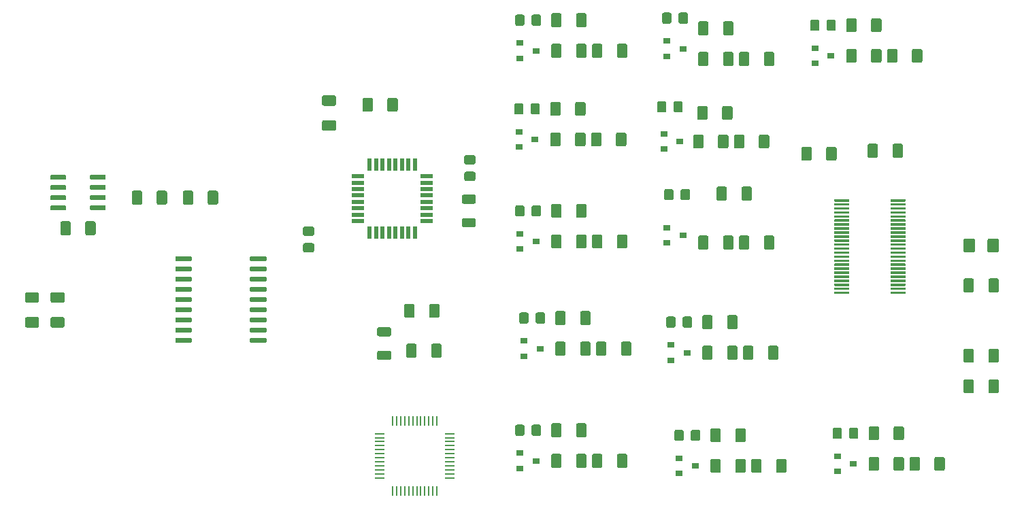
<source format=gbr>
G04 #@! TF.GenerationSoftware,KiCad,Pcbnew,(5.1.5)-3*
G04 #@! TF.CreationDate,2021-04-17T01:47:35+01:00*
G04 #@! TF.ProjectId,Nodo_BMS_1_1,4e6f646f-5f42-44d5-935f-315f312e6b69,rev?*
G04 #@! TF.SameCoordinates,Original*
G04 #@! TF.FileFunction,Paste,Top*
G04 #@! TF.FilePolarity,Positive*
%FSLAX46Y46*%
G04 Gerber Fmt 4.6, Leading zero omitted, Abs format (unit mm)*
G04 Created by KiCad (PCBNEW (5.1.5)-3) date 2021-04-17 01:47:35*
%MOMM*%
%LPD*%
G04 APERTURE LIST*
%ADD10C,0.150000*%
%ADD11R,0.900000X0.800000*%
%ADD12R,0.550000X1.600000*%
%ADD13R,1.600000X0.550000*%
%ADD14R,1.300000X0.250000*%
%ADD15R,0.250000X1.300000*%
G04 APERTURE END LIST*
D10*
G36*
X196264351Y-89731361D02*
G01*
X196271632Y-89732441D01*
X196278771Y-89734229D01*
X196285701Y-89736709D01*
X196292355Y-89739856D01*
X196298668Y-89743640D01*
X196304579Y-89748024D01*
X196310033Y-89752967D01*
X196314976Y-89758421D01*
X196319360Y-89764332D01*
X196323144Y-89770645D01*
X196326291Y-89777299D01*
X196328771Y-89784229D01*
X196330559Y-89791368D01*
X196331639Y-89798649D01*
X196332000Y-89806000D01*
X196332000Y-89956000D01*
X196331639Y-89963351D01*
X196330559Y-89970632D01*
X196328771Y-89977771D01*
X196326291Y-89984701D01*
X196323144Y-89991355D01*
X196319360Y-89997668D01*
X196314976Y-90003579D01*
X196310033Y-90009033D01*
X196304579Y-90013976D01*
X196298668Y-90018360D01*
X196292355Y-90022144D01*
X196285701Y-90025291D01*
X196278771Y-90027771D01*
X196271632Y-90029559D01*
X196264351Y-90030639D01*
X196257000Y-90031000D01*
X194507000Y-90031000D01*
X194499649Y-90030639D01*
X194492368Y-90029559D01*
X194485229Y-90027771D01*
X194478299Y-90025291D01*
X194471645Y-90022144D01*
X194465332Y-90018360D01*
X194459421Y-90013976D01*
X194453967Y-90009033D01*
X194449024Y-90003579D01*
X194444640Y-89997668D01*
X194440856Y-89991355D01*
X194437709Y-89984701D01*
X194435229Y-89977771D01*
X194433441Y-89970632D01*
X194432361Y-89963351D01*
X194432000Y-89956000D01*
X194432000Y-89806000D01*
X194432361Y-89798649D01*
X194433441Y-89791368D01*
X194435229Y-89784229D01*
X194437709Y-89777299D01*
X194440856Y-89770645D01*
X194444640Y-89764332D01*
X194449024Y-89758421D01*
X194453967Y-89752967D01*
X194459421Y-89748024D01*
X194465332Y-89743640D01*
X194471645Y-89739856D01*
X194478299Y-89736709D01*
X194485229Y-89734229D01*
X194492368Y-89732441D01*
X194499649Y-89731361D01*
X194507000Y-89731000D01*
X196257000Y-89731000D01*
X196264351Y-89731361D01*
G37*
G36*
X196264351Y-90231361D02*
G01*
X196271632Y-90232441D01*
X196278771Y-90234229D01*
X196285701Y-90236709D01*
X196292355Y-90239856D01*
X196298668Y-90243640D01*
X196304579Y-90248024D01*
X196310033Y-90252967D01*
X196314976Y-90258421D01*
X196319360Y-90264332D01*
X196323144Y-90270645D01*
X196326291Y-90277299D01*
X196328771Y-90284229D01*
X196330559Y-90291368D01*
X196331639Y-90298649D01*
X196332000Y-90306000D01*
X196332000Y-90456000D01*
X196331639Y-90463351D01*
X196330559Y-90470632D01*
X196328771Y-90477771D01*
X196326291Y-90484701D01*
X196323144Y-90491355D01*
X196319360Y-90497668D01*
X196314976Y-90503579D01*
X196310033Y-90509033D01*
X196304579Y-90513976D01*
X196298668Y-90518360D01*
X196292355Y-90522144D01*
X196285701Y-90525291D01*
X196278771Y-90527771D01*
X196271632Y-90529559D01*
X196264351Y-90530639D01*
X196257000Y-90531000D01*
X194507000Y-90531000D01*
X194499649Y-90530639D01*
X194492368Y-90529559D01*
X194485229Y-90527771D01*
X194478299Y-90525291D01*
X194471645Y-90522144D01*
X194465332Y-90518360D01*
X194459421Y-90513976D01*
X194453967Y-90509033D01*
X194449024Y-90503579D01*
X194444640Y-90497668D01*
X194440856Y-90491355D01*
X194437709Y-90484701D01*
X194435229Y-90477771D01*
X194433441Y-90470632D01*
X194432361Y-90463351D01*
X194432000Y-90456000D01*
X194432000Y-90306000D01*
X194432361Y-90298649D01*
X194433441Y-90291368D01*
X194435229Y-90284229D01*
X194437709Y-90277299D01*
X194440856Y-90270645D01*
X194444640Y-90264332D01*
X194449024Y-90258421D01*
X194453967Y-90252967D01*
X194459421Y-90248024D01*
X194465332Y-90243640D01*
X194471645Y-90239856D01*
X194478299Y-90236709D01*
X194485229Y-90234229D01*
X194492368Y-90232441D01*
X194499649Y-90231361D01*
X194507000Y-90231000D01*
X196257000Y-90231000D01*
X196264351Y-90231361D01*
G37*
G36*
X196264351Y-90731361D02*
G01*
X196271632Y-90732441D01*
X196278771Y-90734229D01*
X196285701Y-90736709D01*
X196292355Y-90739856D01*
X196298668Y-90743640D01*
X196304579Y-90748024D01*
X196310033Y-90752967D01*
X196314976Y-90758421D01*
X196319360Y-90764332D01*
X196323144Y-90770645D01*
X196326291Y-90777299D01*
X196328771Y-90784229D01*
X196330559Y-90791368D01*
X196331639Y-90798649D01*
X196332000Y-90806000D01*
X196332000Y-90956000D01*
X196331639Y-90963351D01*
X196330559Y-90970632D01*
X196328771Y-90977771D01*
X196326291Y-90984701D01*
X196323144Y-90991355D01*
X196319360Y-90997668D01*
X196314976Y-91003579D01*
X196310033Y-91009033D01*
X196304579Y-91013976D01*
X196298668Y-91018360D01*
X196292355Y-91022144D01*
X196285701Y-91025291D01*
X196278771Y-91027771D01*
X196271632Y-91029559D01*
X196264351Y-91030639D01*
X196257000Y-91031000D01*
X194507000Y-91031000D01*
X194499649Y-91030639D01*
X194492368Y-91029559D01*
X194485229Y-91027771D01*
X194478299Y-91025291D01*
X194471645Y-91022144D01*
X194465332Y-91018360D01*
X194459421Y-91013976D01*
X194453967Y-91009033D01*
X194449024Y-91003579D01*
X194444640Y-90997668D01*
X194440856Y-90991355D01*
X194437709Y-90984701D01*
X194435229Y-90977771D01*
X194433441Y-90970632D01*
X194432361Y-90963351D01*
X194432000Y-90956000D01*
X194432000Y-90806000D01*
X194432361Y-90798649D01*
X194433441Y-90791368D01*
X194435229Y-90784229D01*
X194437709Y-90777299D01*
X194440856Y-90770645D01*
X194444640Y-90764332D01*
X194449024Y-90758421D01*
X194453967Y-90752967D01*
X194459421Y-90748024D01*
X194465332Y-90743640D01*
X194471645Y-90739856D01*
X194478299Y-90736709D01*
X194485229Y-90734229D01*
X194492368Y-90732441D01*
X194499649Y-90731361D01*
X194507000Y-90731000D01*
X196257000Y-90731000D01*
X196264351Y-90731361D01*
G37*
G36*
X196264351Y-91231361D02*
G01*
X196271632Y-91232441D01*
X196278771Y-91234229D01*
X196285701Y-91236709D01*
X196292355Y-91239856D01*
X196298668Y-91243640D01*
X196304579Y-91248024D01*
X196310033Y-91252967D01*
X196314976Y-91258421D01*
X196319360Y-91264332D01*
X196323144Y-91270645D01*
X196326291Y-91277299D01*
X196328771Y-91284229D01*
X196330559Y-91291368D01*
X196331639Y-91298649D01*
X196332000Y-91306000D01*
X196332000Y-91456000D01*
X196331639Y-91463351D01*
X196330559Y-91470632D01*
X196328771Y-91477771D01*
X196326291Y-91484701D01*
X196323144Y-91491355D01*
X196319360Y-91497668D01*
X196314976Y-91503579D01*
X196310033Y-91509033D01*
X196304579Y-91513976D01*
X196298668Y-91518360D01*
X196292355Y-91522144D01*
X196285701Y-91525291D01*
X196278771Y-91527771D01*
X196271632Y-91529559D01*
X196264351Y-91530639D01*
X196257000Y-91531000D01*
X194507000Y-91531000D01*
X194499649Y-91530639D01*
X194492368Y-91529559D01*
X194485229Y-91527771D01*
X194478299Y-91525291D01*
X194471645Y-91522144D01*
X194465332Y-91518360D01*
X194459421Y-91513976D01*
X194453967Y-91509033D01*
X194449024Y-91503579D01*
X194444640Y-91497668D01*
X194440856Y-91491355D01*
X194437709Y-91484701D01*
X194435229Y-91477771D01*
X194433441Y-91470632D01*
X194432361Y-91463351D01*
X194432000Y-91456000D01*
X194432000Y-91306000D01*
X194432361Y-91298649D01*
X194433441Y-91291368D01*
X194435229Y-91284229D01*
X194437709Y-91277299D01*
X194440856Y-91270645D01*
X194444640Y-91264332D01*
X194449024Y-91258421D01*
X194453967Y-91252967D01*
X194459421Y-91248024D01*
X194465332Y-91243640D01*
X194471645Y-91239856D01*
X194478299Y-91236709D01*
X194485229Y-91234229D01*
X194492368Y-91232441D01*
X194499649Y-91231361D01*
X194507000Y-91231000D01*
X196257000Y-91231000D01*
X196264351Y-91231361D01*
G37*
G36*
X196264351Y-91731361D02*
G01*
X196271632Y-91732441D01*
X196278771Y-91734229D01*
X196285701Y-91736709D01*
X196292355Y-91739856D01*
X196298668Y-91743640D01*
X196304579Y-91748024D01*
X196310033Y-91752967D01*
X196314976Y-91758421D01*
X196319360Y-91764332D01*
X196323144Y-91770645D01*
X196326291Y-91777299D01*
X196328771Y-91784229D01*
X196330559Y-91791368D01*
X196331639Y-91798649D01*
X196332000Y-91806000D01*
X196332000Y-91956000D01*
X196331639Y-91963351D01*
X196330559Y-91970632D01*
X196328771Y-91977771D01*
X196326291Y-91984701D01*
X196323144Y-91991355D01*
X196319360Y-91997668D01*
X196314976Y-92003579D01*
X196310033Y-92009033D01*
X196304579Y-92013976D01*
X196298668Y-92018360D01*
X196292355Y-92022144D01*
X196285701Y-92025291D01*
X196278771Y-92027771D01*
X196271632Y-92029559D01*
X196264351Y-92030639D01*
X196257000Y-92031000D01*
X194507000Y-92031000D01*
X194499649Y-92030639D01*
X194492368Y-92029559D01*
X194485229Y-92027771D01*
X194478299Y-92025291D01*
X194471645Y-92022144D01*
X194465332Y-92018360D01*
X194459421Y-92013976D01*
X194453967Y-92009033D01*
X194449024Y-92003579D01*
X194444640Y-91997668D01*
X194440856Y-91991355D01*
X194437709Y-91984701D01*
X194435229Y-91977771D01*
X194433441Y-91970632D01*
X194432361Y-91963351D01*
X194432000Y-91956000D01*
X194432000Y-91806000D01*
X194432361Y-91798649D01*
X194433441Y-91791368D01*
X194435229Y-91784229D01*
X194437709Y-91777299D01*
X194440856Y-91770645D01*
X194444640Y-91764332D01*
X194449024Y-91758421D01*
X194453967Y-91752967D01*
X194459421Y-91748024D01*
X194465332Y-91743640D01*
X194471645Y-91739856D01*
X194478299Y-91736709D01*
X194485229Y-91734229D01*
X194492368Y-91732441D01*
X194499649Y-91731361D01*
X194507000Y-91731000D01*
X196257000Y-91731000D01*
X196264351Y-91731361D01*
G37*
G36*
X196264351Y-92231361D02*
G01*
X196271632Y-92232441D01*
X196278771Y-92234229D01*
X196285701Y-92236709D01*
X196292355Y-92239856D01*
X196298668Y-92243640D01*
X196304579Y-92248024D01*
X196310033Y-92252967D01*
X196314976Y-92258421D01*
X196319360Y-92264332D01*
X196323144Y-92270645D01*
X196326291Y-92277299D01*
X196328771Y-92284229D01*
X196330559Y-92291368D01*
X196331639Y-92298649D01*
X196332000Y-92306000D01*
X196332000Y-92456000D01*
X196331639Y-92463351D01*
X196330559Y-92470632D01*
X196328771Y-92477771D01*
X196326291Y-92484701D01*
X196323144Y-92491355D01*
X196319360Y-92497668D01*
X196314976Y-92503579D01*
X196310033Y-92509033D01*
X196304579Y-92513976D01*
X196298668Y-92518360D01*
X196292355Y-92522144D01*
X196285701Y-92525291D01*
X196278771Y-92527771D01*
X196271632Y-92529559D01*
X196264351Y-92530639D01*
X196257000Y-92531000D01*
X194507000Y-92531000D01*
X194499649Y-92530639D01*
X194492368Y-92529559D01*
X194485229Y-92527771D01*
X194478299Y-92525291D01*
X194471645Y-92522144D01*
X194465332Y-92518360D01*
X194459421Y-92513976D01*
X194453967Y-92509033D01*
X194449024Y-92503579D01*
X194444640Y-92497668D01*
X194440856Y-92491355D01*
X194437709Y-92484701D01*
X194435229Y-92477771D01*
X194433441Y-92470632D01*
X194432361Y-92463351D01*
X194432000Y-92456000D01*
X194432000Y-92306000D01*
X194432361Y-92298649D01*
X194433441Y-92291368D01*
X194435229Y-92284229D01*
X194437709Y-92277299D01*
X194440856Y-92270645D01*
X194444640Y-92264332D01*
X194449024Y-92258421D01*
X194453967Y-92252967D01*
X194459421Y-92248024D01*
X194465332Y-92243640D01*
X194471645Y-92239856D01*
X194478299Y-92236709D01*
X194485229Y-92234229D01*
X194492368Y-92232441D01*
X194499649Y-92231361D01*
X194507000Y-92231000D01*
X196257000Y-92231000D01*
X196264351Y-92231361D01*
G37*
G36*
X196264351Y-92731361D02*
G01*
X196271632Y-92732441D01*
X196278771Y-92734229D01*
X196285701Y-92736709D01*
X196292355Y-92739856D01*
X196298668Y-92743640D01*
X196304579Y-92748024D01*
X196310033Y-92752967D01*
X196314976Y-92758421D01*
X196319360Y-92764332D01*
X196323144Y-92770645D01*
X196326291Y-92777299D01*
X196328771Y-92784229D01*
X196330559Y-92791368D01*
X196331639Y-92798649D01*
X196332000Y-92806000D01*
X196332000Y-92956000D01*
X196331639Y-92963351D01*
X196330559Y-92970632D01*
X196328771Y-92977771D01*
X196326291Y-92984701D01*
X196323144Y-92991355D01*
X196319360Y-92997668D01*
X196314976Y-93003579D01*
X196310033Y-93009033D01*
X196304579Y-93013976D01*
X196298668Y-93018360D01*
X196292355Y-93022144D01*
X196285701Y-93025291D01*
X196278771Y-93027771D01*
X196271632Y-93029559D01*
X196264351Y-93030639D01*
X196257000Y-93031000D01*
X194507000Y-93031000D01*
X194499649Y-93030639D01*
X194492368Y-93029559D01*
X194485229Y-93027771D01*
X194478299Y-93025291D01*
X194471645Y-93022144D01*
X194465332Y-93018360D01*
X194459421Y-93013976D01*
X194453967Y-93009033D01*
X194449024Y-93003579D01*
X194444640Y-92997668D01*
X194440856Y-92991355D01*
X194437709Y-92984701D01*
X194435229Y-92977771D01*
X194433441Y-92970632D01*
X194432361Y-92963351D01*
X194432000Y-92956000D01*
X194432000Y-92806000D01*
X194432361Y-92798649D01*
X194433441Y-92791368D01*
X194435229Y-92784229D01*
X194437709Y-92777299D01*
X194440856Y-92770645D01*
X194444640Y-92764332D01*
X194449024Y-92758421D01*
X194453967Y-92752967D01*
X194459421Y-92748024D01*
X194465332Y-92743640D01*
X194471645Y-92739856D01*
X194478299Y-92736709D01*
X194485229Y-92734229D01*
X194492368Y-92732441D01*
X194499649Y-92731361D01*
X194507000Y-92731000D01*
X196257000Y-92731000D01*
X196264351Y-92731361D01*
G37*
G36*
X196264351Y-93231361D02*
G01*
X196271632Y-93232441D01*
X196278771Y-93234229D01*
X196285701Y-93236709D01*
X196292355Y-93239856D01*
X196298668Y-93243640D01*
X196304579Y-93248024D01*
X196310033Y-93252967D01*
X196314976Y-93258421D01*
X196319360Y-93264332D01*
X196323144Y-93270645D01*
X196326291Y-93277299D01*
X196328771Y-93284229D01*
X196330559Y-93291368D01*
X196331639Y-93298649D01*
X196332000Y-93306000D01*
X196332000Y-93456000D01*
X196331639Y-93463351D01*
X196330559Y-93470632D01*
X196328771Y-93477771D01*
X196326291Y-93484701D01*
X196323144Y-93491355D01*
X196319360Y-93497668D01*
X196314976Y-93503579D01*
X196310033Y-93509033D01*
X196304579Y-93513976D01*
X196298668Y-93518360D01*
X196292355Y-93522144D01*
X196285701Y-93525291D01*
X196278771Y-93527771D01*
X196271632Y-93529559D01*
X196264351Y-93530639D01*
X196257000Y-93531000D01*
X194507000Y-93531000D01*
X194499649Y-93530639D01*
X194492368Y-93529559D01*
X194485229Y-93527771D01*
X194478299Y-93525291D01*
X194471645Y-93522144D01*
X194465332Y-93518360D01*
X194459421Y-93513976D01*
X194453967Y-93509033D01*
X194449024Y-93503579D01*
X194444640Y-93497668D01*
X194440856Y-93491355D01*
X194437709Y-93484701D01*
X194435229Y-93477771D01*
X194433441Y-93470632D01*
X194432361Y-93463351D01*
X194432000Y-93456000D01*
X194432000Y-93306000D01*
X194432361Y-93298649D01*
X194433441Y-93291368D01*
X194435229Y-93284229D01*
X194437709Y-93277299D01*
X194440856Y-93270645D01*
X194444640Y-93264332D01*
X194449024Y-93258421D01*
X194453967Y-93252967D01*
X194459421Y-93248024D01*
X194465332Y-93243640D01*
X194471645Y-93239856D01*
X194478299Y-93236709D01*
X194485229Y-93234229D01*
X194492368Y-93232441D01*
X194499649Y-93231361D01*
X194507000Y-93231000D01*
X196257000Y-93231000D01*
X196264351Y-93231361D01*
G37*
G36*
X196264351Y-93731361D02*
G01*
X196271632Y-93732441D01*
X196278771Y-93734229D01*
X196285701Y-93736709D01*
X196292355Y-93739856D01*
X196298668Y-93743640D01*
X196304579Y-93748024D01*
X196310033Y-93752967D01*
X196314976Y-93758421D01*
X196319360Y-93764332D01*
X196323144Y-93770645D01*
X196326291Y-93777299D01*
X196328771Y-93784229D01*
X196330559Y-93791368D01*
X196331639Y-93798649D01*
X196332000Y-93806000D01*
X196332000Y-93956000D01*
X196331639Y-93963351D01*
X196330559Y-93970632D01*
X196328771Y-93977771D01*
X196326291Y-93984701D01*
X196323144Y-93991355D01*
X196319360Y-93997668D01*
X196314976Y-94003579D01*
X196310033Y-94009033D01*
X196304579Y-94013976D01*
X196298668Y-94018360D01*
X196292355Y-94022144D01*
X196285701Y-94025291D01*
X196278771Y-94027771D01*
X196271632Y-94029559D01*
X196264351Y-94030639D01*
X196257000Y-94031000D01*
X194507000Y-94031000D01*
X194499649Y-94030639D01*
X194492368Y-94029559D01*
X194485229Y-94027771D01*
X194478299Y-94025291D01*
X194471645Y-94022144D01*
X194465332Y-94018360D01*
X194459421Y-94013976D01*
X194453967Y-94009033D01*
X194449024Y-94003579D01*
X194444640Y-93997668D01*
X194440856Y-93991355D01*
X194437709Y-93984701D01*
X194435229Y-93977771D01*
X194433441Y-93970632D01*
X194432361Y-93963351D01*
X194432000Y-93956000D01*
X194432000Y-93806000D01*
X194432361Y-93798649D01*
X194433441Y-93791368D01*
X194435229Y-93784229D01*
X194437709Y-93777299D01*
X194440856Y-93770645D01*
X194444640Y-93764332D01*
X194449024Y-93758421D01*
X194453967Y-93752967D01*
X194459421Y-93748024D01*
X194465332Y-93743640D01*
X194471645Y-93739856D01*
X194478299Y-93736709D01*
X194485229Y-93734229D01*
X194492368Y-93732441D01*
X194499649Y-93731361D01*
X194507000Y-93731000D01*
X196257000Y-93731000D01*
X196264351Y-93731361D01*
G37*
G36*
X196264351Y-94231361D02*
G01*
X196271632Y-94232441D01*
X196278771Y-94234229D01*
X196285701Y-94236709D01*
X196292355Y-94239856D01*
X196298668Y-94243640D01*
X196304579Y-94248024D01*
X196310033Y-94252967D01*
X196314976Y-94258421D01*
X196319360Y-94264332D01*
X196323144Y-94270645D01*
X196326291Y-94277299D01*
X196328771Y-94284229D01*
X196330559Y-94291368D01*
X196331639Y-94298649D01*
X196332000Y-94306000D01*
X196332000Y-94456000D01*
X196331639Y-94463351D01*
X196330559Y-94470632D01*
X196328771Y-94477771D01*
X196326291Y-94484701D01*
X196323144Y-94491355D01*
X196319360Y-94497668D01*
X196314976Y-94503579D01*
X196310033Y-94509033D01*
X196304579Y-94513976D01*
X196298668Y-94518360D01*
X196292355Y-94522144D01*
X196285701Y-94525291D01*
X196278771Y-94527771D01*
X196271632Y-94529559D01*
X196264351Y-94530639D01*
X196257000Y-94531000D01*
X194507000Y-94531000D01*
X194499649Y-94530639D01*
X194492368Y-94529559D01*
X194485229Y-94527771D01*
X194478299Y-94525291D01*
X194471645Y-94522144D01*
X194465332Y-94518360D01*
X194459421Y-94513976D01*
X194453967Y-94509033D01*
X194449024Y-94503579D01*
X194444640Y-94497668D01*
X194440856Y-94491355D01*
X194437709Y-94484701D01*
X194435229Y-94477771D01*
X194433441Y-94470632D01*
X194432361Y-94463351D01*
X194432000Y-94456000D01*
X194432000Y-94306000D01*
X194432361Y-94298649D01*
X194433441Y-94291368D01*
X194435229Y-94284229D01*
X194437709Y-94277299D01*
X194440856Y-94270645D01*
X194444640Y-94264332D01*
X194449024Y-94258421D01*
X194453967Y-94252967D01*
X194459421Y-94248024D01*
X194465332Y-94243640D01*
X194471645Y-94239856D01*
X194478299Y-94236709D01*
X194485229Y-94234229D01*
X194492368Y-94232441D01*
X194499649Y-94231361D01*
X194507000Y-94231000D01*
X196257000Y-94231000D01*
X196264351Y-94231361D01*
G37*
G36*
X196264351Y-94731361D02*
G01*
X196271632Y-94732441D01*
X196278771Y-94734229D01*
X196285701Y-94736709D01*
X196292355Y-94739856D01*
X196298668Y-94743640D01*
X196304579Y-94748024D01*
X196310033Y-94752967D01*
X196314976Y-94758421D01*
X196319360Y-94764332D01*
X196323144Y-94770645D01*
X196326291Y-94777299D01*
X196328771Y-94784229D01*
X196330559Y-94791368D01*
X196331639Y-94798649D01*
X196332000Y-94806000D01*
X196332000Y-94956000D01*
X196331639Y-94963351D01*
X196330559Y-94970632D01*
X196328771Y-94977771D01*
X196326291Y-94984701D01*
X196323144Y-94991355D01*
X196319360Y-94997668D01*
X196314976Y-95003579D01*
X196310033Y-95009033D01*
X196304579Y-95013976D01*
X196298668Y-95018360D01*
X196292355Y-95022144D01*
X196285701Y-95025291D01*
X196278771Y-95027771D01*
X196271632Y-95029559D01*
X196264351Y-95030639D01*
X196257000Y-95031000D01*
X194507000Y-95031000D01*
X194499649Y-95030639D01*
X194492368Y-95029559D01*
X194485229Y-95027771D01*
X194478299Y-95025291D01*
X194471645Y-95022144D01*
X194465332Y-95018360D01*
X194459421Y-95013976D01*
X194453967Y-95009033D01*
X194449024Y-95003579D01*
X194444640Y-94997668D01*
X194440856Y-94991355D01*
X194437709Y-94984701D01*
X194435229Y-94977771D01*
X194433441Y-94970632D01*
X194432361Y-94963351D01*
X194432000Y-94956000D01*
X194432000Y-94806000D01*
X194432361Y-94798649D01*
X194433441Y-94791368D01*
X194435229Y-94784229D01*
X194437709Y-94777299D01*
X194440856Y-94770645D01*
X194444640Y-94764332D01*
X194449024Y-94758421D01*
X194453967Y-94752967D01*
X194459421Y-94748024D01*
X194465332Y-94743640D01*
X194471645Y-94739856D01*
X194478299Y-94736709D01*
X194485229Y-94734229D01*
X194492368Y-94732441D01*
X194499649Y-94731361D01*
X194507000Y-94731000D01*
X196257000Y-94731000D01*
X196264351Y-94731361D01*
G37*
G36*
X196264351Y-95231361D02*
G01*
X196271632Y-95232441D01*
X196278771Y-95234229D01*
X196285701Y-95236709D01*
X196292355Y-95239856D01*
X196298668Y-95243640D01*
X196304579Y-95248024D01*
X196310033Y-95252967D01*
X196314976Y-95258421D01*
X196319360Y-95264332D01*
X196323144Y-95270645D01*
X196326291Y-95277299D01*
X196328771Y-95284229D01*
X196330559Y-95291368D01*
X196331639Y-95298649D01*
X196332000Y-95306000D01*
X196332000Y-95456000D01*
X196331639Y-95463351D01*
X196330559Y-95470632D01*
X196328771Y-95477771D01*
X196326291Y-95484701D01*
X196323144Y-95491355D01*
X196319360Y-95497668D01*
X196314976Y-95503579D01*
X196310033Y-95509033D01*
X196304579Y-95513976D01*
X196298668Y-95518360D01*
X196292355Y-95522144D01*
X196285701Y-95525291D01*
X196278771Y-95527771D01*
X196271632Y-95529559D01*
X196264351Y-95530639D01*
X196257000Y-95531000D01*
X194507000Y-95531000D01*
X194499649Y-95530639D01*
X194492368Y-95529559D01*
X194485229Y-95527771D01*
X194478299Y-95525291D01*
X194471645Y-95522144D01*
X194465332Y-95518360D01*
X194459421Y-95513976D01*
X194453967Y-95509033D01*
X194449024Y-95503579D01*
X194444640Y-95497668D01*
X194440856Y-95491355D01*
X194437709Y-95484701D01*
X194435229Y-95477771D01*
X194433441Y-95470632D01*
X194432361Y-95463351D01*
X194432000Y-95456000D01*
X194432000Y-95306000D01*
X194432361Y-95298649D01*
X194433441Y-95291368D01*
X194435229Y-95284229D01*
X194437709Y-95277299D01*
X194440856Y-95270645D01*
X194444640Y-95264332D01*
X194449024Y-95258421D01*
X194453967Y-95252967D01*
X194459421Y-95248024D01*
X194465332Y-95243640D01*
X194471645Y-95239856D01*
X194478299Y-95236709D01*
X194485229Y-95234229D01*
X194492368Y-95232441D01*
X194499649Y-95231361D01*
X194507000Y-95231000D01*
X196257000Y-95231000D01*
X196264351Y-95231361D01*
G37*
G36*
X196264351Y-95731361D02*
G01*
X196271632Y-95732441D01*
X196278771Y-95734229D01*
X196285701Y-95736709D01*
X196292355Y-95739856D01*
X196298668Y-95743640D01*
X196304579Y-95748024D01*
X196310033Y-95752967D01*
X196314976Y-95758421D01*
X196319360Y-95764332D01*
X196323144Y-95770645D01*
X196326291Y-95777299D01*
X196328771Y-95784229D01*
X196330559Y-95791368D01*
X196331639Y-95798649D01*
X196332000Y-95806000D01*
X196332000Y-95956000D01*
X196331639Y-95963351D01*
X196330559Y-95970632D01*
X196328771Y-95977771D01*
X196326291Y-95984701D01*
X196323144Y-95991355D01*
X196319360Y-95997668D01*
X196314976Y-96003579D01*
X196310033Y-96009033D01*
X196304579Y-96013976D01*
X196298668Y-96018360D01*
X196292355Y-96022144D01*
X196285701Y-96025291D01*
X196278771Y-96027771D01*
X196271632Y-96029559D01*
X196264351Y-96030639D01*
X196257000Y-96031000D01*
X194507000Y-96031000D01*
X194499649Y-96030639D01*
X194492368Y-96029559D01*
X194485229Y-96027771D01*
X194478299Y-96025291D01*
X194471645Y-96022144D01*
X194465332Y-96018360D01*
X194459421Y-96013976D01*
X194453967Y-96009033D01*
X194449024Y-96003579D01*
X194444640Y-95997668D01*
X194440856Y-95991355D01*
X194437709Y-95984701D01*
X194435229Y-95977771D01*
X194433441Y-95970632D01*
X194432361Y-95963351D01*
X194432000Y-95956000D01*
X194432000Y-95806000D01*
X194432361Y-95798649D01*
X194433441Y-95791368D01*
X194435229Y-95784229D01*
X194437709Y-95777299D01*
X194440856Y-95770645D01*
X194444640Y-95764332D01*
X194449024Y-95758421D01*
X194453967Y-95752967D01*
X194459421Y-95748024D01*
X194465332Y-95743640D01*
X194471645Y-95739856D01*
X194478299Y-95736709D01*
X194485229Y-95734229D01*
X194492368Y-95732441D01*
X194499649Y-95731361D01*
X194507000Y-95731000D01*
X196257000Y-95731000D01*
X196264351Y-95731361D01*
G37*
G36*
X196264351Y-96231361D02*
G01*
X196271632Y-96232441D01*
X196278771Y-96234229D01*
X196285701Y-96236709D01*
X196292355Y-96239856D01*
X196298668Y-96243640D01*
X196304579Y-96248024D01*
X196310033Y-96252967D01*
X196314976Y-96258421D01*
X196319360Y-96264332D01*
X196323144Y-96270645D01*
X196326291Y-96277299D01*
X196328771Y-96284229D01*
X196330559Y-96291368D01*
X196331639Y-96298649D01*
X196332000Y-96306000D01*
X196332000Y-96456000D01*
X196331639Y-96463351D01*
X196330559Y-96470632D01*
X196328771Y-96477771D01*
X196326291Y-96484701D01*
X196323144Y-96491355D01*
X196319360Y-96497668D01*
X196314976Y-96503579D01*
X196310033Y-96509033D01*
X196304579Y-96513976D01*
X196298668Y-96518360D01*
X196292355Y-96522144D01*
X196285701Y-96525291D01*
X196278771Y-96527771D01*
X196271632Y-96529559D01*
X196264351Y-96530639D01*
X196257000Y-96531000D01*
X194507000Y-96531000D01*
X194499649Y-96530639D01*
X194492368Y-96529559D01*
X194485229Y-96527771D01*
X194478299Y-96525291D01*
X194471645Y-96522144D01*
X194465332Y-96518360D01*
X194459421Y-96513976D01*
X194453967Y-96509033D01*
X194449024Y-96503579D01*
X194444640Y-96497668D01*
X194440856Y-96491355D01*
X194437709Y-96484701D01*
X194435229Y-96477771D01*
X194433441Y-96470632D01*
X194432361Y-96463351D01*
X194432000Y-96456000D01*
X194432000Y-96306000D01*
X194432361Y-96298649D01*
X194433441Y-96291368D01*
X194435229Y-96284229D01*
X194437709Y-96277299D01*
X194440856Y-96270645D01*
X194444640Y-96264332D01*
X194449024Y-96258421D01*
X194453967Y-96252967D01*
X194459421Y-96248024D01*
X194465332Y-96243640D01*
X194471645Y-96239856D01*
X194478299Y-96236709D01*
X194485229Y-96234229D01*
X194492368Y-96232441D01*
X194499649Y-96231361D01*
X194507000Y-96231000D01*
X196257000Y-96231000D01*
X196264351Y-96231361D01*
G37*
G36*
X196264351Y-96731361D02*
G01*
X196271632Y-96732441D01*
X196278771Y-96734229D01*
X196285701Y-96736709D01*
X196292355Y-96739856D01*
X196298668Y-96743640D01*
X196304579Y-96748024D01*
X196310033Y-96752967D01*
X196314976Y-96758421D01*
X196319360Y-96764332D01*
X196323144Y-96770645D01*
X196326291Y-96777299D01*
X196328771Y-96784229D01*
X196330559Y-96791368D01*
X196331639Y-96798649D01*
X196332000Y-96806000D01*
X196332000Y-96956000D01*
X196331639Y-96963351D01*
X196330559Y-96970632D01*
X196328771Y-96977771D01*
X196326291Y-96984701D01*
X196323144Y-96991355D01*
X196319360Y-96997668D01*
X196314976Y-97003579D01*
X196310033Y-97009033D01*
X196304579Y-97013976D01*
X196298668Y-97018360D01*
X196292355Y-97022144D01*
X196285701Y-97025291D01*
X196278771Y-97027771D01*
X196271632Y-97029559D01*
X196264351Y-97030639D01*
X196257000Y-97031000D01*
X194507000Y-97031000D01*
X194499649Y-97030639D01*
X194492368Y-97029559D01*
X194485229Y-97027771D01*
X194478299Y-97025291D01*
X194471645Y-97022144D01*
X194465332Y-97018360D01*
X194459421Y-97013976D01*
X194453967Y-97009033D01*
X194449024Y-97003579D01*
X194444640Y-96997668D01*
X194440856Y-96991355D01*
X194437709Y-96984701D01*
X194435229Y-96977771D01*
X194433441Y-96970632D01*
X194432361Y-96963351D01*
X194432000Y-96956000D01*
X194432000Y-96806000D01*
X194432361Y-96798649D01*
X194433441Y-96791368D01*
X194435229Y-96784229D01*
X194437709Y-96777299D01*
X194440856Y-96770645D01*
X194444640Y-96764332D01*
X194449024Y-96758421D01*
X194453967Y-96752967D01*
X194459421Y-96748024D01*
X194465332Y-96743640D01*
X194471645Y-96739856D01*
X194478299Y-96736709D01*
X194485229Y-96734229D01*
X194492368Y-96732441D01*
X194499649Y-96731361D01*
X194507000Y-96731000D01*
X196257000Y-96731000D01*
X196264351Y-96731361D01*
G37*
G36*
X196264351Y-97231361D02*
G01*
X196271632Y-97232441D01*
X196278771Y-97234229D01*
X196285701Y-97236709D01*
X196292355Y-97239856D01*
X196298668Y-97243640D01*
X196304579Y-97248024D01*
X196310033Y-97252967D01*
X196314976Y-97258421D01*
X196319360Y-97264332D01*
X196323144Y-97270645D01*
X196326291Y-97277299D01*
X196328771Y-97284229D01*
X196330559Y-97291368D01*
X196331639Y-97298649D01*
X196332000Y-97306000D01*
X196332000Y-97456000D01*
X196331639Y-97463351D01*
X196330559Y-97470632D01*
X196328771Y-97477771D01*
X196326291Y-97484701D01*
X196323144Y-97491355D01*
X196319360Y-97497668D01*
X196314976Y-97503579D01*
X196310033Y-97509033D01*
X196304579Y-97513976D01*
X196298668Y-97518360D01*
X196292355Y-97522144D01*
X196285701Y-97525291D01*
X196278771Y-97527771D01*
X196271632Y-97529559D01*
X196264351Y-97530639D01*
X196257000Y-97531000D01*
X194507000Y-97531000D01*
X194499649Y-97530639D01*
X194492368Y-97529559D01*
X194485229Y-97527771D01*
X194478299Y-97525291D01*
X194471645Y-97522144D01*
X194465332Y-97518360D01*
X194459421Y-97513976D01*
X194453967Y-97509033D01*
X194449024Y-97503579D01*
X194444640Y-97497668D01*
X194440856Y-97491355D01*
X194437709Y-97484701D01*
X194435229Y-97477771D01*
X194433441Y-97470632D01*
X194432361Y-97463351D01*
X194432000Y-97456000D01*
X194432000Y-97306000D01*
X194432361Y-97298649D01*
X194433441Y-97291368D01*
X194435229Y-97284229D01*
X194437709Y-97277299D01*
X194440856Y-97270645D01*
X194444640Y-97264332D01*
X194449024Y-97258421D01*
X194453967Y-97252967D01*
X194459421Y-97248024D01*
X194465332Y-97243640D01*
X194471645Y-97239856D01*
X194478299Y-97236709D01*
X194485229Y-97234229D01*
X194492368Y-97232441D01*
X194499649Y-97231361D01*
X194507000Y-97231000D01*
X196257000Y-97231000D01*
X196264351Y-97231361D01*
G37*
G36*
X196264351Y-97731361D02*
G01*
X196271632Y-97732441D01*
X196278771Y-97734229D01*
X196285701Y-97736709D01*
X196292355Y-97739856D01*
X196298668Y-97743640D01*
X196304579Y-97748024D01*
X196310033Y-97752967D01*
X196314976Y-97758421D01*
X196319360Y-97764332D01*
X196323144Y-97770645D01*
X196326291Y-97777299D01*
X196328771Y-97784229D01*
X196330559Y-97791368D01*
X196331639Y-97798649D01*
X196332000Y-97806000D01*
X196332000Y-97956000D01*
X196331639Y-97963351D01*
X196330559Y-97970632D01*
X196328771Y-97977771D01*
X196326291Y-97984701D01*
X196323144Y-97991355D01*
X196319360Y-97997668D01*
X196314976Y-98003579D01*
X196310033Y-98009033D01*
X196304579Y-98013976D01*
X196298668Y-98018360D01*
X196292355Y-98022144D01*
X196285701Y-98025291D01*
X196278771Y-98027771D01*
X196271632Y-98029559D01*
X196264351Y-98030639D01*
X196257000Y-98031000D01*
X194507000Y-98031000D01*
X194499649Y-98030639D01*
X194492368Y-98029559D01*
X194485229Y-98027771D01*
X194478299Y-98025291D01*
X194471645Y-98022144D01*
X194465332Y-98018360D01*
X194459421Y-98013976D01*
X194453967Y-98009033D01*
X194449024Y-98003579D01*
X194444640Y-97997668D01*
X194440856Y-97991355D01*
X194437709Y-97984701D01*
X194435229Y-97977771D01*
X194433441Y-97970632D01*
X194432361Y-97963351D01*
X194432000Y-97956000D01*
X194432000Y-97806000D01*
X194432361Y-97798649D01*
X194433441Y-97791368D01*
X194435229Y-97784229D01*
X194437709Y-97777299D01*
X194440856Y-97770645D01*
X194444640Y-97764332D01*
X194449024Y-97758421D01*
X194453967Y-97752967D01*
X194459421Y-97748024D01*
X194465332Y-97743640D01*
X194471645Y-97739856D01*
X194478299Y-97736709D01*
X194485229Y-97734229D01*
X194492368Y-97732441D01*
X194499649Y-97731361D01*
X194507000Y-97731000D01*
X196257000Y-97731000D01*
X196264351Y-97731361D01*
G37*
G36*
X196264351Y-98231361D02*
G01*
X196271632Y-98232441D01*
X196278771Y-98234229D01*
X196285701Y-98236709D01*
X196292355Y-98239856D01*
X196298668Y-98243640D01*
X196304579Y-98248024D01*
X196310033Y-98252967D01*
X196314976Y-98258421D01*
X196319360Y-98264332D01*
X196323144Y-98270645D01*
X196326291Y-98277299D01*
X196328771Y-98284229D01*
X196330559Y-98291368D01*
X196331639Y-98298649D01*
X196332000Y-98306000D01*
X196332000Y-98456000D01*
X196331639Y-98463351D01*
X196330559Y-98470632D01*
X196328771Y-98477771D01*
X196326291Y-98484701D01*
X196323144Y-98491355D01*
X196319360Y-98497668D01*
X196314976Y-98503579D01*
X196310033Y-98509033D01*
X196304579Y-98513976D01*
X196298668Y-98518360D01*
X196292355Y-98522144D01*
X196285701Y-98525291D01*
X196278771Y-98527771D01*
X196271632Y-98529559D01*
X196264351Y-98530639D01*
X196257000Y-98531000D01*
X194507000Y-98531000D01*
X194499649Y-98530639D01*
X194492368Y-98529559D01*
X194485229Y-98527771D01*
X194478299Y-98525291D01*
X194471645Y-98522144D01*
X194465332Y-98518360D01*
X194459421Y-98513976D01*
X194453967Y-98509033D01*
X194449024Y-98503579D01*
X194444640Y-98497668D01*
X194440856Y-98491355D01*
X194437709Y-98484701D01*
X194435229Y-98477771D01*
X194433441Y-98470632D01*
X194432361Y-98463351D01*
X194432000Y-98456000D01*
X194432000Y-98306000D01*
X194432361Y-98298649D01*
X194433441Y-98291368D01*
X194435229Y-98284229D01*
X194437709Y-98277299D01*
X194440856Y-98270645D01*
X194444640Y-98264332D01*
X194449024Y-98258421D01*
X194453967Y-98252967D01*
X194459421Y-98248024D01*
X194465332Y-98243640D01*
X194471645Y-98239856D01*
X194478299Y-98236709D01*
X194485229Y-98234229D01*
X194492368Y-98232441D01*
X194499649Y-98231361D01*
X194507000Y-98231000D01*
X196257000Y-98231000D01*
X196264351Y-98231361D01*
G37*
G36*
X196264351Y-98731361D02*
G01*
X196271632Y-98732441D01*
X196278771Y-98734229D01*
X196285701Y-98736709D01*
X196292355Y-98739856D01*
X196298668Y-98743640D01*
X196304579Y-98748024D01*
X196310033Y-98752967D01*
X196314976Y-98758421D01*
X196319360Y-98764332D01*
X196323144Y-98770645D01*
X196326291Y-98777299D01*
X196328771Y-98784229D01*
X196330559Y-98791368D01*
X196331639Y-98798649D01*
X196332000Y-98806000D01*
X196332000Y-98956000D01*
X196331639Y-98963351D01*
X196330559Y-98970632D01*
X196328771Y-98977771D01*
X196326291Y-98984701D01*
X196323144Y-98991355D01*
X196319360Y-98997668D01*
X196314976Y-99003579D01*
X196310033Y-99009033D01*
X196304579Y-99013976D01*
X196298668Y-99018360D01*
X196292355Y-99022144D01*
X196285701Y-99025291D01*
X196278771Y-99027771D01*
X196271632Y-99029559D01*
X196264351Y-99030639D01*
X196257000Y-99031000D01*
X194507000Y-99031000D01*
X194499649Y-99030639D01*
X194492368Y-99029559D01*
X194485229Y-99027771D01*
X194478299Y-99025291D01*
X194471645Y-99022144D01*
X194465332Y-99018360D01*
X194459421Y-99013976D01*
X194453967Y-99009033D01*
X194449024Y-99003579D01*
X194444640Y-98997668D01*
X194440856Y-98991355D01*
X194437709Y-98984701D01*
X194435229Y-98977771D01*
X194433441Y-98970632D01*
X194432361Y-98963351D01*
X194432000Y-98956000D01*
X194432000Y-98806000D01*
X194432361Y-98798649D01*
X194433441Y-98791368D01*
X194435229Y-98784229D01*
X194437709Y-98777299D01*
X194440856Y-98770645D01*
X194444640Y-98764332D01*
X194449024Y-98758421D01*
X194453967Y-98752967D01*
X194459421Y-98748024D01*
X194465332Y-98743640D01*
X194471645Y-98739856D01*
X194478299Y-98736709D01*
X194485229Y-98734229D01*
X194492368Y-98732441D01*
X194499649Y-98731361D01*
X194507000Y-98731000D01*
X196257000Y-98731000D01*
X196264351Y-98731361D01*
G37*
G36*
X196264351Y-99231361D02*
G01*
X196271632Y-99232441D01*
X196278771Y-99234229D01*
X196285701Y-99236709D01*
X196292355Y-99239856D01*
X196298668Y-99243640D01*
X196304579Y-99248024D01*
X196310033Y-99252967D01*
X196314976Y-99258421D01*
X196319360Y-99264332D01*
X196323144Y-99270645D01*
X196326291Y-99277299D01*
X196328771Y-99284229D01*
X196330559Y-99291368D01*
X196331639Y-99298649D01*
X196332000Y-99306000D01*
X196332000Y-99456000D01*
X196331639Y-99463351D01*
X196330559Y-99470632D01*
X196328771Y-99477771D01*
X196326291Y-99484701D01*
X196323144Y-99491355D01*
X196319360Y-99497668D01*
X196314976Y-99503579D01*
X196310033Y-99509033D01*
X196304579Y-99513976D01*
X196298668Y-99518360D01*
X196292355Y-99522144D01*
X196285701Y-99525291D01*
X196278771Y-99527771D01*
X196271632Y-99529559D01*
X196264351Y-99530639D01*
X196257000Y-99531000D01*
X194507000Y-99531000D01*
X194499649Y-99530639D01*
X194492368Y-99529559D01*
X194485229Y-99527771D01*
X194478299Y-99525291D01*
X194471645Y-99522144D01*
X194465332Y-99518360D01*
X194459421Y-99513976D01*
X194453967Y-99509033D01*
X194449024Y-99503579D01*
X194444640Y-99497668D01*
X194440856Y-99491355D01*
X194437709Y-99484701D01*
X194435229Y-99477771D01*
X194433441Y-99470632D01*
X194432361Y-99463351D01*
X194432000Y-99456000D01*
X194432000Y-99306000D01*
X194432361Y-99298649D01*
X194433441Y-99291368D01*
X194435229Y-99284229D01*
X194437709Y-99277299D01*
X194440856Y-99270645D01*
X194444640Y-99264332D01*
X194449024Y-99258421D01*
X194453967Y-99252967D01*
X194459421Y-99248024D01*
X194465332Y-99243640D01*
X194471645Y-99239856D01*
X194478299Y-99236709D01*
X194485229Y-99234229D01*
X194492368Y-99232441D01*
X194499649Y-99231361D01*
X194507000Y-99231000D01*
X196257000Y-99231000D01*
X196264351Y-99231361D01*
G37*
G36*
X196264351Y-99731361D02*
G01*
X196271632Y-99732441D01*
X196278771Y-99734229D01*
X196285701Y-99736709D01*
X196292355Y-99739856D01*
X196298668Y-99743640D01*
X196304579Y-99748024D01*
X196310033Y-99752967D01*
X196314976Y-99758421D01*
X196319360Y-99764332D01*
X196323144Y-99770645D01*
X196326291Y-99777299D01*
X196328771Y-99784229D01*
X196330559Y-99791368D01*
X196331639Y-99798649D01*
X196332000Y-99806000D01*
X196332000Y-99956000D01*
X196331639Y-99963351D01*
X196330559Y-99970632D01*
X196328771Y-99977771D01*
X196326291Y-99984701D01*
X196323144Y-99991355D01*
X196319360Y-99997668D01*
X196314976Y-100003579D01*
X196310033Y-100009033D01*
X196304579Y-100013976D01*
X196298668Y-100018360D01*
X196292355Y-100022144D01*
X196285701Y-100025291D01*
X196278771Y-100027771D01*
X196271632Y-100029559D01*
X196264351Y-100030639D01*
X196257000Y-100031000D01*
X194507000Y-100031000D01*
X194499649Y-100030639D01*
X194492368Y-100029559D01*
X194485229Y-100027771D01*
X194478299Y-100025291D01*
X194471645Y-100022144D01*
X194465332Y-100018360D01*
X194459421Y-100013976D01*
X194453967Y-100009033D01*
X194449024Y-100003579D01*
X194444640Y-99997668D01*
X194440856Y-99991355D01*
X194437709Y-99984701D01*
X194435229Y-99977771D01*
X194433441Y-99970632D01*
X194432361Y-99963351D01*
X194432000Y-99956000D01*
X194432000Y-99806000D01*
X194432361Y-99798649D01*
X194433441Y-99791368D01*
X194435229Y-99784229D01*
X194437709Y-99777299D01*
X194440856Y-99770645D01*
X194444640Y-99764332D01*
X194449024Y-99758421D01*
X194453967Y-99752967D01*
X194459421Y-99748024D01*
X194465332Y-99743640D01*
X194471645Y-99739856D01*
X194478299Y-99736709D01*
X194485229Y-99734229D01*
X194492368Y-99732441D01*
X194499649Y-99731361D01*
X194507000Y-99731000D01*
X196257000Y-99731000D01*
X196264351Y-99731361D01*
G37*
G36*
X196264351Y-100231361D02*
G01*
X196271632Y-100232441D01*
X196278771Y-100234229D01*
X196285701Y-100236709D01*
X196292355Y-100239856D01*
X196298668Y-100243640D01*
X196304579Y-100248024D01*
X196310033Y-100252967D01*
X196314976Y-100258421D01*
X196319360Y-100264332D01*
X196323144Y-100270645D01*
X196326291Y-100277299D01*
X196328771Y-100284229D01*
X196330559Y-100291368D01*
X196331639Y-100298649D01*
X196332000Y-100306000D01*
X196332000Y-100456000D01*
X196331639Y-100463351D01*
X196330559Y-100470632D01*
X196328771Y-100477771D01*
X196326291Y-100484701D01*
X196323144Y-100491355D01*
X196319360Y-100497668D01*
X196314976Y-100503579D01*
X196310033Y-100509033D01*
X196304579Y-100513976D01*
X196298668Y-100518360D01*
X196292355Y-100522144D01*
X196285701Y-100525291D01*
X196278771Y-100527771D01*
X196271632Y-100529559D01*
X196264351Y-100530639D01*
X196257000Y-100531000D01*
X194507000Y-100531000D01*
X194499649Y-100530639D01*
X194492368Y-100529559D01*
X194485229Y-100527771D01*
X194478299Y-100525291D01*
X194471645Y-100522144D01*
X194465332Y-100518360D01*
X194459421Y-100513976D01*
X194453967Y-100509033D01*
X194449024Y-100503579D01*
X194444640Y-100497668D01*
X194440856Y-100491355D01*
X194437709Y-100484701D01*
X194435229Y-100477771D01*
X194433441Y-100470632D01*
X194432361Y-100463351D01*
X194432000Y-100456000D01*
X194432000Y-100306000D01*
X194432361Y-100298649D01*
X194433441Y-100291368D01*
X194435229Y-100284229D01*
X194437709Y-100277299D01*
X194440856Y-100270645D01*
X194444640Y-100264332D01*
X194449024Y-100258421D01*
X194453967Y-100252967D01*
X194459421Y-100248024D01*
X194465332Y-100243640D01*
X194471645Y-100239856D01*
X194478299Y-100236709D01*
X194485229Y-100234229D01*
X194492368Y-100232441D01*
X194499649Y-100231361D01*
X194507000Y-100231000D01*
X196257000Y-100231000D01*
X196264351Y-100231361D01*
G37*
G36*
X196264351Y-100731361D02*
G01*
X196271632Y-100732441D01*
X196278771Y-100734229D01*
X196285701Y-100736709D01*
X196292355Y-100739856D01*
X196298668Y-100743640D01*
X196304579Y-100748024D01*
X196310033Y-100752967D01*
X196314976Y-100758421D01*
X196319360Y-100764332D01*
X196323144Y-100770645D01*
X196326291Y-100777299D01*
X196328771Y-100784229D01*
X196330559Y-100791368D01*
X196331639Y-100798649D01*
X196332000Y-100806000D01*
X196332000Y-100956000D01*
X196331639Y-100963351D01*
X196330559Y-100970632D01*
X196328771Y-100977771D01*
X196326291Y-100984701D01*
X196323144Y-100991355D01*
X196319360Y-100997668D01*
X196314976Y-101003579D01*
X196310033Y-101009033D01*
X196304579Y-101013976D01*
X196298668Y-101018360D01*
X196292355Y-101022144D01*
X196285701Y-101025291D01*
X196278771Y-101027771D01*
X196271632Y-101029559D01*
X196264351Y-101030639D01*
X196257000Y-101031000D01*
X194507000Y-101031000D01*
X194499649Y-101030639D01*
X194492368Y-101029559D01*
X194485229Y-101027771D01*
X194478299Y-101025291D01*
X194471645Y-101022144D01*
X194465332Y-101018360D01*
X194459421Y-101013976D01*
X194453967Y-101009033D01*
X194449024Y-101003579D01*
X194444640Y-100997668D01*
X194440856Y-100991355D01*
X194437709Y-100984701D01*
X194435229Y-100977771D01*
X194433441Y-100970632D01*
X194432361Y-100963351D01*
X194432000Y-100956000D01*
X194432000Y-100806000D01*
X194432361Y-100798649D01*
X194433441Y-100791368D01*
X194435229Y-100784229D01*
X194437709Y-100777299D01*
X194440856Y-100770645D01*
X194444640Y-100764332D01*
X194449024Y-100758421D01*
X194453967Y-100752967D01*
X194459421Y-100748024D01*
X194465332Y-100743640D01*
X194471645Y-100739856D01*
X194478299Y-100736709D01*
X194485229Y-100734229D01*
X194492368Y-100732441D01*
X194499649Y-100731361D01*
X194507000Y-100731000D01*
X196257000Y-100731000D01*
X196264351Y-100731361D01*
G37*
G36*
X196264351Y-101231361D02*
G01*
X196271632Y-101232441D01*
X196278771Y-101234229D01*
X196285701Y-101236709D01*
X196292355Y-101239856D01*
X196298668Y-101243640D01*
X196304579Y-101248024D01*
X196310033Y-101252967D01*
X196314976Y-101258421D01*
X196319360Y-101264332D01*
X196323144Y-101270645D01*
X196326291Y-101277299D01*
X196328771Y-101284229D01*
X196330559Y-101291368D01*
X196331639Y-101298649D01*
X196332000Y-101306000D01*
X196332000Y-101456000D01*
X196331639Y-101463351D01*
X196330559Y-101470632D01*
X196328771Y-101477771D01*
X196326291Y-101484701D01*
X196323144Y-101491355D01*
X196319360Y-101497668D01*
X196314976Y-101503579D01*
X196310033Y-101509033D01*
X196304579Y-101513976D01*
X196298668Y-101518360D01*
X196292355Y-101522144D01*
X196285701Y-101525291D01*
X196278771Y-101527771D01*
X196271632Y-101529559D01*
X196264351Y-101530639D01*
X196257000Y-101531000D01*
X194507000Y-101531000D01*
X194499649Y-101530639D01*
X194492368Y-101529559D01*
X194485229Y-101527771D01*
X194478299Y-101525291D01*
X194471645Y-101522144D01*
X194465332Y-101518360D01*
X194459421Y-101513976D01*
X194453967Y-101509033D01*
X194449024Y-101503579D01*
X194444640Y-101497668D01*
X194440856Y-101491355D01*
X194437709Y-101484701D01*
X194435229Y-101477771D01*
X194433441Y-101470632D01*
X194432361Y-101463351D01*
X194432000Y-101456000D01*
X194432000Y-101306000D01*
X194432361Y-101298649D01*
X194433441Y-101291368D01*
X194435229Y-101284229D01*
X194437709Y-101277299D01*
X194440856Y-101270645D01*
X194444640Y-101264332D01*
X194449024Y-101258421D01*
X194453967Y-101252967D01*
X194459421Y-101248024D01*
X194465332Y-101243640D01*
X194471645Y-101239856D01*
X194478299Y-101236709D01*
X194485229Y-101234229D01*
X194492368Y-101232441D01*
X194499649Y-101231361D01*
X194507000Y-101231000D01*
X196257000Y-101231000D01*
X196264351Y-101231361D01*
G37*
G36*
X203264351Y-101231361D02*
G01*
X203271632Y-101232441D01*
X203278771Y-101234229D01*
X203285701Y-101236709D01*
X203292355Y-101239856D01*
X203298668Y-101243640D01*
X203304579Y-101248024D01*
X203310033Y-101252967D01*
X203314976Y-101258421D01*
X203319360Y-101264332D01*
X203323144Y-101270645D01*
X203326291Y-101277299D01*
X203328771Y-101284229D01*
X203330559Y-101291368D01*
X203331639Y-101298649D01*
X203332000Y-101306000D01*
X203332000Y-101456000D01*
X203331639Y-101463351D01*
X203330559Y-101470632D01*
X203328771Y-101477771D01*
X203326291Y-101484701D01*
X203323144Y-101491355D01*
X203319360Y-101497668D01*
X203314976Y-101503579D01*
X203310033Y-101509033D01*
X203304579Y-101513976D01*
X203298668Y-101518360D01*
X203292355Y-101522144D01*
X203285701Y-101525291D01*
X203278771Y-101527771D01*
X203271632Y-101529559D01*
X203264351Y-101530639D01*
X203257000Y-101531000D01*
X201507000Y-101531000D01*
X201499649Y-101530639D01*
X201492368Y-101529559D01*
X201485229Y-101527771D01*
X201478299Y-101525291D01*
X201471645Y-101522144D01*
X201465332Y-101518360D01*
X201459421Y-101513976D01*
X201453967Y-101509033D01*
X201449024Y-101503579D01*
X201444640Y-101497668D01*
X201440856Y-101491355D01*
X201437709Y-101484701D01*
X201435229Y-101477771D01*
X201433441Y-101470632D01*
X201432361Y-101463351D01*
X201432000Y-101456000D01*
X201432000Y-101306000D01*
X201432361Y-101298649D01*
X201433441Y-101291368D01*
X201435229Y-101284229D01*
X201437709Y-101277299D01*
X201440856Y-101270645D01*
X201444640Y-101264332D01*
X201449024Y-101258421D01*
X201453967Y-101252967D01*
X201459421Y-101248024D01*
X201465332Y-101243640D01*
X201471645Y-101239856D01*
X201478299Y-101236709D01*
X201485229Y-101234229D01*
X201492368Y-101232441D01*
X201499649Y-101231361D01*
X201507000Y-101231000D01*
X203257000Y-101231000D01*
X203264351Y-101231361D01*
G37*
G36*
X203264351Y-100731361D02*
G01*
X203271632Y-100732441D01*
X203278771Y-100734229D01*
X203285701Y-100736709D01*
X203292355Y-100739856D01*
X203298668Y-100743640D01*
X203304579Y-100748024D01*
X203310033Y-100752967D01*
X203314976Y-100758421D01*
X203319360Y-100764332D01*
X203323144Y-100770645D01*
X203326291Y-100777299D01*
X203328771Y-100784229D01*
X203330559Y-100791368D01*
X203331639Y-100798649D01*
X203332000Y-100806000D01*
X203332000Y-100956000D01*
X203331639Y-100963351D01*
X203330559Y-100970632D01*
X203328771Y-100977771D01*
X203326291Y-100984701D01*
X203323144Y-100991355D01*
X203319360Y-100997668D01*
X203314976Y-101003579D01*
X203310033Y-101009033D01*
X203304579Y-101013976D01*
X203298668Y-101018360D01*
X203292355Y-101022144D01*
X203285701Y-101025291D01*
X203278771Y-101027771D01*
X203271632Y-101029559D01*
X203264351Y-101030639D01*
X203257000Y-101031000D01*
X201507000Y-101031000D01*
X201499649Y-101030639D01*
X201492368Y-101029559D01*
X201485229Y-101027771D01*
X201478299Y-101025291D01*
X201471645Y-101022144D01*
X201465332Y-101018360D01*
X201459421Y-101013976D01*
X201453967Y-101009033D01*
X201449024Y-101003579D01*
X201444640Y-100997668D01*
X201440856Y-100991355D01*
X201437709Y-100984701D01*
X201435229Y-100977771D01*
X201433441Y-100970632D01*
X201432361Y-100963351D01*
X201432000Y-100956000D01*
X201432000Y-100806000D01*
X201432361Y-100798649D01*
X201433441Y-100791368D01*
X201435229Y-100784229D01*
X201437709Y-100777299D01*
X201440856Y-100770645D01*
X201444640Y-100764332D01*
X201449024Y-100758421D01*
X201453967Y-100752967D01*
X201459421Y-100748024D01*
X201465332Y-100743640D01*
X201471645Y-100739856D01*
X201478299Y-100736709D01*
X201485229Y-100734229D01*
X201492368Y-100732441D01*
X201499649Y-100731361D01*
X201507000Y-100731000D01*
X203257000Y-100731000D01*
X203264351Y-100731361D01*
G37*
G36*
X203264351Y-100231361D02*
G01*
X203271632Y-100232441D01*
X203278771Y-100234229D01*
X203285701Y-100236709D01*
X203292355Y-100239856D01*
X203298668Y-100243640D01*
X203304579Y-100248024D01*
X203310033Y-100252967D01*
X203314976Y-100258421D01*
X203319360Y-100264332D01*
X203323144Y-100270645D01*
X203326291Y-100277299D01*
X203328771Y-100284229D01*
X203330559Y-100291368D01*
X203331639Y-100298649D01*
X203332000Y-100306000D01*
X203332000Y-100456000D01*
X203331639Y-100463351D01*
X203330559Y-100470632D01*
X203328771Y-100477771D01*
X203326291Y-100484701D01*
X203323144Y-100491355D01*
X203319360Y-100497668D01*
X203314976Y-100503579D01*
X203310033Y-100509033D01*
X203304579Y-100513976D01*
X203298668Y-100518360D01*
X203292355Y-100522144D01*
X203285701Y-100525291D01*
X203278771Y-100527771D01*
X203271632Y-100529559D01*
X203264351Y-100530639D01*
X203257000Y-100531000D01*
X201507000Y-100531000D01*
X201499649Y-100530639D01*
X201492368Y-100529559D01*
X201485229Y-100527771D01*
X201478299Y-100525291D01*
X201471645Y-100522144D01*
X201465332Y-100518360D01*
X201459421Y-100513976D01*
X201453967Y-100509033D01*
X201449024Y-100503579D01*
X201444640Y-100497668D01*
X201440856Y-100491355D01*
X201437709Y-100484701D01*
X201435229Y-100477771D01*
X201433441Y-100470632D01*
X201432361Y-100463351D01*
X201432000Y-100456000D01*
X201432000Y-100306000D01*
X201432361Y-100298649D01*
X201433441Y-100291368D01*
X201435229Y-100284229D01*
X201437709Y-100277299D01*
X201440856Y-100270645D01*
X201444640Y-100264332D01*
X201449024Y-100258421D01*
X201453967Y-100252967D01*
X201459421Y-100248024D01*
X201465332Y-100243640D01*
X201471645Y-100239856D01*
X201478299Y-100236709D01*
X201485229Y-100234229D01*
X201492368Y-100232441D01*
X201499649Y-100231361D01*
X201507000Y-100231000D01*
X203257000Y-100231000D01*
X203264351Y-100231361D01*
G37*
G36*
X203264351Y-99731361D02*
G01*
X203271632Y-99732441D01*
X203278771Y-99734229D01*
X203285701Y-99736709D01*
X203292355Y-99739856D01*
X203298668Y-99743640D01*
X203304579Y-99748024D01*
X203310033Y-99752967D01*
X203314976Y-99758421D01*
X203319360Y-99764332D01*
X203323144Y-99770645D01*
X203326291Y-99777299D01*
X203328771Y-99784229D01*
X203330559Y-99791368D01*
X203331639Y-99798649D01*
X203332000Y-99806000D01*
X203332000Y-99956000D01*
X203331639Y-99963351D01*
X203330559Y-99970632D01*
X203328771Y-99977771D01*
X203326291Y-99984701D01*
X203323144Y-99991355D01*
X203319360Y-99997668D01*
X203314976Y-100003579D01*
X203310033Y-100009033D01*
X203304579Y-100013976D01*
X203298668Y-100018360D01*
X203292355Y-100022144D01*
X203285701Y-100025291D01*
X203278771Y-100027771D01*
X203271632Y-100029559D01*
X203264351Y-100030639D01*
X203257000Y-100031000D01*
X201507000Y-100031000D01*
X201499649Y-100030639D01*
X201492368Y-100029559D01*
X201485229Y-100027771D01*
X201478299Y-100025291D01*
X201471645Y-100022144D01*
X201465332Y-100018360D01*
X201459421Y-100013976D01*
X201453967Y-100009033D01*
X201449024Y-100003579D01*
X201444640Y-99997668D01*
X201440856Y-99991355D01*
X201437709Y-99984701D01*
X201435229Y-99977771D01*
X201433441Y-99970632D01*
X201432361Y-99963351D01*
X201432000Y-99956000D01*
X201432000Y-99806000D01*
X201432361Y-99798649D01*
X201433441Y-99791368D01*
X201435229Y-99784229D01*
X201437709Y-99777299D01*
X201440856Y-99770645D01*
X201444640Y-99764332D01*
X201449024Y-99758421D01*
X201453967Y-99752967D01*
X201459421Y-99748024D01*
X201465332Y-99743640D01*
X201471645Y-99739856D01*
X201478299Y-99736709D01*
X201485229Y-99734229D01*
X201492368Y-99732441D01*
X201499649Y-99731361D01*
X201507000Y-99731000D01*
X203257000Y-99731000D01*
X203264351Y-99731361D01*
G37*
G36*
X203264351Y-99231361D02*
G01*
X203271632Y-99232441D01*
X203278771Y-99234229D01*
X203285701Y-99236709D01*
X203292355Y-99239856D01*
X203298668Y-99243640D01*
X203304579Y-99248024D01*
X203310033Y-99252967D01*
X203314976Y-99258421D01*
X203319360Y-99264332D01*
X203323144Y-99270645D01*
X203326291Y-99277299D01*
X203328771Y-99284229D01*
X203330559Y-99291368D01*
X203331639Y-99298649D01*
X203332000Y-99306000D01*
X203332000Y-99456000D01*
X203331639Y-99463351D01*
X203330559Y-99470632D01*
X203328771Y-99477771D01*
X203326291Y-99484701D01*
X203323144Y-99491355D01*
X203319360Y-99497668D01*
X203314976Y-99503579D01*
X203310033Y-99509033D01*
X203304579Y-99513976D01*
X203298668Y-99518360D01*
X203292355Y-99522144D01*
X203285701Y-99525291D01*
X203278771Y-99527771D01*
X203271632Y-99529559D01*
X203264351Y-99530639D01*
X203257000Y-99531000D01*
X201507000Y-99531000D01*
X201499649Y-99530639D01*
X201492368Y-99529559D01*
X201485229Y-99527771D01*
X201478299Y-99525291D01*
X201471645Y-99522144D01*
X201465332Y-99518360D01*
X201459421Y-99513976D01*
X201453967Y-99509033D01*
X201449024Y-99503579D01*
X201444640Y-99497668D01*
X201440856Y-99491355D01*
X201437709Y-99484701D01*
X201435229Y-99477771D01*
X201433441Y-99470632D01*
X201432361Y-99463351D01*
X201432000Y-99456000D01*
X201432000Y-99306000D01*
X201432361Y-99298649D01*
X201433441Y-99291368D01*
X201435229Y-99284229D01*
X201437709Y-99277299D01*
X201440856Y-99270645D01*
X201444640Y-99264332D01*
X201449024Y-99258421D01*
X201453967Y-99252967D01*
X201459421Y-99248024D01*
X201465332Y-99243640D01*
X201471645Y-99239856D01*
X201478299Y-99236709D01*
X201485229Y-99234229D01*
X201492368Y-99232441D01*
X201499649Y-99231361D01*
X201507000Y-99231000D01*
X203257000Y-99231000D01*
X203264351Y-99231361D01*
G37*
G36*
X203264351Y-98731361D02*
G01*
X203271632Y-98732441D01*
X203278771Y-98734229D01*
X203285701Y-98736709D01*
X203292355Y-98739856D01*
X203298668Y-98743640D01*
X203304579Y-98748024D01*
X203310033Y-98752967D01*
X203314976Y-98758421D01*
X203319360Y-98764332D01*
X203323144Y-98770645D01*
X203326291Y-98777299D01*
X203328771Y-98784229D01*
X203330559Y-98791368D01*
X203331639Y-98798649D01*
X203332000Y-98806000D01*
X203332000Y-98956000D01*
X203331639Y-98963351D01*
X203330559Y-98970632D01*
X203328771Y-98977771D01*
X203326291Y-98984701D01*
X203323144Y-98991355D01*
X203319360Y-98997668D01*
X203314976Y-99003579D01*
X203310033Y-99009033D01*
X203304579Y-99013976D01*
X203298668Y-99018360D01*
X203292355Y-99022144D01*
X203285701Y-99025291D01*
X203278771Y-99027771D01*
X203271632Y-99029559D01*
X203264351Y-99030639D01*
X203257000Y-99031000D01*
X201507000Y-99031000D01*
X201499649Y-99030639D01*
X201492368Y-99029559D01*
X201485229Y-99027771D01*
X201478299Y-99025291D01*
X201471645Y-99022144D01*
X201465332Y-99018360D01*
X201459421Y-99013976D01*
X201453967Y-99009033D01*
X201449024Y-99003579D01*
X201444640Y-98997668D01*
X201440856Y-98991355D01*
X201437709Y-98984701D01*
X201435229Y-98977771D01*
X201433441Y-98970632D01*
X201432361Y-98963351D01*
X201432000Y-98956000D01*
X201432000Y-98806000D01*
X201432361Y-98798649D01*
X201433441Y-98791368D01*
X201435229Y-98784229D01*
X201437709Y-98777299D01*
X201440856Y-98770645D01*
X201444640Y-98764332D01*
X201449024Y-98758421D01*
X201453967Y-98752967D01*
X201459421Y-98748024D01*
X201465332Y-98743640D01*
X201471645Y-98739856D01*
X201478299Y-98736709D01*
X201485229Y-98734229D01*
X201492368Y-98732441D01*
X201499649Y-98731361D01*
X201507000Y-98731000D01*
X203257000Y-98731000D01*
X203264351Y-98731361D01*
G37*
G36*
X203264351Y-98231361D02*
G01*
X203271632Y-98232441D01*
X203278771Y-98234229D01*
X203285701Y-98236709D01*
X203292355Y-98239856D01*
X203298668Y-98243640D01*
X203304579Y-98248024D01*
X203310033Y-98252967D01*
X203314976Y-98258421D01*
X203319360Y-98264332D01*
X203323144Y-98270645D01*
X203326291Y-98277299D01*
X203328771Y-98284229D01*
X203330559Y-98291368D01*
X203331639Y-98298649D01*
X203332000Y-98306000D01*
X203332000Y-98456000D01*
X203331639Y-98463351D01*
X203330559Y-98470632D01*
X203328771Y-98477771D01*
X203326291Y-98484701D01*
X203323144Y-98491355D01*
X203319360Y-98497668D01*
X203314976Y-98503579D01*
X203310033Y-98509033D01*
X203304579Y-98513976D01*
X203298668Y-98518360D01*
X203292355Y-98522144D01*
X203285701Y-98525291D01*
X203278771Y-98527771D01*
X203271632Y-98529559D01*
X203264351Y-98530639D01*
X203257000Y-98531000D01*
X201507000Y-98531000D01*
X201499649Y-98530639D01*
X201492368Y-98529559D01*
X201485229Y-98527771D01*
X201478299Y-98525291D01*
X201471645Y-98522144D01*
X201465332Y-98518360D01*
X201459421Y-98513976D01*
X201453967Y-98509033D01*
X201449024Y-98503579D01*
X201444640Y-98497668D01*
X201440856Y-98491355D01*
X201437709Y-98484701D01*
X201435229Y-98477771D01*
X201433441Y-98470632D01*
X201432361Y-98463351D01*
X201432000Y-98456000D01*
X201432000Y-98306000D01*
X201432361Y-98298649D01*
X201433441Y-98291368D01*
X201435229Y-98284229D01*
X201437709Y-98277299D01*
X201440856Y-98270645D01*
X201444640Y-98264332D01*
X201449024Y-98258421D01*
X201453967Y-98252967D01*
X201459421Y-98248024D01*
X201465332Y-98243640D01*
X201471645Y-98239856D01*
X201478299Y-98236709D01*
X201485229Y-98234229D01*
X201492368Y-98232441D01*
X201499649Y-98231361D01*
X201507000Y-98231000D01*
X203257000Y-98231000D01*
X203264351Y-98231361D01*
G37*
G36*
X203264351Y-97731361D02*
G01*
X203271632Y-97732441D01*
X203278771Y-97734229D01*
X203285701Y-97736709D01*
X203292355Y-97739856D01*
X203298668Y-97743640D01*
X203304579Y-97748024D01*
X203310033Y-97752967D01*
X203314976Y-97758421D01*
X203319360Y-97764332D01*
X203323144Y-97770645D01*
X203326291Y-97777299D01*
X203328771Y-97784229D01*
X203330559Y-97791368D01*
X203331639Y-97798649D01*
X203332000Y-97806000D01*
X203332000Y-97956000D01*
X203331639Y-97963351D01*
X203330559Y-97970632D01*
X203328771Y-97977771D01*
X203326291Y-97984701D01*
X203323144Y-97991355D01*
X203319360Y-97997668D01*
X203314976Y-98003579D01*
X203310033Y-98009033D01*
X203304579Y-98013976D01*
X203298668Y-98018360D01*
X203292355Y-98022144D01*
X203285701Y-98025291D01*
X203278771Y-98027771D01*
X203271632Y-98029559D01*
X203264351Y-98030639D01*
X203257000Y-98031000D01*
X201507000Y-98031000D01*
X201499649Y-98030639D01*
X201492368Y-98029559D01*
X201485229Y-98027771D01*
X201478299Y-98025291D01*
X201471645Y-98022144D01*
X201465332Y-98018360D01*
X201459421Y-98013976D01*
X201453967Y-98009033D01*
X201449024Y-98003579D01*
X201444640Y-97997668D01*
X201440856Y-97991355D01*
X201437709Y-97984701D01*
X201435229Y-97977771D01*
X201433441Y-97970632D01*
X201432361Y-97963351D01*
X201432000Y-97956000D01*
X201432000Y-97806000D01*
X201432361Y-97798649D01*
X201433441Y-97791368D01*
X201435229Y-97784229D01*
X201437709Y-97777299D01*
X201440856Y-97770645D01*
X201444640Y-97764332D01*
X201449024Y-97758421D01*
X201453967Y-97752967D01*
X201459421Y-97748024D01*
X201465332Y-97743640D01*
X201471645Y-97739856D01*
X201478299Y-97736709D01*
X201485229Y-97734229D01*
X201492368Y-97732441D01*
X201499649Y-97731361D01*
X201507000Y-97731000D01*
X203257000Y-97731000D01*
X203264351Y-97731361D01*
G37*
G36*
X203264351Y-97231361D02*
G01*
X203271632Y-97232441D01*
X203278771Y-97234229D01*
X203285701Y-97236709D01*
X203292355Y-97239856D01*
X203298668Y-97243640D01*
X203304579Y-97248024D01*
X203310033Y-97252967D01*
X203314976Y-97258421D01*
X203319360Y-97264332D01*
X203323144Y-97270645D01*
X203326291Y-97277299D01*
X203328771Y-97284229D01*
X203330559Y-97291368D01*
X203331639Y-97298649D01*
X203332000Y-97306000D01*
X203332000Y-97456000D01*
X203331639Y-97463351D01*
X203330559Y-97470632D01*
X203328771Y-97477771D01*
X203326291Y-97484701D01*
X203323144Y-97491355D01*
X203319360Y-97497668D01*
X203314976Y-97503579D01*
X203310033Y-97509033D01*
X203304579Y-97513976D01*
X203298668Y-97518360D01*
X203292355Y-97522144D01*
X203285701Y-97525291D01*
X203278771Y-97527771D01*
X203271632Y-97529559D01*
X203264351Y-97530639D01*
X203257000Y-97531000D01*
X201507000Y-97531000D01*
X201499649Y-97530639D01*
X201492368Y-97529559D01*
X201485229Y-97527771D01*
X201478299Y-97525291D01*
X201471645Y-97522144D01*
X201465332Y-97518360D01*
X201459421Y-97513976D01*
X201453967Y-97509033D01*
X201449024Y-97503579D01*
X201444640Y-97497668D01*
X201440856Y-97491355D01*
X201437709Y-97484701D01*
X201435229Y-97477771D01*
X201433441Y-97470632D01*
X201432361Y-97463351D01*
X201432000Y-97456000D01*
X201432000Y-97306000D01*
X201432361Y-97298649D01*
X201433441Y-97291368D01*
X201435229Y-97284229D01*
X201437709Y-97277299D01*
X201440856Y-97270645D01*
X201444640Y-97264332D01*
X201449024Y-97258421D01*
X201453967Y-97252967D01*
X201459421Y-97248024D01*
X201465332Y-97243640D01*
X201471645Y-97239856D01*
X201478299Y-97236709D01*
X201485229Y-97234229D01*
X201492368Y-97232441D01*
X201499649Y-97231361D01*
X201507000Y-97231000D01*
X203257000Y-97231000D01*
X203264351Y-97231361D01*
G37*
G36*
X203264351Y-96731361D02*
G01*
X203271632Y-96732441D01*
X203278771Y-96734229D01*
X203285701Y-96736709D01*
X203292355Y-96739856D01*
X203298668Y-96743640D01*
X203304579Y-96748024D01*
X203310033Y-96752967D01*
X203314976Y-96758421D01*
X203319360Y-96764332D01*
X203323144Y-96770645D01*
X203326291Y-96777299D01*
X203328771Y-96784229D01*
X203330559Y-96791368D01*
X203331639Y-96798649D01*
X203332000Y-96806000D01*
X203332000Y-96956000D01*
X203331639Y-96963351D01*
X203330559Y-96970632D01*
X203328771Y-96977771D01*
X203326291Y-96984701D01*
X203323144Y-96991355D01*
X203319360Y-96997668D01*
X203314976Y-97003579D01*
X203310033Y-97009033D01*
X203304579Y-97013976D01*
X203298668Y-97018360D01*
X203292355Y-97022144D01*
X203285701Y-97025291D01*
X203278771Y-97027771D01*
X203271632Y-97029559D01*
X203264351Y-97030639D01*
X203257000Y-97031000D01*
X201507000Y-97031000D01*
X201499649Y-97030639D01*
X201492368Y-97029559D01*
X201485229Y-97027771D01*
X201478299Y-97025291D01*
X201471645Y-97022144D01*
X201465332Y-97018360D01*
X201459421Y-97013976D01*
X201453967Y-97009033D01*
X201449024Y-97003579D01*
X201444640Y-96997668D01*
X201440856Y-96991355D01*
X201437709Y-96984701D01*
X201435229Y-96977771D01*
X201433441Y-96970632D01*
X201432361Y-96963351D01*
X201432000Y-96956000D01*
X201432000Y-96806000D01*
X201432361Y-96798649D01*
X201433441Y-96791368D01*
X201435229Y-96784229D01*
X201437709Y-96777299D01*
X201440856Y-96770645D01*
X201444640Y-96764332D01*
X201449024Y-96758421D01*
X201453967Y-96752967D01*
X201459421Y-96748024D01*
X201465332Y-96743640D01*
X201471645Y-96739856D01*
X201478299Y-96736709D01*
X201485229Y-96734229D01*
X201492368Y-96732441D01*
X201499649Y-96731361D01*
X201507000Y-96731000D01*
X203257000Y-96731000D01*
X203264351Y-96731361D01*
G37*
G36*
X203264351Y-96231361D02*
G01*
X203271632Y-96232441D01*
X203278771Y-96234229D01*
X203285701Y-96236709D01*
X203292355Y-96239856D01*
X203298668Y-96243640D01*
X203304579Y-96248024D01*
X203310033Y-96252967D01*
X203314976Y-96258421D01*
X203319360Y-96264332D01*
X203323144Y-96270645D01*
X203326291Y-96277299D01*
X203328771Y-96284229D01*
X203330559Y-96291368D01*
X203331639Y-96298649D01*
X203332000Y-96306000D01*
X203332000Y-96456000D01*
X203331639Y-96463351D01*
X203330559Y-96470632D01*
X203328771Y-96477771D01*
X203326291Y-96484701D01*
X203323144Y-96491355D01*
X203319360Y-96497668D01*
X203314976Y-96503579D01*
X203310033Y-96509033D01*
X203304579Y-96513976D01*
X203298668Y-96518360D01*
X203292355Y-96522144D01*
X203285701Y-96525291D01*
X203278771Y-96527771D01*
X203271632Y-96529559D01*
X203264351Y-96530639D01*
X203257000Y-96531000D01*
X201507000Y-96531000D01*
X201499649Y-96530639D01*
X201492368Y-96529559D01*
X201485229Y-96527771D01*
X201478299Y-96525291D01*
X201471645Y-96522144D01*
X201465332Y-96518360D01*
X201459421Y-96513976D01*
X201453967Y-96509033D01*
X201449024Y-96503579D01*
X201444640Y-96497668D01*
X201440856Y-96491355D01*
X201437709Y-96484701D01*
X201435229Y-96477771D01*
X201433441Y-96470632D01*
X201432361Y-96463351D01*
X201432000Y-96456000D01*
X201432000Y-96306000D01*
X201432361Y-96298649D01*
X201433441Y-96291368D01*
X201435229Y-96284229D01*
X201437709Y-96277299D01*
X201440856Y-96270645D01*
X201444640Y-96264332D01*
X201449024Y-96258421D01*
X201453967Y-96252967D01*
X201459421Y-96248024D01*
X201465332Y-96243640D01*
X201471645Y-96239856D01*
X201478299Y-96236709D01*
X201485229Y-96234229D01*
X201492368Y-96232441D01*
X201499649Y-96231361D01*
X201507000Y-96231000D01*
X203257000Y-96231000D01*
X203264351Y-96231361D01*
G37*
G36*
X203264351Y-95731361D02*
G01*
X203271632Y-95732441D01*
X203278771Y-95734229D01*
X203285701Y-95736709D01*
X203292355Y-95739856D01*
X203298668Y-95743640D01*
X203304579Y-95748024D01*
X203310033Y-95752967D01*
X203314976Y-95758421D01*
X203319360Y-95764332D01*
X203323144Y-95770645D01*
X203326291Y-95777299D01*
X203328771Y-95784229D01*
X203330559Y-95791368D01*
X203331639Y-95798649D01*
X203332000Y-95806000D01*
X203332000Y-95956000D01*
X203331639Y-95963351D01*
X203330559Y-95970632D01*
X203328771Y-95977771D01*
X203326291Y-95984701D01*
X203323144Y-95991355D01*
X203319360Y-95997668D01*
X203314976Y-96003579D01*
X203310033Y-96009033D01*
X203304579Y-96013976D01*
X203298668Y-96018360D01*
X203292355Y-96022144D01*
X203285701Y-96025291D01*
X203278771Y-96027771D01*
X203271632Y-96029559D01*
X203264351Y-96030639D01*
X203257000Y-96031000D01*
X201507000Y-96031000D01*
X201499649Y-96030639D01*
X201492368Y-96029559D01*
X201485229Y-96027771D01*
X201478299Y-96025291D01*
X201471645Y-96022144D01*
X201465332Y-96018360D01*
X201459421Y-96013976D01*
X201453967Y-96009033D01*
X201449024Y-96003579D01*
X201444640Y-95997668D01*
X201440856Y-95991355D01*
X201437709Y-95984701D01*
X201435229Y-95977771D01*
X201433441Y-95970632D01*
X201432361Y-95963351D01*
X201432000Y-95956000D01*
X201432000Y-95806000D01*
X201432361Y-95798649D01*
X201433441Y-95791368D01*
X201435229Y-95784229D01*
X201437709Y-95777299D01*
X201440856Y-95770645D01*
X201444640Y-95764332D01*
X201449024Y-95758421D01*
X201453967Y-95752967D01*
X201459421Y-95748024D01*
X201465332Y-95743640D01*
X201471645Y-95739856D01*
X201478299Y-95736709D01*
X201485229Y-95734229D01*
X201492368Y-95732441D01*
X201499649Y-95731361D01*
X201507000Y-95731000D01*
X203257000Y-95731000D01*
X203264351Y-95731361D01*
G37*
G36*
X203264351Y-95231361D02*
G01*
X203271632Y-95232441D01*
X203278771Y-95234229D01*
X203285701Y-95236709D01*
X203292355Y-95239856D01*
X203298668Y-95243640D01*
X203304579Y-95248024D01*
X203310033Y-95252967D01*
X203314976Y-95258421D01*
X203319360Y-95264332D01*
X203323144Y-95270645D01*
X203326291Y-95277299D01*
X203328771Y-95284229D01*
X203330559Y-95291368D01*
X203331639Y-95298649D01*
X203332000Y-95306000D01*
X203332000Y-95456000D01*
X203331639Y-95463351D01*
X203330559Y-95470632D01*
X203328771Y-95477771D01*
X203326291Y-95484701D01*
X203323144Y-95491355D01*
X203319360Y-95497668D01*
X203314976Y-95503579D01*
X203310033Y-95509033D01*
X203304579Y-95513976D01*
X203298668Y-95518360D01*
X203292355Y-95522144D01*
X203285701Y-95525291D01*
X203278771Y-95527771D01*
X203271632Y-95529559D01*
X203264351Y-95530639D01*
X203257000Y-95531000D01*
X201507000Y-95531000D01*
X201499649Y-95530639D01*
X201492368Y-95529559D01*
X201485229Y-95527771D01*
X201478299Y-95525291D01*
X201471645Y-95522144D01*
X201465332Y-95518360D01*
X201459421Y-95513976D01*
X201453967Y-95509033D01*
X201449024Y-95503579D01*
X201444640Y-95497668D01*
X201440856Y-95491355D01*
X201437709Y-95484701D01*
X201435229Y-95477771D01*
X201433441Y-95470632D01*
X201432361Y-95463351D01*
X201432000Y-95456000D01*
X201432000Y-95306000D01*
X201432361Y-95298649D01*
X201433441Y-95291368D01*
X201435229Y-95284229D01*
X201437709Y-95277299D01*
X201440856Y-95270645D01*
X201444640Y-95264332D01*
X201449024Y-95258421D01*
X201453967Y-95252967D01*
X201459421Y-95248024D01*
X201465332Y-95243640D01*
X201471645Y-95239856D01*
X201478299Y-95236709D01*
X201485229Y-95234229D01*
X201492368Y-95232441D01*
X201499649Y-95231361D01*
X201507000Y-95231000D01*
X203257000Y-95231000D01*
X203264351Y-95231361D01*
G37*
G36*
X203264351Y-94731361D02*
G01*
X203271632Y-94732441D01*
X203278771Y-94734229D01*
X203285701Y-94736709D01*
X203292355Y-94739856D01*
X203298668Y-94743640D01*
X203304579Y-94748024D01*
X203310033Y-94752967D01*
X203314976Y-94758421D01*
X203319360Y-94764332D01*
X203323144Y-94770645D01*
X203326291Y-94777299D01*
X203328771Y-94784229D01*
X203330559Y-94791368D01*
X203331639Y-94798649D01*
X203332000Y-94806000D01*
X203332000Y-94956000D01*
X203331639Y-94963351D01*
X203330559Y-94970632D01*
X203328771Y-94977771D01*
X203326291Y-94984701D01*
X203323144Y-94991355D01*
X203319360Y-94997668D01*
X203314976Y-95003579D01*
X203310033Y-95009033D01*
X203304579Y-95013976D01*
X203298668Y-95018360D01*
X203292355Y-95022144D01*
X203285701Y-95025291D01*
X203278771Y-95027771D01*
X203271632Y-95029559D01*
X203264351Y-95030639D01*
X203257000Y-95031000D01*
X201507000Y-95031000D01*
X201499649Y-95030639D01*
X201492368Y-95029559D01*
X201485229Y-95027771D01*
X201478299Y-95025291D01*
X201471645Y-95022144D01*
X201465332Y-95018360D01*
X201459421Y-95013976D01*
X201453967Y-95009033D01*
X201449024Y-95003579D01*
X201444640Y-94997668D01*
X201440856Y-94991355D01*
X201437709Y-94984701D01*
X201435229Y-94977771D01*
X201433441Y-94970632D01*
X201432361Y-94963351D01*
X201432000Y-94956000D01*
X201432000Y-94806000D01*
X201432361Y-94798649D01*
X201433441Y-94791368D01*
X201435229Y-94784229D01*
X201437709Y-94777299D01*
X201440856Y-94770645D01*
X201444640Y-94764332D01*
X201449024Y-94758421D01*
X201453967Y-94752967D01*
X201459421Y-94748024D01*
X201465332Y-94743640D01*
X201471645Y-94739856D01*
X201478299Y-94736709D01*
X201485229Y-94734229D01*
X201492368Y-94732441D01*
X201499649Y-94731361D01*
X201507000Y-94731000D01*
X203257000Y-94731000D01*
X203264351Y-94731361D01*
G37*
G36*
X203264351Y-94231361D02*
G01*
X203271632Y-94232441D01*
X203278771Y-94234229D01*
X203285701Y-94236709D01*
X203292355Y-94239856D01*
X203298668Y-94243640D01*
X203304579Y-94248024D01*
X203310033Y-94252967D01*
X203314976Y-94258421D01*
X203319360Y-94264332D01*
X203323144Y-94270645D01*
X203326291Y-94277299D01*
X203328771Y-94284229D01*
X203330559Y-94291368D01*
X203331639Y-94298649D01*
X203332000Y-94306000D01*
X203332000Y-94456000D01*
X203331639Y-94463351D01*
X203330559Y-94470632D01*
X203328771Y-94477771D01*
X203326291Y-94484701D01*
X203323144Y-94491355D01*
X203319360Y-94497668D01*
X203314976Y-94503579D01*
X203310033Y-94509033D01*
X203304579Y-94513976D01*
X203298668Y-94518360D01*
X203292355Y-94522144D01*
X203285701Y-94525291D01*
X203278771Y-94527771D01*
X203271632Y-94529559D01*
X203264351Y-94530639D01*
X203257000Y-94531000D01*
X201507000Y-94531000D01*
X201499649Y-94530639D01*
X201492368Y-94529559D01*
X201485229Y-94527771D01*
X201478299Y-94525291D01*
X201471645Y-94522144D01*
X201465332Y-94518360D01*
X201459421Y-94513976D01*
X201453967Y-94509033D01*
X201449024Y-94503579D01*
X201444640Y-94497668D01*
X201440856Y-94491355D01*
X201437709Y-94484701D01*
X201435229Y-94477771D01*
X201433441Y-94470632D01*
X201432361Y-94463351D01*
X201432000Y-94456000D01*
X201432000Y-94306000D01*
X201432361Y-94298649D01*
X201433441Y-94291368D01*
X201435229Y-94284229D01*
X201437709Y-94277299D01*
X201440856Y-94270645D01*
X201444640Y-94264332D01*
X201449024Y-94258421D01*
X201453967Y-94252967D01*
X201459421Y-94248024D01*
X201465332Y-94243640D01*
X201471645Y-94239856D01*
X201478299Y-94236709D01*
X201485229Y-94234229D01*
X201492368Y-94232441D01*
X201499649Y-94231361D01*
X201507000Y-94231000D01*
X203257000Y-94231000D01*
X203264351Y-94231361D01*
G37*
G36*
X203264351Y-93731361D02*
G01*
X203271632Y-93732441D01*
X203278771Y-93734229D01*
X203285701Y-93736709D01*
X203292355Y-93739856D01*
X203298668Y-93743640D01*
X203304579Y-93748024D01*
X203310033Y-93752967D01*
X203314976Y-93758421D01*
X203319360Y-93764332D01*
X203323144Y-93770645D01*
X203326291Y-93777299D01*
X203328771Y-93784229D01*
X203330559Y-93791368D01*
X203331639Y-93798649D01*
X203332000Y-93806000D01*
X203332000Y-93956000D01*
X203331639Y-93963351D01*
X203330559Y-93970632D01*
X203328771Y-93977771D01*
X203326291Y-93984701D01*
X203323144Y-93991355D01*
X203319360Y-93997668D01*
X203314976Y-94003579D01*
X203310033Y-94009033D01*
X203304579Y-94013976D01*
X203298668Y-94018360D01*
X203292355Y-94022144D01*
X203285701Y-94025291D01*
X203278771Y-94027771D01*
X203271632Y-94029559D01*
X203264351Y-94030639D01*
X203257000Y-94031000D01*
X201507000Y-94031000D01*
X201499649Y-94030639D01*
X201492368Y-94029559D01*
X201485229Y-94027771D01*
X201478299Y-94025291D01*
X201471645Y-94022144D01*
X201465332Y-94018360D01*
X201459421Y-94013976D01*
X201453967Y-94009033D01*
X201449024Y-94003579D01*
X201444640Y-93997668D01*
X201440856Y-93991355D01*
X201437709Y-93984701D01*
X201435229Y-93977771D01*
X201433441Y-93970632D01*
X201432361Y-93963351D01*
X201432000Y-93956000D01*
X201432000Y-93806000D01*
X201432361Y-93798649D01*
X201433441Y-93791368D01*
X201435229Y-93784229D01*
X201437709Y-93777299D01*
X201440856Y-93770645D01*
X201444640Y-93764332D01*
X201449024Y-93758421D01*
X201453967Y-93752967D01*
X201459421Y-93748024D01*
X201465332Y-93743640D01*
X201471645Y-93739856D01*
X201478299Y-93736709D01*
X201485229Y-93734229D01*
X201492368Y-93732441D01*
X201499649Y-93731361D01*
X201507000Y-93731000D01*
X203257000Y-93731000D01*
X203264351Y-93731361D01*
G37*
G36*
X203264351Y-93231361D02*
G01*
X203271632Y-93232441D01*
X203278771Y-93234229D01*
X203285701Y-93236709D01*
X203292355Y-93239856D01*
X203298668Y-93243640D01*
X203304579Y-93248024D01*
X203310033Y-93252967D01*
X203314976Y-93258421D01*
X203319360Y-93264332D01*
X203323144Y-93270645D01*
X203326291Y-93277299D01*
X203328771Y-93284229D01*
X203330559Y-93291368D01*
X203331639Y-93298649D01*
X203332000Y-93306000D01*
X203332000Y-93456000D01*
X203331639Y-93463351D01*
X203330559Y-93470632D01*
X203328771Y-93477771D01*
X203326291Y-93484701D01*
X203323144Y-93491355D01*
X203319360Y-93497668D01*
X203314976Y-93503579D01*
X203310033Y-93509033D01*
X203304579Y-93513976D01*
X203298668Y-93518360D01*
X203292355Y-93522144D01*
X203285701Y-93525291D01*
X203278771Y-93527771D01*
X203271632Y-93529559D01*
X203264351Y-93530639D01*
X203257000Y-93531000D01*
X201507000Y-93531000D01*
X201499649Y-93530639D01*
X201492368Y-93529559D01*
X201485229Y-93527771D01*
X201478299Y-93525291D01*
X201471645Y-93522144D01*
X201465332Y-93518360D01*
X201459421Y-93513976D01*
X201453967Y-93509033D01*
X201449024Y-93503579D01*
X201444640Y-93497668D01*
X201440856Y-93491355D01*
X201437709Y-93484701D01*
X201435229Y-93477771D01*
X201433441Y-93470632D01*
X201432361Y-93463351D01*
X201432000Y-93456000D01*
X201432000Y-93306000D01*
X201432361Y-93298649D01*
X201433441Y-93291368D01*
X201435229Y-93284229D01*
X201437709Y-93277299D01*
X201440856Y-93270645D01*
X201444640Y-93264332D01*
X201449024Y-93258421D01*
X201453967Y-93252967D01*
X201459421Y-93248024D01*
X201465332Y-93243640D01*
X201471645Y-93239856D01*
X201478299Y-93236709D01*
X201485229Y-93234229D01*
X201492368Y-93232441D01*
X201499649Y-93231361D01*
X201507000Y-93231000D01*
X203257000Y-93231000D01*
X203264351Y-93231361D01*
G37*
G36*
X203264351Y-92731361D02*
G01*
X203271632Y-92732441D01*
X203278771Y-92734229D01*
X203285701Y-92736709D01*
X203292355Y-92739856D01*
X203298668Y-92743640D01*
X203304579Y-92748024D01*
X203310033Y-92752967D01*
X203314976Y-92758421D01*
X203319360Y-92764332D01*
X203323144Y-92770645D01*
X203326291Y-92777299D01*
X203328771Y-92784229D01*
X203330559Y-92791368D01*
X203331639Y-92798649D01*
X203332000Y-92806000D01*
X203332000Y-92956000D01*
X203331639Y-92963351D01*
X203330559Y-92970632D01*
X203328771Y-92977771D01*
X203326291Y-92984701D01*
X203323144Y-92991355D01*
X203319360Y-92997668D01*
X203314976Y-93003579D01*
X203310033Y-93009033D01*
X203304579Y-93013976D01*
X203298668Y-93018360D01*
X203292355Y-93022144D01*
X203285701Y-93025291D01*
X203278771Y-93027771D01*
X203271632Y-93029559D01*
X203264351Y-93030639D01*
X203257000Y-93031000D01*
X201507000Y-93031000D01*
X201499649Y-93030639D01*
X201492368Y-93029559D01*
X201485229Y-93027771D01*
X201478299Y-93025291D01*
X201471645Y-93022144D01*
X201465332Y-93018360D01*
X201459421Y-93013976D01*
X201453967Y-93009033D01*
X201449024Y-93003579D01*
X201444640Y-92997668D01*
X201440856Y-92991355D01*
X201437709Y-92984701D01*
X201435229Y-92977771D01*
X201433441Y-92970632D01*
X201432361Y-92963351D01*
X201432000Y-92956000D01*
X201432000Y-92806000D01*
X201432361Y-92798649D01*
X201433441Y-92791368D01*
X201435229Y-92784229D01*
X201437709Y-92777299D01*
X201440856Y-92770645D01*
X201444640Y-92764332D01*
X201449024Y-92758421D01*
X201453967Y-92752967D01*
X201459421Y-92748024D01*
X201465332Y-92743640D01*
X201471645Y-92739856D01*
X201478299Y-92736709D01*
X201485229Y-92734229D01*
X201492368Y-92732441D01*
X201499649Y-92731361D01*
X201507000Y-92731000D01*
X203257000Y-92731000D01*
X203264351Y-92731361D01*
G37*
G36*
X203264351Y-92231361D02*
G01*
X203271632Y-92232441D01*
X203278771Y-92234229D01*
X203285701Y-92236709D01*
X203292355Y-92239856D01*
X203298668Y-92243640D01*
X203304579Y-92248024D01*
X203310033Y-92252967D01*
X203314976Y-92258421D01*
X203319360Y-92264332D01*
X203323144Y-92270645D01*
X203326291Y-92277299D01*
X203328771Y-92284229D01*
X203330559Y-92291368D01*
X203331639Y-92298649D01*
X203332000Y-92306000D01*
X203332000Y-92456000D01*
X203331639Y-92463351D01*
X203330559Y-92470632D01*
X203328771Y-92477771D01*
X203326291Y-92484701D01*
X203323144Y-92491355D01*
X203319360Y-92497668D01*
X203314976Y-92503579D01*
X203310033Y-92509033D01*
X203304579Y-92513976D01*
X203298668Y-92518360D01*
X203292355Y-92522144D01*
X203285701Y-92525291D01*
X203278771Y-92527771D01*
X203271632Y-92529559D01*
X203264351Y-92530639D01*
X203257000Y-92531000D01*
X201507000Y-92531000D01*
X201499649Y-92530639D01*
X201492368Y-92529559D01*
X201485229Y-92527771D01*
X201478299Y-92525291D01*
X201471645Y-92522144D01*
X201465332Y-92518360D01*
X201459421Y-92513976D01*
X201453967Y-92509033D01*
X201449024Y-92503579D01*
X201444640Y-92497668D01*
X201440856Y-92491355D01*
X201437709Y-92484701D01*
X201435229Y-92477771D01*
X201433441Y-92470632D01*
X201432361Y-92463351D01*
X201432000Y-92456000D01*
X201432000Y-92306000D01*
X201432361Y-92298649D01*
X201433441Y-92291368D01*
X201435229Y-92284229D01*
X201437709Y-92277299D01*
X201440856Y-92270645D01*
X201444640Y-92264332D01*
X201449024Y-92258421D01*
X201453967Y-92252967D01*
X201459421Y-92248024D01*
X201465332Y-92243640D01*
X201471645Y-92239856D01*
X201478299Y-92236709D01*
X201485229Y-92234229D01*
X201492368Y-92232441D01*
X201499649Y-92231361D01*
X201507000Y-92231000D01*
X203257000Y-92231000D01*
X203264351Y-92231361D01*
G37*
G36*
X203264351Y-91731361D02*
G01*
X203271632Y-91732441D01*
X203278771Y-91734229D01*
X203285701Y-91736709D01*
X203292355Y-91739856D01*
X203298668Y-91743640D01*
X203304579Y-91748024D01*
X203310033Y-91752967D01*
X203314976Y-91758421D01*
X203319360Y-91764332D01*
X203323144Y-91770645D01*
X203326291Y-91777299D01*
X203328771Y-91784229D01*
X203330559Y-91791368D01*
X203331639Y-91798649D01*
X203332000Y-91806000D01*
X203332000Y-91956000D01*
X203331639Y-91963351D01*
X203330559Y-91970632D01*
X203328771Y-91977771D01*
X203326291Y-91984701D01*
X203323144Y-91991355D01*
X203319360Y-91997668D01*
X203314976Y-92003579D01*
X203310033Y-92009033D01*
X203304579Y-92013976D01*
X203298668Y-92018360D01*
X203292355Y-92022144D01*
X203285701Y-92025291D01*
X203278771Y-92027771D01*
X203271632Y-92029559D01*
X203264351Y-92030639D01*
X203257000Y-92031000D01*
X201507000Y-92031000D01*
X201499649Y-92030639D01*
X201492368Y-92029559D01*
X201485229Y-92027771D01*
X201478299Y-92025291D01*
X201471645Y-92022144D01*
X201465332Y-92018360D01*
X201459421Y-92013976D01*
X201453967Y-92009033D01*
X201449024Y-92003579D01*
X201444640Y-91997668D01*
X201440856Y-91991355D01*
X201437709Y-91984701D01*
X201435229Y-91977771D01*
X201433441Y-91970632D01*
X201432361Y-91963351D01*
X201432000Y-91956000D01*
X201432000Y-91806000D01*
X201432361Y-91798649D01*
X201433441Y-91791368D01*
X201435229Y-91784229D01*
X201437709Y-91777299D01*
X201440856Y-91770645D01*
X201444640Y-91764332D01*
X201449024Y-91758421D01*
X201453967Y-91752967D01*
X201459421Y-91748024D01*
X201465332Y-91743640D01*
X201471645Y-91739856D01*
X201478299Y-91736709D01*
X201485229Y-91734229D01*
X201492368Y-91732441D01*
X201499649Y-91731361D01*
X201507000Y-91731000D01*
X203257000Y-91731000D01*
X203264351Y-91731361D01*
G37*
G36*
X203264351Y-91231361D02*
G01*
X203271632Y-91232441D01*
X203278771Y-91234229D01*
X203285701Y-91236709D01*
X203292355Y-91239856D01*
X203298668Y-91243640D01*
X203304579Y-91248024D01*
X203310033Y-91252967D01*
X203314976Y-91258421D01*
X203319360Y-91264332D01*
X203323144Y-91270645D01*
X203326291Y-91277299D01*
X203328771Y-91284229D01*
X203330559Y-91291368D01*
X203331639Y-91298649D01*
X203332000Y-91306000D01*
X203332000Y-91456000D01*
X203331639Y-91463351D01*
X203330559Y-91470632D01*
X203328771Y-91477771D01*
X203326291Y-91484701D01*
X203323144Y-91491355D01*
X203319360Y-91497668D01*
X203314976Y-91503579D01*
X203310033Y-91509033D01*
X203304579Y-91513976D01*
X203298668Y-91518360D01*
X203292355Y-91522144D01*
X203285701Y-91525291D01*
X203278771Y-91527771D01*
X203271632Y-91529559D01*
X203264351Y-91530639D01*
X203257000Y-91531000D01*
X201507000Y-91531000D01*
X201499649Y-91530639D01*
X201492368Y-91529559D01*
X201485229Y-91527771D01*
X201478299Y-91525291D01*
X201471645Y-91522144D01*
X201465332Y-91518360D01*
X201459421Y-91513976D01*
X201453967Y-91509033D01*
X201449024Y-91503579D01*
X201444640Y-91497668D01*
X201440856Y-91491355D01*
X201437709Y-91484701D01*
X201435229Y-91477771D01*
X201433441Y-91470632D01*
X201432361Y-91463351D01*
X201432000Y-91456000D01*
X201432000Y-91306000D01*
X201432361Y-91298649D01*
X201433441Y-91291368D01*
X201435229Y-91284229D01*
X201437709Y-91277299D01*
X201440856Y-91270645D01*
X201444640Y-91264332D01*
X201449024Y-91258421D01*
X201453967Y-91252967D01*
X201459421Y-91248024D01*
X201465332Y-91243640D01*
X201471645Y-91239856D01*
X201478299Y-91236709D01*
X201485229Y-91234229D01*
X201492368Y-91232441D01*
X201499649Y-91231361D01*
X201507000Y-91231000D01*
X203257000Y-91231000D01*
X203264351Y-91231361D01*
G37*
G36*
X203264351Y-90731361D02*
G01*
X203271632Y-90732441D01*
X203278771Y-90734229D01*
X203285701Y-90736709D01*
X203292355Y-90739856D01*
X203298668Y-90743640D01*
X203304579Y-90748024D01*
X203310033Y-90752967D01*
X203314976Y-90758421D01*
X203319360Y-90764332D01*
X203323144Y-90770645D01*
X203326291Y-90777299D01*
X203328771Y-90784229D01*
X203330559Y-90791368D01*
X203331639Y-90798649D01*
X203332000Y-90806000D01*
X203332000Y-90956000D01*
X203331639Y-90963351D01*
X203330559Y-90970632D01*
X203328771Y-90977771D01*
X203326291Y-90984701D01*
X203323144Y-90991355D01*
X203319360Y-90997668D01*
X203314976Y-91003579D01*
X203310033Y-91009033D01*
X203304579Y-91013976D01*
X203298668Y-91018360D01*
X203292355Y-91022144D01*
X203285701Y-91025291D01*
X203278771Y-91027771D01*
X203271632Y-91029559D01*
X203264351Y-91030639D01*
X203257000Y-91031000D01*
X201507000Y-91031000D01*
X201499649Y-91030639D01*
X201492368Y-91029559D01*
X201485229Y-91027771D01*
X201478299Y-91025291D01*
X201471645Y-91022144D01*
X201465332Y-91018360D01*
X201459421Y-91013976D01*
X201453967Y-91009033D01*
X201449024Y-91003579D01*
X201444640Y-90997668D01*
X201440856Y-90991355D01*
X201437709Y-90984701D01*
X201435229Y-90977771D01*
X201433441Y-90970632D01*
X201432361Y-90963351D01*
X201432000Y-90956000D01*
X201432000Y-90806000D01*
X201432361Y-90798649D01*
X201433441Y-90791368D01*
X201435229Y-90784229D01*
X201437709Y-90777299D01*
X201440856Y-90770645D01*
X201444640Y-90764332D01*
X201449024Y-90758421D01*
X201453967Y-90752967D01*
X201459421Y-90748024D01*
X201465332Y-90743640D01*
X201471645Y-90739856D01*
X201478299Y-90736709D01*
X201485229Y-90734229D01*
X201492368Y-90732441D01*
X201499649Y-90731361D01*
X201507000Y-90731000D01*
X203257000Y-90731000D01*
X203264351Y-90731361D01*
G37*
G36*
X203264351Y-90231361D02*
G01*
X203271632Y-90232441D01*
X203278771Y-90234229D01*
X203285701Y-90236709D01*
X203292355Y-90239856D01*
X203298668Y-90243640D01*
X203304579Y-90248024D01*
X203310033Y-90252967D01*
X203314976Y-90258421D01*
X203319360Y-90264332D01*
X203323144Y-90270645D01*
X203326291Y-90277299D01*
X203328771Y-90284229D01*
X203330559Y-90291368D01*
X203331639Y-90298649D01*
X203332000Y-90306000D01*
X203332000Y-90456000D01*
X203331639Y-90463351D01*
X203330559Y-90470632D01*
X203328771Y-90477771D01*
X203326291Y-90484701D01*
X203323144Y-90491355D01*
X203319360Y-90497668D01*
X203314976Y-90503579D01*
X203310033Y-90509033D01*
X203304579Y-90513976D01*
X203298668Y-90518360D01*
X203292355Y-90522144D01*
X203285701Y-90525291D01*
X203278771Y-90527771D01*
X203271632Y-90529559D01*
X203264351Y-90530639D01*
X203257000Y-90531000D01*
X201507000Y-90531000D01*
X201499649Y-90530639D01*
X201492368Y-90529559D01*
X201485229Y-90527771D01*
X201478299Y-90525291D01*
X201471645Y-90522144D01*
X201465332Y-90518360D01*
X201459421Y-90513976D01*
X201453967Y-90509033D01*
X201449024Y-90503579D01*
X201444640Y-90497668D01*
X201440856Y-90491355D01*
X201437709Y-90484701D01*
X201435229Y-90477771D01*
X201433441Y-90470632D01*
X201432361Y-90463351D01*
X201432000Y-90456000D01*
X201432000Y-90306000D01*
X201432361Y-90298649D01*
X201433441Y-90291368D01*
X201435229Y-90284229D01*
X201437709Y-90277299D01*
X201440856Y-90270645D01*
X201444640Y-90264332D01*
X201449024Y-90258421D01*
X201453967Y-90252967D01*
X201459421Y-90248024D01*
X201465332Y-90243640D01*
X201471645Y-90239856D01*
X201478299Y-90236709D01*
X201485229Y-90234229D01*
X201492368Y-90232441D01*
X201499649Y-90231361D01*
X201507000Y-90231000D01*
X203257000Y-90231000D01*
X203264351Y-90231361D01*
G37*
G36*
X203264351Y-89731361D02*
G01*
X203271632Y-89732441D01*
X203278771Y-89734229D01*
X203285701Y-89736709D01*
X203292355Y-89739856D01*
X203298668Y-89743640D01*
X203304579Y-89748024D01*
X203310033Y-89752967D01*
X203314976Y-89758421D01*
X203319360Y-89764332D01*
X203323144Y-89770645D01*
X203326291Y-89777299D01*
X203328771Y-89784229D01*
X203330559Y-89791368D01*
X203331639Y-89798649D01*
X203332000Y-89806000D01*
X203332000Y-89956000D01*
X203331639Y-89963351D01*
X203330559Y-89970632D01*
X203328771Y-89977771D01*
X203326291Y-89984701D01*
X203323144Y-89991355D01*
X203319360Y-89997668D01*
X203314976Y-90003579D01*
X203310033Y-90009033D01*
X203304579Y-90013976D01*
X203298668Y-90018360D01*
X203292355Y-90022144D01*
X203285701Y-90025291D01*
X203278771Y-90027771D01*
X203271632Y-90029559D01*
X203264351Y-90030639D01*
X203257000Y-90031000D01*
X201507000Y-90031000D01*
X201499649Y-90030639D01*
X201492368Y-90029559D01*
X201485229Y-90027771D01*
X201478299Y-90025291D01*
X201471645Y-90022144D01*
X201465332Y-90018360D01*
X201459421Y-90013976D01*
X201453967Y-90009033D01*
X201449024Y-90003579D01*
X201444640Y-89997668D01*
X201440856Y-89991355D01*
X201437709Y-89984701D01*
X201435229Y-89977771D01*
X201433441Y-89970632D01*
X201432361Y-89963351D01*
X201432000Y-89956000D01*
X201432000Y-89806000D01*
X201432361Y-89798649D01*
X201433441Y-89791368D01*
X201435229Y-89784229D01*
X201437709Y-89777299D01*
X201440856Y-89770645D01*
X201444640Y-89764332D01*
X201449024Y-89758421D01*
X201453967Y-89752967D01*
X201459421Y-89748024D01*
X201465332Y-89743640D01*
X201471645Y-89739856D01*
X201478299Y-89736709D01*
X201485229Y-89734229D01*
X201492368Y-89732441D01*
X201499649Y-89731361D01*
X201507000Y-89731000D01*
X203257000Y-89731000D01*
X203264351Y-89731361D01*
G37*
G36*
X183203504Y-118252204D02*
G01*
X183227773Y-118255804D01*
X183251571Y-118261765D01*
X183274671Y-118270030D01*
X183296849Y-118280520D01*
X183317893Y-118293133D01*
X183337598Y-118307747D01*
X183355777Y-118324223D01*
X183372253Y-118342402D01*
X183386867Y-118362107D01*
X183399480Y-118383151D01*
X183409970Y-118405329D01*
X183418235Y-118428429D01*
X183424196Y-118452227D01*
X183427796Y-118476496D01*
X183429000Y-118501000D01*
X183429000Y-119751000D01*
X183427796Y-119775504D01*
X183424196Y-119799773D01*
X183418235Y-119823571D01*
X183409970Y-119846671D01*
X183399480Y-119868849D01*
X183386867Y-119889893D01*
X183372253Y-119909598D01*
X183355777Y-119927777D01*
X183337598Y-119944253D01*
X183317893Y-119958867D01*
X183296849Y-119971480D01*
X183274671Y-119981970D01*
X183251571Y-119990235D01*
X183227773Y-119996196D01*
X183203504Y-119999796D01*
X183179000Y-120001000D01*
X182379000Y-120001000D01*
X182354496Y-119999796D01*
X182330227Y-119996196D01*
X182306429Y-119990235D01*
X182283329Y-119981970D01*
X182261151Y-119971480D01*
X182240107Y-119958867D01*
X182220402Y-119944253D01*
X182202223Y-119927777D01*
X182185747Y-119909598D01*
X182171133Y-119889893D01*
X182158520Y-119868849D01*
X182148030Y-119846671D01*
X182139765Y-119823571D01*
X182133804Y-119799773D01*
X182130204Y-119775504D01*
X182129000Y-119751000D01*
X182129000Y-118501000D01*
X182130204Y-118476496D01*
X182133804Y-118452227D01*
X182139765Y-118428429D01*
X182148030Y-118405329D01*
X182158520Y-118383151D01*
X182171133Y-118362107D01*
X182185747Y-118342402D01*
X182202223Y-118324223D01*
X182220402Y-118307747D01*
X182240107Y-118293133D01*
X182261151Y-118280520D01*
X182283329Y-118270030D01*
X182306429Y-118261765D01*
X182330227Y-118255804D01*
X182354496Y-118252204D01*
X182379000Y-118251000D01*
X183179000Y-118251000D01*
X183203504Y-118252204D01*
G37*
G36*
X180103504Y-118252204D02*
G01*
X180127773Y-118255804D01*
X180151571Y-118261765D01*
X180174671Y-118270030D01*
X180196849Y-118280520D01*
X180217893Y-118293133D01*
X180237598Y-118307747D01*
X180255777Y-118324223D01*
X180272253Y-118342402D01*
X180286867Y-118362107D01*
X180299480Y-118383151D01*
X180309970Y-118405329D01*
X180318235Y-118428429D01*
X180324196Y-118452227D01*
X180327796Y-118476496D01*
X180329000Y-118501000D01*
X180329000Y-119751000D01*
X180327796Y-119775504D01*
X180324196Y-119799773D01*
X180318235Y-119823571D01*
X180309970Y-119846671D01*
X180299480Y-119868849D01*
X180286867Y-119889893D01*
X180272253Y-119909598D01*
X180255777Y-119927777D01*
X180237598Y-119944253D01*
X180217893Y-119958867D01*
X180196849Y-119971480D01*
X180174671Y-119981970D01*
X180151571Y-119990235D01*
X180127773Y-119996196D01*
X180103504Y-119999796D01*
X180079000Y-120001000D01*
X179279000Y-120001000D01*
X179254496Y-119999796D01*
X179230227Y-119996196D01*
X179206429Y-119990235D01*
X179183329Y-119981970D01*
X179161151Y-119971480D01*
X179140107Y-119958867D01*
X179120402Y-119944253D01*
X179102223Y-119927777D01*
X179085747Y-119909598D01*
X179071133Y-119889893D01*
X179058520Y-119868849D01*
X179048030Y-119846671D01*
X179039765Y-119823571D01*
X179033804Y-119799773D01*
X179030204Y-119775504D01*
X179029000Y-119751000D01*
X179029000Y-118501000D01*
X179030204Y-118476496D01*
X179033804Y-118452227D01*
X179039765Y-118428429D01*
X179048030Y-118405329D01*
X179058520Y-118383151D01*
X179071133Y-118362107D01*
X179085747Y-118342402D01*
X179102223Y-118324223D01*
X179120402Y-118307747D01*
X179140107Y-118293133D01*
X179161151Y-118280520D01*
X179183329Y-118270030D01*
X179206429Y-118261765D01*
X179230227Y-118255804D01*
X179254496Y-118252204D01*
X179279000Y-118251000D01*
X180079000Y-118251000D01*
X180103504Y-118252204D01*
G37*
G36*
X163899504Y-103647204D02*
G01*
X163923773Y-103650804D01*
X163947571Y-103656765D01*
X163970671Y-103665030D01*
X163992849Y-103675520D01*
X164013893Y-103688133D01*
X164033598Y-103702747D01*
X164051777Y-103719223D01*
X164068253Y-103737402D01*
X164082867Y-103757107D01*
X164095480Y-103778151D01*
X164105970Y-103800329D01*
X164114235Y-103823429D01*
X164120196Y-103847227D01*
X164123796Y-103871496D01*
X164125000Y-103896000D01*
X164125000Y-105146000D01*
X164123796Y-105170504D01*
X164120196Y-105194773D01*
X164114235Y-105218571D01*
X164105970Y-105241671D01*
X164095480Y-105263849D01*
X164082867Y-105284893D01*
X164068253Y-105304598D01*
X164051777Y-105322777D01*
X164033598Y-105339253D01*
X164013893Y-105353867D01*
X163992849Y-105366480D01*
X163970671Y-105376970D01*
X163947571Y-105385235D01*
X163923773Y-105391196D01*
X163899504Y-105394796D01*
X163875000Y-105396000D01*
X163075000Y-105396000D01*
X163050496Y-105394796D01*
X163026227Y-105391196D01*
X163002429Y-105385235D01*
X162979329Y-105376970D01*
X162957151Y-105366480D01*
X162936107Y-105353867D01*
X162916402Y-105339253D01*
X162898223Y-105322777D01*
X162881747Y-105304598D01*
X162867133Y-105284893D01*
X162854520Y-105263849D01*
X162844030Y-105241671D01*
X162835765Y-105218571D01*
X162829804Y-105194773D01*
X162826204Y-105170504D01*
X162825000Y-105146000D01*
X162825000Y-103896000D01*
X162826204Y-103871496D01*
X162829804Y-103847227D01*
X162835765Y-103823429D01*
X162844030Y-103800329D01*
X162854520Y-103778151D01*
X162867133Y-103757107D01*
X162881747Y-103737402D01*
X162898223Y-103719223D01*
X162916402Y-103702747D01*
X162936107Y-103688133D01*
X162957151Y-103675520D01*
X162979329Y-103665030D01*
X163002429Y-103656765D01*
X163026227Y-103650804D01*
X163050496Y-103647204D01*
X163075000Y-103646000D01*
X163875000Y-103646000D01*
X163899504Y-103647204D01*
G37*
G36*
X160799504Y-103647204D02*
G01*
X160823773Y-103650804D01*
X160847571Y-103656765D01*
X160870671Y-103665030D01*
X160892849Y-103675520D01*
X160913893Y-103688133D01*
X160933598Y-103702747D01*
X160951777Y-103719223D01*
X160968253Y-103737402D01*
X160982867Y-103757107D01*
X160995480Y-103778151D01*
X161005970Y-103800329D01*
X161014235Y-103823429D01*
X161020196Y-103847227D01*
X161023796Y-103871496D01*
X161025000Y-103896000D01*
X161025000Y-105146000D01*
X161023796Y-105170504D01*
X161020196Y-105194773D01*
X161014235Y-105218571D01*
X161005970Y-105241671D01*
X160995480Y-105263849D01*
X160982867Y-105284893D01*
X160968253Y-105304598D01*
X160951777Y-105322777D01*
X160933598Y-105339253D01*
X160913893Y-105353867D01*
X160892849Y-105366480D01*
X160870671Y-105376970D01*
X160847571Y-105385235D01*
X160823773Y-105391196D01*
X160799504Y-105394796D01*
X160775000Y-105396000D01*
X159975000Y-105396000D01*
X159950496Y-105394796D01*
X159926227Y-105391196D01*
X159902429Y-105385235D01*
X159879329Y-105376970D01*
X159857151Y-105366480D01*
X159836107Y-105353867D01*
X159816402Y-105339253D01*
X159798223Y-105322777D01*
X159781747Y-105304598D01*
X159767133Y-105284893D01*
X159754520Y-105263849D01*
X159744030Y-105241671D01*
X159735765Y-105218571D01*
X159729804Y-105194773D01*
X159726204Y-105170504D01*
X159725000Y-105146000D01*
X159725000Y-103896000D01*
X159726204Y-103871496D01*
X159729804Y-103847227D01*
X159735765Y-103823429D01*
X159744030Y-103800329D01*
X159754520Y-103778151D01*
X159767133Y-103757107D01*
X159781747Y-103737402D01*
X159798223Y-103719223D01*
X159816402Y-103702747D01*
X159836107Y-103688133D01*
X159857151Y-103675520D01*
X159879329Y-103665030D01*
X159902429Y-103656765D01*
X159926227Y-103650804D01*
X159950496Y-103647204D01*
X159975000Y-103646000D01*
X160775000Y-103646000D01*
X160799504Y-103647204D01*
G37*
G36*
X163391504Y-117617204D02*
G01*
X163415773Y-117620804D01*
X163439571Y-117626765D01*
X163462671Y-117635030D01*
X163484849Y-117645520D01*
X163505893Y-117658133D01*
X163525598Y-117672747D01*
X163543777Y-117689223D01*
X163560253Y-117707402D01*
X163574867Y-117727107D01*
X163587480Y-117748151D01*
X163597970Y-117770329D01*
X163606235Y-117793429D01*
X163612196Y-117817227D01*
X163615796Y-117841496D01*
X163617000Y-117866000D01*
X163617000Y-119116000D01*
X163615796Y-119140504D01*
X163612196Y-119164773D01*
X163606235Y-119188571D01*
X163597970Y-119211671D01*
X163587480Y-119233849D01*
X163574867Y-119254893D01*
X163560253Y-119274598D01*
X163543777Y-119292777D01*
X163525598Y-119309253D01*
X163505893Y-119323867D01*
X163484849Y-119336480D01*
X163462671Y-119346970D01*
X163439571Y-119355235D01*
X163415773Y-119361196D01*
X163391504Y-119364796D01*
X163367000Y-119366000D01*
X162567000Y-119366000D01*
X162542496Y-119364796D01*
X162518227Y-119361196D01*
X162494429Y-119355235D01*
X162471329Y-119346970D01*
X162449151Y-119336480D01*
X162428107Y-119323867D01*
X162408402Y-119309253D01*
X162390223Y-119292777D01*
X162373747Y-119274598D01*
X162359133Y-119254893D01*
X162346520Y-119233849D01*
X162336030Y-119211671D01*
X162327765Y-119188571D01*
X162321804Y-119164773D01*
X162318204Y-119140504D01*
X162317000Y-119116000D01*
X162317000Y-117866000D01*
X162318204Y-117841496D01*
X162321804Y-117817227D01*
X162327765Y-117793429D01*
X162336030Y-117770329D01*
X162346520Y-117748151D01*
X162359133Y-117727107D01*
X162373747Y-117707402D01*
X162390223Y-117689223D01*
X162408402Y-117672747D01*
X162428107Y-117658133D01*
X162449151Y-117645520D01*
X162471329Y-117635030D01*
X162494429Y-117626765D01*
X162518227Y-117620804D01*
X162542496Y-117617204D01*
X162567000Y-117616000D01*
X163367000Y-117616000D01*
X163391504Y-117617204D01*
G37*
G36*
X160291504Y-117617204D02*
G01*
X160315773Y-117620804D01*
X160339571Y-117626765D01*
X160362671Y-117635030D01*
X160384849Y-117645520D01*
X160405893Y-117658133D01*
X160425598Y-117672747D01*
X160443777Y-117689223D01*
X160460253Y-117707402D01*
X160474867Y-117727107D01*
X160487480Y-117748151D01*
X160497970Y-117770329D01*
X160506235Y-117793429D01*
X160512196Y-117817227D01*
X160515796Y-117841496D01*
X160517000Y-117866000D01*
X160517000Y-119116000D01*
X160515796Y-119140504D01*
X160512196Y-119164773D01*
X160506235Y-119188571D01*
X160497970Y-119211671D01*
X160487480Y-119233849D01*
X160474867Y-119254893D01*
X160460253Y-119274598D01*
X160443777Y-119292777D01*
X160425598Y-119309253D01*
X160405893Y-119323867D01*
X160384849Y-119336480D01*
X160362671Y-119346970D01*
X160339571Y-119355235D01*
X160315773Y-119361196D01*
X160291504Y-119364796D01*
X160267000Y-119366000D01*
X159467000Y-119366000D01*
X159442496Y-119364796D01*
X159418227Y-119361196D01*
X159394429Y-119355235D01*
X159371329Y-119346970D01*
X159349151Y-119336480D01*
X159328107Y-119323867D01*
X159308402Y-119309253D01*
X159290223Y-119292777D01*
X159273747Y-119274598D01*
X159259133Y-119254893D01*
X159246520Y-119233849D01*
X159236030Y-119211671D01*
X159227765Y-119188571D01*
X159221804Y-119164773D01*
X159218204Y-119140504D01*
X159217000Y-119116000D01*
X159217000Y-117866000D01*
X159218204Y-117841496D01*
X159221804Y-117817227D01*
X159227765Y-117793429D01*
X159236030Y-117770329D01*
X159246520Y-117748151D01*
X159259133Y-117727107D01*
X159273747Y-117707402D01*
X159290223Y-117689223D01*
X159308402Y-117672747D01*
X159328107Y-117658133D01*
X159349151Y-117645520D01*
X159371329Y-117635030D01*
X159394429Y-117626765D01*
X159418227Y-117620804D01*
X159442496Y-117617204D01*
X159467000Y-117616000D01*
X160267000Y-117616000D01*
X160291504Y-117617204D01*
G37*
G36*
X163264504Y-77612204D02*
G01*
X163288773Y-77615804D01*
X163312571Y-77621765D01*
X163335671Y-77630030D01*
X163357849Y-77640520D01*
X163378893Y-77653133D01*
X163398598Y-77667747D01*
X163416777Y-77684223D01*
X163433253Y-77702402D01*
X163447867Y-77722107D01*
X163460480Y-77743151D01*
X163470970Y-77765329D01*
X163479235Y-77788429D01*
X163485196Y-77812227D01*
X163488796Y-77836496D01*
X163490000Y-77861000D01*
X163490000Y-79111000D01*
X163488796Y-79135504D01*
X163485196Y-79159773D01*
X163479235Y-79183571D01*
X163470970Y-79206671D01*
X163460480Y-79228849D01*
X163447867Y-79249893D01*
X163433253Y-79269598D01*
X163416777Y-79287777D01*
X163398598Y-79304253D01*
X163378893Y-79318867D01*
X163357849Y-79331480D01*
X163335671Y-79341970D01*
X163312571Y-79350235D01*
X163288773Y-79356196D01*
X163264504Y-79359796D01*
X163240000Y-79361000D01*
X162440000Y-79361000D01*
X162415496Y-79359796D01*
X162391227Y-79356196D01*
X162367429Y-79350235D01*
X162344329Y-79341970D01*
X162322151Y-79331480D01*
X162301107Y-79318867D01*
X162281402Y-79304253D01*
X162263223Y-79287777D01*
X162246747Y-79269598D01*
X162232133Y-79249893D01*
X162219520Y-79228849D01*
X162209030Y-79206671D01*
X162200765Y-79183571D01*
X162194804Y-79159773D01*
X162191204Y-79135504D01*
X162190000Y-79111000D01*
X162190000Y-77861000D01*
X162191204Y-77836496D01*
X162194804Y-77812227D01*
X162200765Y-77788429D01*
X162209030Y-77765329D01*
X162219520Y-77743151D01*
X162232133Y-77722107D01*
X162246747Y-77702402D01*
X162263223Y-77684223D01*
X162281402Y-77667747D01*
X162301107Y-77653133D01*
X162322151Y-77640520D01*
X162344329Y-77630030D01*
X162367429Y-77621765D01*
X162391227Y-77615804D01*
X162415496Y-77612204D01*
X162440000Y-77611000D01*
X163240000Y-77611000D01*
X163264504Y-77612204D01*
G37*
G36*
X160164504Y-77612204D02*
G01*
X160188773Y-77615804D01*
X160212571Y-77621765D01*
X160235671Y-77630030D01*
X160257849Y-77640520D01*
X160278893Y-77653133D01*
X160298598Y-77667747D01*
X160316777Y-77684223D01*
X160333253Y-77702402D01*
X160347867Y-77722107D01*
X160360480Y-77743151D01*
X160370970Y-77765329D01*
X160379235Y-77788429D01*
X160385196Y-77812227D01*
X160388796Y-77836496D01*
X160390000Y-77861000D01*
X160390000Y-79111000D01*
X160388796Y-79135504D01*
X160385196Y-79159773D01*
X160379235Y-79183571D01*
X160370970Y-79206671D01*
X160360480Y-79228849D01*
X160347867Y-79249893D01*
X160333253Y-79269598D01*
X160316777Y-79287777D01*
X160298598Y-79304253D01*
X160278893Y-79318867D01*
X160257849Y-79331480D01*
X160235671Y-79341970D01*
X160212571Y-79350235D01*
X160188773Y-79356196D01*
X160164504Y-79359796D01*
X160140000Y-79361000D01*
X159340000Y-79361000D01*
X159315496Y-79359796D01*
X159291227Y-79356196D01*
X159267429Y-79350235D01*
X159244329Y-79341970D01*
X159222151Y-79331480D01*
X159201107Y-79318867D01*
X159181402Y-79304253D01*
X159163223Y-79287777D01*
X159146747Y-79269598D01*
X159132133Y-79249893D01*
X159119520Y-79228849D01*
X159109030Y-79206671D01*
X159100765Y-79183571D01*
X159094804Y-79159773D01*
X159091204Y-79135504D01*
X159090000Y-79111000D01*
X159090000Y-77861000D01*
X159091204Y-77836496D01*
X159094804Y-77812227D01*
X159100765Y-77788429D01*
X159109030Y-77765329D01*
X159119520Y-77743151D01*
X159132133Y-77722107D01*
X159146747Y-77702402D01*
X159163223Y-77684223D01*
X159181402Y-77667747D01*
X159201107Y-77653133D01*
X159222151Y-77640520D01*
X159244329Y-77630030D01*
X159267429Y-77621765D01*
X159291227Y-77615804D01*
X159315496Y-77612204D01*
X159340000Y-77611000D01*
X160140000Y-77611000D01*
X160164504Y-77612204D01*
G37*
G36*
X163391504Y-66563204D02*
G01*
X163415773Y-66566804D01*
X163439571Y-66572765D01*
X163462671Y-66581030D01*
X163484849Y-66591520D01*
X163505893Y-66604133D01*
X163525598Y-66618747D01*
X163543777Y-66635223D01*
X163560253Y-66653402D01*
X163574867Y-66673107D01*
X163587480Y-66694151D01*
X163597970Y-66716329D01*
X163606235Y-66739429D01*
X163612196Y-66763227D01*
X163615796Y-66787496D01*
X163617000Y-66812000D01*
X163617000Y-68062000D01*
X163615796Y-68086504D01*
X163612196Y-68110773D01*
X163606235Y-68134571D01*
X163597970Y-68157671D01*
X163587480Y-68179849D01*
X163574867Y-68200893D01*
X163560253Y-68220598D01*
X163543777Y-68238777D01*
X163525598Y-68255253D01*
X163505893Y-68269867D01*
X163484849Y-68282480D01*
X163462671Y-68292970D01*
X163439571Y-68301235D01*
X163415773Y-68307196D01*
X163391504Y-68310796D01*
X163367000Y-68312000D01*
X162567000Y-68312000D01*
X162542496Y-68310796D01*
X162518227Y-68307196D01*
X162494429Y-68301235D01*
X162471329Y-68292970D01*
X162449151Y-68282480D01*
X162428107Y-68269867D01*
X162408402Y-68255253D01*
X162390223Y-68238777D01*
X162373747Y-68220598D01*
X162359133Y-68200893D01*
X162346520Y-68179849D01*
X162336030Y-68157671D01*
X162327765Y-68134571D01*
X162321804Y-68110773D01*
X162318204Y-68086504D01*
X162317000Y-68062000D01*
X162317000Y-66812000D01*
X162318204Y-66787496D01*
X162321804Y-66763227D01*
X162327765Y-66739429D01*
X162336030Y-66716329D01*
X162346520Y-66694151D01*
X162359133Y-66673107D01*
X162373747Y-66653402D01*
X162390223Y-66635223D01*
X162408402Y-66618747D01*
X162428107Y-66604133D01*
X162449151Y-66591520D01*
X162471329Y-66581030D01*
X162494429Y-66572765D01*
X162518227Y-66566804D01*
X162542496Y-66563204D01*
X162567000Y-66562000D01*
X163367000Y-66562000D01*
X163391504Y-66563204D01*
G37*
G36*
X160291504Y-66563204D02*
G01*
X160315773Y-66566804D01*
X160339571Y-66572765D01*
X160362671Y-66581030D01*
X160384849Y-66591520D01*
X160405893Y-66604133D01*
X160425598Y-66618747D01*
X160443777Y-66635223D01*
X160460253Y-66653402D01*
X160474867Y-66673107D01*
X160487480Y-66694151D01*
X160497970Y-66716329D01*
X160506235Y-66739429D01*
X160512196Y-66763227D01*
X160515796Y-66787496D01*
X160517000Y-66812000D01*
X160517000Y-68062000D01*
X160515796Y-68086504D01*
X160512196Y-68110773D01*
X160506235Y-68134571D01*
X160497970Y-68157671D01*
X160487480Y-68179849D01*
X160474867Y-68200893D01*
X160460253Y-68220598D01*
X160443777Y-68238777D01*
X160425598Y-68255253D01*
X160405893Y-68269867D01*
X160384849Y-68282480D01*
X160362671Y-68292970D01*
X160339571Y-68301235D01*
X160315773Y-68307196D01*
X160291504Y-68310796D01*
X160267000Y-68312000D01*
X159467000Y-68312000D01*
X159442496Y-68310796D01*
X159418227Y-68307196D01*
X159394429Y-68301235D01*
X159371329Y-68292970D01*
X159349151Y-68282480D01*
X159328107Y-68269867D01*
X159308402Y-68255253D01*
X159290223Y-68238777D01*
X159273747Y-68220598D01*
X159259133Y-68200893D01*
X159246520Y-68179849D01*
X159236030Y-68157671D01*
X159227765Y-68134571D01*
X159221804Y-68110773D01*
X159218204Y-68086504D01*
X159217000Y-68062000D01*
X159217000Y-66812000D01*
X159218204Y-66787496D01*
X159221804Y-66763227D01*
X159227765Y-66739429D01*
X159236030Y-66716329D01*
X159246520Y-66694151D01*
X159259133Y-66673107D01*
X159273747Y-66653402D01*
X159290223Y-66635223D01*
X159308402Y-66618747D01*
X159328107Y-66604133D01*
X159349151Y-66591520D01*
X159371329Y-66581030D01*
X159394429Y-66572765D01*
X159418227Y-66566804D01*
X159442496Y-66563204D01*
X159467000Y-66562000D01*
X160267000Y-66562000D01*
X160291504Y-66563204D01*
G37*
G36*
X181679504Y-67579204D02*
G01*
X181703773Y-67582804D01*
X181727571Y-67588765D01*
X181750671Y-67597030D01*
X181772849Y-67607520D01*
X181793893Y-67620133D01*
X181813598Y-67634747D01*
X181831777Y-67651223D01*
X181848253Y-67669402D01*
X181862867Y-67689107D01*
X181875480Y-67710151D01*
X181885970Y-67732329D01*
X181894235Y-67755429D01*
X181900196Y-67779227D01*
X181903796Y-67803496D01*
X181905000Y-67828000D01*
X181905000Y-69078000D01*
X181903796Y-69102504D01*
X181900196Y-69126773D01*
X181894235Y-69150571D01*
X181885970Y-69173671D01*
X181875480Y-69195849D01*
X181862867Y-69216893D01*
X181848253Y-69236598D01*
X181831777Y-69254777D01*
X181813598Y-69271253D01*
X181793893Y-69285867D01*
X181772849Y-69298480D01*
X181750671Y-69308970D01*
X181727571Y-69317235D01*
X181703773Y-69323196D01*
X181679504Y-69326796D01*
X181655000Y-69328000D01*
X180855000Y-69328000D01*
X180830496Y-69326796D01*
X180806227Y-69323196D01*
X180782429Y-69317235D01*
X180759329Y-69308970D01*
X180737151Y-69298480D01*
X180716107Y-69285867D01*
X180696402Y-69271253D01*
X180678223Y-69254777D01*
X180661747Y-69236598D01*
X180647133Y-69216893D01*
X180634520Y-69195849D01*
X180624030Y-69173671D01*
X180615765Y-69150571D01*
X180609804Y-69126773D01*
X180606204Y-69102504D01*
X180605000Y-69078000D01*
X180605000Y-67828000D01*
X180606204Y-67803496D01*
X180609804Y-67779227D01*
X180615765Y-67755429D01*
X180624030Y-67732329D01*
X180634520Y-67710151D01*
X180647133Y-67689107D01*
X180661747Y-67669402D01*
X180678223Y-67651223D01*
X180696402Y-67634747D01*
X180716107Y-67620133D01*
X180737151Y-67607520D01*
X180759329Y-67597030D01*
X180782429Y-67588765D01*
X180806227Y-67582804D01*
X180830496Y-67579204D01*
X180855000Y-67578000D01*
X181655000Y-67578000D01*
X181679504Y-67579204D01*
G37*
G36*
X178579504Y-67579204D02*
G01*
X178603773Y-67582804D01*
X178627571Y-67588765D01*
X178650671Y-67597030D01*
X178672849Y-67607520D01*
X178693893Y-67620133D01*
X178713598Y-67634747D01*
X178731777Y-67651223D01*
X178748253Y-67669402D01*
X178762867Y-67689107D01*
X178775480Y-67710151D01*
X178785970Y-67732329D01*
X178794235Y-67755429D01*
X178800196Y-67779227D01*
X178803796Y-67803496D01*
X178805000Y-67828000D01*
X178805000Y-69078000D01*
X178803796Y-69102504D01*
X178800196Y-69126773D01*
X178794235Y-69150571D01*
X178785970Y-69173671D01*
X178775480Y-69195849D01*
X178762867Y-69216893D01*
X178748253Y-69236598D01*
X178731777Y-69254777D01*
X178713598Y-69271253D01*
X178693893Y-69285867D01*
X178672849Y-69298480D01*
X178650671Y-69308970D01*
X178627571Y-69317235D01*
X178603773Y-69323196D01*
X178579504Y-69326796D01*
X178555000Y-69328000D01*
X177755000Y-69328000D01*
X177730496Y-69326796D01*
X177706227Y-69323196D01*
X177682429Y-69317235D01*
X177659329Y-69308970D01*
X177637151Y-69298480D01*
X177616107Y-69285867D01*
X177596402Y-69271253D01*
X177578223Y-69254777D01*
X177561747Y-69236598D01*
X177547133Y-69216893D01*
X177534520Y-69195849D01*
X177524030Y-69173671D01*
X177515765Y-69150571D01*
X177509804Y-69126773D01*
X177506204Y-69102504D01*
X177505000Y-69078000D01*
X177505000Y-67828000D01*
X177506204Y-67803496D01*
X177509804Y-67779227D01*
X177515765Y-67755429D01*
X177524030Y-67732329D01*
X177534520Y-67710151D01*
X177547133Y-67689107D01*
X177561747Y-67669402D01*
X177578223Y-67651223D01*
X177596402Y-67634747D01*
X177616107Y-67620133D01*
X177637151Y-67607520D01*
X177659329Y-67597030D01*
X177682429Y-67588765D01*
X177706227Y-67582804D01*
X177730496Y-67579204D01*
X177755000Y-67578000D01*
X178555000Y-67578000D01*
X178579504Y-67579204D01*
G37*
G36*
X202888504Y-117998204D02*
G01*
X202912773Y-118001804D01*
X202936571Y-118007765D01*
X202959671Y-118016030D01*
X202981849Y-118026520D01*
X203002893Y-118039133D01*
X203022598Y-118053747D01*
X203040777Y-118070223D01*
X203057253Y-118088402D01*
X203071867Y-118108107D01*
X203084480Y-118129151D01*
X203094970Y-118151329D01*
X203103235Y-118174429D01*
X203109196Y-118198227D01*
X203112796Y-118222496D01*
X203114000Y-118247000D01*
X203114000Y-119497000D01*
X203112796Y-119521504D01*
X203109196Y-119545773D01*
X203103235Y-119569571D01*
X203094970Y-119592671D01*
X203084480Y-119614849D01*
X203071867Y-119635893D01*
X203057253Y-119655598D01*
X203040777Y-119673777D01*
X203022598Y-119690253D01*
X203002893Y-119704867D01*
X202981849Y-119717480D01*
X202959671Y-119727970D01*
X202936571Y-119736235D01*
X202912773Y-119742196D01*
X202888504Y-119745796D01*
X202864000Y-119747000D01*
X202064000Y-119747000D01*
X202039496Y-119745796D01*
X202015227Y-119742196D01*
X201991429Y-119736235D01*
X201968329Y-119727970D01*
X201946151Y-119717480D01*
X201925107Y-119704867D01*
X201905402Y-119690253D01*
X201887223Y-119673777D01*
X201870747Y-119655598D01*
X201856133Y-119635893D01*
X201843520Y-119614849D01*
X201833030Y-119592671D01*
X201824765Y-119569571D01*
X201818804Y-119545773D01*
X201815204Y-119521504D01*
X201814000Y-119497000D01*
X201814000Y-118247000D01*
X201815204Y-118222496D01*
X201818804Y-118198227D01*
X201824765Y-118174429D01*
X201833030Y-118151329D01*
X201843520Y-118129151D01*
X201856133Y-118108107D01*
X201870747Y-118088402D01*
X201887223Y-118070223D01*
X201905402Y-118053747D01*
X201925107Y-118039133D01*
X201946151Y-118026520D01*
X201968329Y-118016030D01*
X201991429Y-118007765D01*
X202015227Y-118001804D01*
X202039496Y-117998204D01*
X202064000Y-117997000D01*
X202864000Y-117997000D01*
X202888504Y-117998204D01*
G37*
G36*
X199788504Y-117998204D02*
G01*
X199812773Y-118001804D01*
X199836571Y-118007765D01*
X199859671Y-118016030D01*
X199881849Y-118026520D01*
X199902893Y-118039133D01*
X199922598Y-118053747D01*
X199940777Y-118070223D01*
X199957253Y-118088402D01*
X199971867Y-118108107D01*
X199984480Y-118129151D01*
X199994970Y-118151329D01*
X200003235Y-118174429D01*
X200009196Y-118198227D01*
X200012796Y-118222496D01*
X200014000Y-118247000D01*
X200014000Y-119497000D01*
X200012796Y-119521504D01*
X200009196Y-119545773D01*
X200003235Y-119569571D01*
X199994970Y-119592671D01*
X199984480Y-119614849D01*
X199971867Y-119635893D01*
X199957253Y-119655598D01*
X199940777Y-119673777D01*
X199922598Y-119690253D01*
X199902893Y-119704867D01*
X199881849Y-119717480D01*
X199859671Y-119727970D01*
X199836571Y-119736235D01*
X199812773Y-119742196D01*
X199788504Y-119745796D01*
X199764000Y-119747000D01*
X198964000Y-119747000D01*
X198939496Y-119745796D01*
X198915227Y-119742196D01*
X198891429Y-119736235D01*
X198868329Y-119727970D01*
X198846151Y-119717480D01*
X198825107Y-119704867D01*
X198805402Y-119690253D01*
X198787223Y-119673777D01*
X198770747Y-119655598D01*
X198756133Y-119635893D01*
X198743520Y-119614849D01*
X198733030Y-119592671D01*
X198724765Y-119569571D01*
X198718804Y-119545773D01*
X198715204Y-119521504D01*
X198714000Y-119497000D01*
X198714000Y-118247000D01*
X198715204Y-118222496D01*
X198718804Y-118198227D01*
X198724765Y-118174429D01*
X198733030Y-118151329D01*
X198743520Y-118129151D01*
X198756133Y-118108107D01*
X198770747Y-118088402D01*
X198787223Y-118070223D01*
X198805402Y-118053747D01*
X198825107Y-118039133D01*
X198846151Y-118026520D01*
X198868329Y-118016030D01*
X198891429Y-118007765D01*
X198915227Y-118001804D01*
X198939496Y-117998204D01*
X198964000Y-117997000D01*
X199764000Y-117997000D01*
X199788504Y-117998204D01*
G37*
G36*
X182187504Y-104155204D02*
G01*
X182211773Y-104158804D01*
X182235571Y-104164765D01*
X182258671Y-104173030D01*
X182280849Y-104183520D01*
X182301893Y-104196133D01*
X182321598Y-104210747D01*
X182339777Y-104227223D01*
X182356253Y-104245402D01*
X182370867Y-104265107D01*
X182383480Y-104286151D01*
X182393970Y-104308329D01*
X182402235Y-104331429D01*
X182408196Y-104355227D01*
X182411796Y-104379496D01*
X182413000Y-104404000D01*
X182413000Y-105654000D01*
X182411796Y-105678504D01*
X182408196Y-105702773D01*
X182402235Y-105726571D01*
X182393970Y-105749671D01*
X182383480Y-105771849D01*
X182370867Y-105792893D01*
X182356253Y-105812598D01*
X182339777Y-105830777D01*
X182321598Y-105847253D01*
X182301893Y-105861867D01*
X182280849Y-105874480D01*
X182258671Y-105884970D01*
X182235571Y-105893235D01*
X182211773Y-105899196D01*
X182187504Y-105902796D01*
X182163000Y-105904000D01*
X181363000Y-105904000D01*
X181338496Y-105902796D01*
X181314227Y-105899196D01*
X181290429Y-105893235D01*
X181267329Y-105884970D01*
X181245151Y-105874480D01*
X181224107Y-105861867D01*
X181204402Y-105847253D01*
X181186223Y-105830777D01*
X181169747Y-105812598D01*
X181155133Y-105792893D01*
X181142520Y-105771849D01*
X181132030Y-105749671D01*
X181123765Y-105726571D01*
X181117804Y-105702773D01*
X181114204Y-105678504D01*
X181113000Y-105654000D01*
X181113000Y-104404000D01*
X181114204Y-104379496D01*
X181117804Y-104355227D01*
X181123765Y-104331429D01*
X181132030Y-104308329D01*
X181142520Y-104286151D01*
X181155133Y-104265107D01*
X181169747Y-104245402D01*
X181186223Y-104227223D01*
X181204402Y-104210747D01*
X181224107Y-104196133D01*
X181245151Y-104183520D01*
X181267329Y-104173030D01*
X181290429Y-104164765D01*
X181314227Y-104158804D01*
X181338496Y-104155204D01*
X181363000Y-104154000D01*
X182163000Y-104154000D01*
X182187504Y-104155204D01*
G37*
G36*
X179087504Y-104155204D02*
G01*
X179111773Y-104158804D01*
X179135571Y-104164765D01*
X179158671Y-104173030D01*
X179180849Y-104183520D01*
X179201893Y-104196133D01*
X179221598Y-104210747D01*
X179239777Y-104227223D01*
X179256253Y-104245402D01*
X179270867Y-104265107D01*
X179283480Y-104286151D01*
X179293970Y-104308329D01*
X179302235Y-104331429D01*
X179308196Y-104355227D01*
X179311796Y-104379496D01*
X179313000Y-104404000D01*
X179313000Y-105654000D01*
X179311796Y-105678504D01*
X179308196Y-105702773D01*
X179302235Y-105726571D01*
X179293970Y-105749671D01*
X179283480Y-105771849D01*
X179270867Y-105792893D01*
X179256253Y-105812598D01*
X179239777Y-105830777D01*
X179221598Y-105847253D01*
X179201893Y-105861867D01*
X179180849Y-105874480D01*
X179158671Y-105884970D01*
X179135571Y-105893235D01*
X179111773Y-105899196D01*
X179087504Y-105902796D01*
X179063000Y-105904000D01*
X178263000Y-105904000D01*
X178238496Y-105902796D01*
X178214227Y-105899196D01*
X178190429Y-105893235D01*
X178167329Y-105884970D01*
X178145151Y-105874480D01*
X178124107Y-105861867D01*
X178104402Y-105847253D01*
X178086223Y-105830777D01*
X178069747Y-105812598D01*
X178055133Y-105792893D01*
X178042520Y-105771849D01*
X178032030Y-105749671D01*
X178023765Y-105726571D01*
X178017804Y-105702773D01*
X178014204Y-105678504D01*
X178013000Y-105654000D01*
X178013000Y-104404000D01*
X178014204Y-104379496D01*
X178017804Y-104355227D01*
X178023765Y-104331429D01*
X178032030Y-104308329D01*
X178042520Y-104286151D01*
X178055133Y-104265107D01*
X178069747Y-104245402D01*
X178086223Y-104227223D01*
X178104402Y-104210747D01*
X178124107Y-104196133D01*
X178145151Y-104183520D01*
X178167329Y-104173030D01*
X178190429Y-104164765D01*
X178214227Y-104158804D01*
X178238496Y-104155204D01*
X178263000Y-104154000D01*
X179063000Y-104154000D01*
X179087504Y-104155204D01*
G37*
G36*
X183965504Y-88153204D02*
G01*
X183989773Y-88156804D01*
X184013571Y-88162765D01*
X184036671Y-88171030D01*
X184058849Y-88181520D01*
X184079893Y-88194133D01*
X184099598Y-88208747D01*
X184117777Y-88225223D01*
X184134253Y-88243402D01*
X184148867Y-88263107D01*
X184161480Y-88284151D01*
X184171970Y-88306329D01*
X184180235Y-88329429D01*
X184186196Y-88353227D01*
X184189796Y-88377496D01*
X184191000Y-88402000D01*
X184191000Y-89652000D01*
X184189796Y-89676504D01*
X184186196Y-89700773D01*
X184180235Y-89724571D01*
X184171970Y-89747671D01*
X184161480Y-89769849D01*
X184148867Y-89790893D01*
X184134253Y-89810598D01*
X184117777Y-89828777D01*
X184099598Y-89845253D01*
X184079893Y-89859867D01*
X184058849Y-89872480D01*
X184036671Y-89882970D01*
X184013571Y-89891235D01*
X183989773Y-89897196D01*
X183965504Y-89900796D01*
X183941000Y-89902000D01*
X183141000Y-89902000D01*
X183116496Y-89900796D01*
X183092227Y-89897196D01*
X183068429Y-89891235D01*
X183045329Y-89882970D01*
X183023151Y-89872480D01*
X183002107Y-89859867D01*
X182982402Y-89845253D01*
X182964223Y-89828777D01*
X182947747Y-89810598D01*
X182933133Y-89790893D01*
X182920520Y-89769849D01*
X182910030Y-89747671D01*
X182901765Y-89724571D01*
X182895804Y-89700773D01*
X182892204Y-89676504D01*
X182891000Y-89652000D01*
X182891000Y-88402000D01*
X182892204Y-88377496D01*
X182895804Y-88353227D01*
X182901765Y-88329429D01*
X182910030Y-88306329D01*
X182920520Y-88284151D01*
X182933133Y-88263107D01*
X182947747Y-88243402D01*
X182964223Y-88225223D01*
X182982402Y-88208747D01*
X183002107Y-88194133D01*
X183023151Y-88181520D01*
X183045329Y-88171030D01*
X183068429Y-88162765D01*
X183092227Y-88156804D01*
X183116496Y-88153204D01*
X183141000Y-88152000D01*
X183941000Y-88152000D01*
X183965504Y-88153204D01*
G37*
G36*
X180865504Y-88153204D02*
G01*
X180889773Y-88156804D01*
X180913571Y-88162765D01*
X180936671Y-88171030D01*
X180958849Y-88181520D01*
X180979893Y-88194133D01*
X180999598Y-88208747D01*
X181017777Y-88225223D01*
X181034253Y-88243402D01*
X181048867Y-88263107D01*
X181061480Y-88284151D01*
X181071970Y-88306329D01*
X181080235Y-88329429D01*
X181086196Y-88353227D01*
X181089796Y-88377496D01*
X181091000Y-88402000D01*
X181091000Y-89652000D01*
X181089796Y-89676504D01*
X181086196Y-89700773D01*
X181080235Y-89724571D01*
X181071970Y-89747671D01*
X181061480Y-89769849D01*
X181048867Y-89790893D01*
X181034253Y-89810598D01*
X181017777Y-89828777D01*
X180999598Y-89845253D01*
X180979893Y-89859867D01*
X180958849Y-89872480D01*
X180936671Y-89882970D01*
X180913571Y-89891235D01*
X180889773Y-89897196D01*
X180865504Y-89900796D01*
X180841000Y-89902000D01*
X180041000Y-89902000D01*
X180016496Y-89900796D01*
X179992227Y-89897196D01*
X179968429Y-89891235D01*
X179945329Y-89882970D01*
X179923151Y-89872480D01*
X179902107Y-89859867D01*
X179882402Y-89845253D01*
X179864223Y-89828777D01*
X179847747Y-89810598D01*
X179833133Y-89790893D01*
X179820520Y-89769849D01*
X179810030Y-89747671D01*
X179801765Y-89724571D01*
X179795804Y-89700773D01*
X179792204Y-89676504D01*
X179791000Y-89652000D01*
X179791000Y-88402000D01*
X179792204Y-88377496D01*
X179795804Y-88353227D01*
X179801765Y-88329429D01*
X179810030Y-88306329D01*
X179820520Y-88284151D01*
X179833133Y-88263107D01*
X179847747Y-88243402D01*
X179864223Y-88225223D01*
X179882402Y-88208747D01*
X179902107Y-88194133D01*
X179923151Y-88181520D01*
X179945329Y-88171030D01*
X179968429Y-88162765D01*
X179992227Y-88156804D01*
X180016496Y-88153204D01*
X180041000Y-88152000D01*
X180841000Y-88152000D01*
X180865504Y-88153204D01*
G37*
G36*
X181552504Y-78120204D02*
G01*
X181576773Y-78123804D01*
X181600571Y-78129765D01*
X181623671Y-78138030D01*
X181645849Y-78148520D01*
X181666893Y-78161133D01*
X181686598Y-78175747D01*
X181704777Y-78192223D01*
X181721253Y-78210402D01*
X181735867Y-78230107D01*
X181748480Y-78251151D01*
X181758970Y-78273329D01*
X181767235Y-78296429D01*
X181773196Y-78320227D01*
X181776796Y-78344496D01*
X181778000Y-78369000D01*
X181778000Y-79619000D01*
X181776796Y-79643504D01*
X181773196Y-79667773D01*
X181767235Y-79691571D01*
X181758970Y-79714671D01*
X181748480Y-79736849D01*
X181735867Y-79757893D01*
X181721253Y-79777598D01*
X181704777Y-79795777D01*
X181686598Y-79812253D01*
X181666893Y-79826867D01*
X181645849Y-79839480D01*
X181623671Y-79849970D01*
X181600571Y-79858235D01*
X181576773Y-79864196D01*
X181552504Y-79867796D01*
X181528000Y-79869000D01*
X180728000Y-79869000D01*
X180703496Y-79867796D01*
X180679227Y-79864196D01*
X180655429Y-79858235D01*
X180632329Y-79849970D01*
X180610151Y-79839480D01*
X180589107Y-79826867D01*
X180569402Y-79812253D01*
X180551223Y-79795777D01*
X180534747Y-79777598D01*
X180520133Y-79757893D01*
X180507520Y-79736849D01*
X180497030Y-79714671D01*
X180488765Y-79691571D01*
X180482804Y-79667773D01*
X180479204Y-79643504D01*
X180478000Y-79619000D01*
X180478000Y-78369000D01*
X180479204Y-78344496D01*
X180482804Y-78320227D01*
X180488765Y-78296429D01*
X180497030Y-78273329D01*
X180507520Y-78251151D01*
X180520133Y-78230107D01*
X180534747Y-78210402D01*
X180551223Y-78192223D01*
X180569402Y-78175747D01*
X180589107Y-78161133D01*
X180610151Y-78148520D01*
X180632329Y-78138030D01*
X180655429Y-78129765D01*
X180679227Y-78123804D01*
X180703496Y-78120204D01*
X180728000Y-78119000D01*
X181528000Y-78119000D01*
X181552504Y-78120204D01*
G37*
G36*
X178452504Y-78120204D02*
G01*
X178476773Y-78123804D01*
X178500571Y-78129765D01*
X178523671Y-78138030D01*
X178545849Y-78148520D01*
X178566893Y-78161133D01*
X178586598Y-78175747D01*
X178604777Y-78192223D01*
X178621253Y-78210402D01*
X178635867Y-78230107D01*
X178648480Y-78251151D01*
X178658970Y-78273329D01*
X178667235Y-78296429D01*
X178673196Y-78320227D01*
X178676796Y-78344496D01*
X178678000Y-78369000D01*
X178678000Y-79619000D01*
X178676796Y-79643504D01*
X178673196Y-79667773D01*
X178667235Y-79691571D01*
X178658970Y-79714671D01*
X178648480Y-79736849D01*
X178635867Y-79757893D01*
X178621253Y-79777598D01*
X178604777Y-79795777D01*
X178586598Y-79812253D01*
X178566893Y-79826867D01*
X178545849Y-79839480D01*
X178523671Y-79849970D01*
X178500571Y-79858235D01*
X178476773Y-79864196D01*
X178452504Y-79867796D01*
X178428000Y-79869000D01*
X177628000Y-79869000D01*
X177603496Y-79867796D01*
X177579227Y-79864196D01*
X177555429Y-79858235D01*
X177532329Y-79849970D01*
X177510151Y-79839480D01*
X177489107Y-79826867D01*
X177469402Y-79812253D01*
X177451223Y-79795777D01*
X177434747Y-79777598D01*
X177420133Y-79757893D01*
X177407520Y-79736849D01*
X177397030Y-79714671D01*
X177388765Y-79691571D01*
X177382804Y-79667773D01*
X177379204Y-79643504D01*
X177378000Y-79619000D01*
X177378000Y-78369000D01*
X177379204Y-78344496D01*
X177382804Y-78320227D01*
X177388765Y-78296429D01*
X177397030Y-78273329D01*
X177407520Y-78251151D01*
X177420133Y-78230107D01*
X177434747Y-78210402D01*
X177451223Y-78192223D01*
X177469402Y-78175747D01*
X177489107Y-78161133D01*
X177510151Y-78148520D01*
X177532329Y-78138030D01*
X177555429Y-78129765D01*
X177579227Y-78123804D01*
X177603496Y-78120204D01*
X177628000Y-78119000D01*
X178428000Y-78119000D01*
X178452504Y-78120204D01*
G37*
G36*
X200094504Y-67198204D02*
G01*
X200118773Y-67201804D01*
X200142571Y-67207765D01*
X200165671Y-67216030D01*
X200187849Y-67226520D01*
X200208893Y-67239133D01*
X200228598Y-67253747D01*
X200246777Y-67270223D01*
X200263253Y-67288402D01*
X200277867Y-67308107D01*
X200290480Y-67329151D01*
X200300970Y-67351329D01*
X200309235Y-67374429D01*
X200315196Y-67398227D01*
X200318796Y-67422496D01*
X200320000Y-67447000D01*
X200320000Y-68697000D01*
X200318796Y-68721504D01*
X200315196Y-68745773D01*
X200309235Y-68769571D01*
X200300970Y-68792671D01*
X200290480Y-68814849D01*
X200277867Y-68835893D01*
X200263253Y-68855598D01*
X200246777Y-68873777D01*
X200228598Y-68890253D01*
X200208893Y-68904867D01*
X200187849Y-68917480D01*
X200165671Y-68927970D01*
X200142571Y-68936235D01*
X200118773Y-68942196D01*
X200094504Y-68945796D01*
X200070000Y-68947000D01*
X199270000Y-68947000D01*
X199245496Y-68945796D01*
X199221227Y-68942196D01*
X199197429Y-68936235D01*
X199174329Y-68927970D01*
X199152151Y-68917480D01*
X199131107Y-68904867D01*
X199111402Y-68890253D01*
X199093223Y-68873777D01*
X199076747Y-68855598D01*
X199062133Y-68835893D01*
X199049520Y-68814849D01*
X199039030Y-68792671D01*
X199030765Y-68769571D01*
X199024804Y-68745773D01*
X199021204Y-68721504D01*
X199020000Y-68697000D01*
X199020000Y-67447000D01*
X199021204Y-67422496D01*
X199024804Y-67398227D01*
X199030765Y-67374429D01*
X199039030Y-67351329D01*
X199049520Y-67329151D01*
X199062133Y-67308107D01*
X199076747Y-67288402D01*
X199093223Y-67270223D01*
X199111402Y-67253747D01*
X199131107Y-67239133D01*
X199152151Y-67226520D01*
X199174329Y-67216030D01*
X199197429Y-67207765D01*
X199221227Y-67201804D01*
X199245496Y-67198204D01*
X199270000Y-67197000D01*
X200070000Y-67197000D01*
X200094504Y-67198204D01*
G37*
G36*
X196994504Y-67198204D02*
G01*
X197018773Y-67201804D01*
X197042571Y-67207765D01*
X197065671Y-67216030D01*
X197087849Y-67226520D01*
X197108893Y-67239133D01*
X197128598Y-67253747D01*
X197146777Y-67270223D01*
X197163253Y-67288402D01*
X197177867Y-67308107D01*
X197190480Y-67329151D01*
X197200970Y-67351329D01*
X197209235Y-67374429D01*
X197215196Y-67398227D01*
X197218796Y-67422496D01*
X197220000Y-67447000D01*
X197220000Y-68697000D01*
X197218796Y-68721504D01*
X197215196Y-68745773D01*
X197209235Y-68769571D01*
X197200970Y-68792671D01*
X197190480Y-68814849D01*
X197177867Y-68835893D01*
X197163253Y-68855598D01*
X197146777Y-68873777D01*
X197128598Y-68890253D01*
X197108893Y-68904867D01*
X197087849Y-68917480D01*
X197065671Y-68927970D01*
X197042571Y-68936235D01*
X197018773Y-68942196D01*
X196994504Y-68945796D01*
X196970000Y-68947000D01*
X196170000Y-68947000D01*
X196145496Y-68945796D01*
X196121227Y-68942196D01*
X196097429Y-68936235D01*
X196074329Y-68927970D01*
X196052151Y-68917480D01*
X196031107Y-68904867D01*
X196011402Y-68890253D01*
X195993223Y-68873777D01*
X195976747Y-68855598D01*
X195962133Y-68835893D01*
X195949520Y-68814849D01*
X195939030Y-68792671D01*
X195930765Y-68769571D01*
X195924804Y-68745773D01*
X195921204Y-68721504D01*
X195920000Y-68697000D01*
X195920000Y-67447000D01*
X195921204Y-67422496D01*
X195924804Y-67398227D01*
X195930765Y-67374429D01*
X195939030Y-67351329D01*
X195949520Y-67329151D01*
X195962133Y-67308107D01*
X195976747Y-67288402D01*
X195993223Y-67270223D01*
X196011402Y-67253747D01*
X196031107Y-67239133D01*
X196052151Y-67226520D01*
X196074329Y-67216030D01*
X196097429Y-67207765D01*
X196121227Y-67201804D01*
X196145496Y-67198204D01*
X196170000Y-67197000D01*
X196970000Y-67197000D01*
X196994504Y-67198204D01*
G37*
G36*
X163899504Y-107457204D02*
G01*
X163923773Y-107460804D01*
X163947571Y-107466765D01*
X163970671Y-107475030D01*
X163992849Y-107485520D01*
X164013893Y-107498133D01*
X164033598Y-107512747D01*
X164051777Y-107529223D01*
X164068253Y-107547402D01*
X164082867Y-107567107D01*
X164095480Y-107588151D01*
X164105970Y-107610329D01*
X164114235Y-107633429D01*
X164120196Y-107657227D01*
X164123796Y-107681496D01*
X164125000Y-107706000D01*
X164125000Y-108956000D01*
X164123796Y-108980504D01*
X164120196Y-109004773D01*
X164114235Y-109028571D01*
X164105970Y-109051671D01*
X164095480Y-109073849D01*
X164082867Y-109094893D01*
X164068253Y-109114598D01*
X164051777Y-109132777D01*
X164033598Y-109149253D01*
X164013893Y-109163867D01*
X163992849Y-109176480D01*
X163970671Y-109186970D01*
X163947571Y-109195235D01*
X163923773Y-109201196D01*
X163899504Y-109204796D01*
X163875000Y-109206000D01*
X163075000Y-109206000D01*
X163050496Y-109204796D01*
X163026227Y-109201196D01*
X163002429Y-109195235D01*
X162979329Y-109186970D01*
X162957151Y-109176480D01*
X162936107Y-109163867D01*
X162916402Y-109149253D01*
X162898223Y-109132777D01*
X162881747Y-109114598D01*
X162867133Y-109094893D01*
X162854520Y-109073849D01*
X162844030Y-109051671D01*
X162835765Y-109028571D01*
X162829804Y-109004773D01*
X162826204Y-108980504D01*
X162825000Y-108956000D01*
X162825000Y-107706000D01*
X162826204Y-107681496D01*
X162829804Y-107657227D01*
X162835765Y-107633429D01*
X162844030Y-107610329D01*
X162854520Y-107588151D01*
X162867133Y-107567107D01*
X162881747Y-107547402D01*
X162898223Y-107529223D01*
X162916402Y-107512747D01*
X162936107Y-107498133D01*
X162957151Y-107485520D01*
X162979329Y-107475030D01*
X163002429Y-107466765D01*
X163026227Y-107460804D01*
X163050496Y-107457204D01*
X163075000Y-107456000D01*
X163875000Y-107456000D01*
X163899504Y-107457204D01*
G37*
G36*
X160799504Y-107457204D02*
G01*
X160823773Y-107460804D01*
X160847571Y-107466765D01*
X160870671Y-107475030D01*
X160892849Y-107485520D01*
X160913893Y-107498133D01*
X160933598Y-107512747D01*
X160951777Y-107529223D01*
X160968253Y-107547402D01*
X160982867Y-107567107D01*
X160995480Y-107588151D01*
X161005970Y-107610329D01*
X161014235Y-107633429D01*
X161020196Y-107657227D01*
X161023796Y-107681496D01*
X161025000Y-107706000D01*
X161025000Y-108956000D01*
X161023796Y-108980504D01*
X161020196Y-109004773D01*
X161014235Y-109028571D01*
X161005970Y-109051671D01*
X160995480Y-109073849D01*
X160982867Y-109094893D01*
X160968253Y-109114598D01*
X160951777Y-109132777D01*
X160933598Y-109149253D01*
X160913893Y-109163867D01*
X160892849Y-109176480D01*
X160870671Y-109186970D01*
X160847571Y-109195235D01*
X160823773Y-109201196D01*
X160799504Y-109204796D01*
X160775000Y-109206000D01*
X159975000Y-109206000D01*
X159950496Y-109204796D01*
X159926227Y-109201196D01*
X159902429Y-109195235D01*
X159879329Y-109186970D01*
X159857151Y-109176480D01*
X159836107Y-109163867D01*
X159816402Y-109149253D01*
X159798223Y-109132777D01*
X159781747Y-109114598D01*
X159767133Y-109094893D01*
X159754520Y-109073849D01*
X159744030Y-109051671D01*
X159735765Y-109028571D01*
X159729804Y-109004773D01*
X159726204Y-108980504D01*
X159725000Y-108956000D01*
X159725000Y-107706000D01*
X159726204Y-107681496D01*
X159729804Y-107657227D01*
X159735765Y-107633429D01*
X159744030Y-107610329D01*
X159754520Y-107588151D01*
X159767133Y-107567107D01*
X159781747Y-107547402D01*
X159798223Y-107529223D01*
X159816402Y-107512747D01*
X159836107Y-107498133D01*
X159857151Y-107485520D01*
X159879329Y-107475030D01*
X159902429Y-107466765D01*
X159926227Y-107460804D01*
X159950496Y-107457204D01*
X159975000Y-107456000D01*
X160775000Y-107456000D01*
X160799504Y-107457204D01*
G37*
G36*
X163391504Y-94122204D02*
G01*
X163415773Y-94125804D01*
X163439571Y-94131765D01*
X163462671Y-94140030D01*
X163484849Y-94150520D01*
X163505893Y-94163133D01*
X163525598Y-94177747D01*
X163543777Y-94194223D01*
X163560253Y-94212402D01*
X163574867Y-94232107D01*
X163587480Y-94253151D01*
X163597970Y-94275329D01*
X163606235Y-94298429D01*
X163612196Y-94322227D01*
X163615796Y-94346496D01*
X163617000Y-94371000D01*
X163617000Y-95621000D01*
X163615796Y-95645504D01*
X163612196Y-95669773D01*
X163606235Y-95693571D01*
X163597970Y-95716671D01*
X163587480Y-95738849D01*
X163574867Y-95759893D01*
X163560253Y-95779598D01*
X163543777Y-95797777D01*
X163525598Y-95814253D01*
X163505893Y-95828867D01*
X163484849Y-95841480D01*
X163462671Y-95851970D01*
X163439571Y-95860235D01*
X163415773Y-95866196D01*
X163391504Y-95869796D01*
X163367000Y-95871000D01*
X162567000Y-95871000D01*
X162542496Y-95869796D01*
X162518227Y-95866196D01*
X162494429Y-95860235D01*
X162471329Y-95851970D01*
X162449151Y-95841480D01*
X162428107Y-95828867D01*
X162408402Y-95814253D01*
X162390223Y-95797777D01*
X162373747Y-95779598D01*
X162359133Y-95759893D01*
X162346520Y-95738849D01*
X162336030Y-95716671D01*
X162327765Y-95693571D01*
X162321804Y-95669773D01*
X162318204Y-95645504D01*
X162317000Y-95621000D01*
X162317000Y-94371000D01*
X162318204Y-94346496D01*
X162321804Y-94322227D01*
X162327765Y-94298429D01*
X162336030Y-94275329D01*
X162346520Y-94253151D01*
X162359133Y-94232107D01*
X162373747Y-94212402D01*
X162390223Y-94194223D01*
X162408402Y-94177747D01*
X162428107Y-94163133D01*
X162449151Y-94150520D01*
X162471329Y-94140030D01*
X162494429Y-94131765D01*
X162518227Y-94125804D01*
X162542496Y-94122204D01*
X162567000Y-94121000D01*
X163367000Y-94121000D01*
X163391504Y-94122204D01*
G37*
G36*
X160291504Y-94122204D02*
G01*
X160315773Y-94125804D01*
X160339571Y-94131765D01*
X160362671Y-94140030D01*
X160384849Y-94150520D01*
X160405893Y-94163133D01*
X160425598Y-94177747D01*
X160443777Y-94194223D01*
X160460253Y-94212402D01*
X160474867Y-94232107D01*
X160487480Y-94253151D01*
X160497970Y-94275329D01*
X160506235Y-94298429D01*
X160512196Y-94322227D01*
X160515796Y-94346496D01*
X160517000Y-94371000D01*
X160517000Y-95621000D01*
X160515796Y-95645504D01*
X160512196Y-95669773D01*
X160506235Y-95693571D01*
X160497970Y-95716671D01*
X160487480Y-95738849D01*
X160474867Y-95759893D01*
X160460253Y-95779598D01*
X160443777Y-95797777D01*
X160425598Y-95814253D01*
X160405893Y-95828867D01*
X160384849Y-95841480D01*
X160362671Y-95851970D01*
X160339571Y-95860235D01*
X160315773Y-95866196D01*
X160291504Y-95869796D01*
X160267000Y-95871000D01*
X159467000Y-95871000D01*
X159442496Y-95869796D01*
X159418227Y-95866196D01*
X159394429Y-95860235D01*
X159371329Y-95851970D01*
X159349151Y-95841480D01*
X159328107Y-95828867D01*
X159308402Y-95814253D01*
X159290223Y-95797777D01*
X159273747Y-95779598D01*
X159259133Y-95759893D01*
X159246520Y-95738849D01*
X159236030Y-95716671D01*
X159227765Y-95693571D01*
X159221804Y-95669773D01*
X159218204Y-95645504D01*
X159217000Y-95621000D01*
X159217000Y-94371000D01*
X159218204Y-94346496D01*
X159221804Y-94322227D01*
X159227765Y-94298429D01*
X159236030Y-94275329D01*
X159246520Y-94253151D01*
X159259133Y-94232107D01*
X159273747Y-94212402D01*
X159290223Y-94194223D01*
X159308402Y-94177747D01*
X159328107Y-94163133D01*
X159349151Y-94150520D01*
X159371329Y-94140030D01*
X159394429Y-94131765D01*
X159418227Y-94125804D01*
X159442496Y-94122204D01*
X159467000Y-94121000D01*
X160267000Y-94121000D01*
X160291504Y-94122204D01*
G37*
G36*
X163264504Y-81422204D02*
G01*
X163288773Y-81425804D01*
X163312571Y-81431765D01*
X163335671Y-81440030D01*
X163357849Y-81450520D01*
X163378893Y-81463133D01*
X163398598Y-81477747D01*
X163416777Y-81494223D01*
X163433253Y-81512402D01*
X163447867Y-81532107D01*
X163460480Y-81553151D01*
X163470970Y-81575329D01*
X163479235Y-81598429D01*
X163485196Y-81622227D01*
X163488796Y-81646496D01*
X163490000Y-81671000D01*
X163490000Y-82921000D01*
X163488796Y-82945504D01*
X163485196Y-82969773D01*
X163479235Y-82993571D01*
X163470970Y-83016671D01*
X163460480Y-83038849D01*
X163447867Y-83059893D01*
X163433253Y-83079598D01*
X163416777Y-83097777D01*
X163398598Y-83114253D01*
X163378893Y-83128867D01*
X163357849Y-83141480D01*
X163335671Y-83151970D01*
X163312571Y-83160235D01*
X163288773Y-83166196D01*
X163264504Y-83169796D01*
X163240000Y-83171000D01*
X162440000Y-83171000D01*
X162415496Y-83169796D01*
X162391227Y-83166196D01*
X162367429Y-83160235D01*
X162344329Y-83151970D01*
X162322151Y-83141480D01*
X162301107Y-83128867D01*
X162281402Y-83114253D01*
X162263223Y-83097777D01*
X162246747Y-83079598D01*
X162232133Y-83059893D01*
X162219520Y-83038849D01*
X162209030Y-83016671D01*
X162200765Y-82993571D01*
X162194804Y-82969773D01*
X162191204Y-82945504D01*
X162190000Y-82921000D01*
X162190000Y-81671000D01*
X162191204Y-81646496D01*
X162194804Y-81622227D01*
X162200765Y-81598429D01*
X162209030Y-81575329D01*
X162219520Y-81553151D01*
X162232133Y-81532107D01*
X162246747Y-81512402D01*
X162263223Y-81494223D01*
X162281402Y-81477747D01*
X162301107Y-81463133D01*
X162322151Y-81450520D01*
X162344329Y-81440030D01*
X162367429Y-81431765D01*
X162391227Y-81425804D01*
X162415496Y-81422204D01*
X162440000Y-81421000D01*
X163240000Y-81421000D01*
X163264504Y-81422204D01*
G37*
G36*
X160164504Y-81422204D02*
G01*
X160188773Y-81425804D01*
X160212571Y-81431765D01*
X160235671Y-81440030D01*
X160257849Y-81450520D01*
X160278893Y-81463133D01*
X160298598Y-81477747D01*
X160316777Y-81494223D01*
X160333253Y-81512402D01*
X160347867Y-81532107D01*
X160360480Y-81553151D01*
X160370970Y-81575329D01*
X160379235Y-81598429D01*
X160385196Y-81622227D01*
X160388796Y-81646496D01*
X160390000Y-81671000D01*
X160390000Y-82921000D01*
X160388796Y-82945504D01*
X160385196Y-82969773D01*
X160379235Y-82993571D01*
X160370970Y-83016671D01*
X160360480Y-83038849D01*
X160347867Y-83059893D01*
X160333253Y-83079598D01*
X160316777Y-83097777D01*
X160298598Y-83114253D01*
X160278893Y-83128867D01*
X160257849Y-83141480D01*
X160235671Y-83151970D01*
X160212571Y-83160235D01*
X160188773Y-83166196D01*
X160164504Y-83169796D01*
X160140000Y-83171000D01*
X159340000Y-83171000D01*
X159315496Y-83169796D01*
X159291227Y-83166196D01*
X159267429Y-83160235D01*
X159244329Y-83151970D01*
X159222151Y-83141480D01*
X159201107Y-83128867D01*
X159181402Y-83114253D01*
X159163223Y-83097777D01*
X159146747Y-83079598D01*
X159132133Y-83059893D01*
X159119520Y-83038849D01*
X159109030Y-83016671D01*
X159100765Y-82993571D01*
X159094804Y-82969773D01*
X159091204Y-82945504D01*
X159090000Y-82921000D01*
X159090000Y-81671000D01*
X159091204Y-81646496D01*
X159094804Y-81622227D01*
X159100765Y-81598429D01*
X159109030Y-81575329D01*
X159119520Y-81553151D01*
X159132133Y-81532107D01*
X159146747Y-81512402D01*
X159163223Y-81494223D01*
X159181402Y-81477747D01*
X159201107Y-81463133D01*
X159222151Y-81450520D01*
X159244329Y-81440030D01*
X159267429Y-81431765D01*
X159291227Y-81425804D01*
X159315496Y-81422204D01*
X159340000Y-81421000D01*
X160140000Y-81421000D01*
X160164504Y-81422204D01*
G37*
G36*
X183203504Y-122062204D02*
G01*
X183227773Y-122065804D01*
X183251571Y-122071765D01*
X183274671Y-122080030D01*
X183296849Y-122090520D01*
X183317893Y-122103133D01*
X183337598Y-122117747D01*
X183355777Y-122134223D01*
X183372253Y-122152402D01*
X183386867Y-122172107D01*
X183399480Y-122193151D01*
X183409970Y-122215329D01*
X183418235Y-122238429D01*
X183424196Y-122262227D01*
X183427796Y-122286496D01*
X183429000Y-122311000D01*
X183429000Y-123561000D01*
X183427796Y-123585504D01*
X183424196Y-123609773D01*
X183418235Y-123633571D01*
X183409970Y-123656671D01*
X183399480Y-123678849D01*
X183386867Y-123699893D01*
X183372253Y-123719598D01*
X183355777Y-123737777D01*
X183337598Y-123754253D01*
X183317893Y-123768867D01*
X183296849Y-123781480D01*
X183274671Y-123791970D01*
X183251571Y-123800235D01*
X183227773Y-123806196D01*
X183203504Y-123809796D01*
X183179000Y-123811000D01*
X182379000Y-123811000D01*
X182354496Y-123809796D01*
X182330227Y-123806196D01*
X182306429Y-123800235D01*
X182283329Y-123791970D01*
X182261151Y-123781480D01*
X182240107Y-123768867D01*
X182220402Y-123754253D01*
X182202223Y-123737777D01*
X182185747Y-123719598D01*
X182171133Y-123699893D01*
X182158520Y-123678849D01*
X182148030Y-123656671D01*
X182139765Y-123633571D01*
X182133804Y-123609773D01*
X182130204Y-123585504D01*
X182129000Y-123561000D01*
X182129000Y-122311000D01*
X182130204Y-122286496D01*
X182133804Y-122262227D01*
X182139765Y-122238429D01*
X182148030Y-122215329D01*
X182158520Y-122193151D01*
X182171133Y-122172107D01*
X182185747Y-122152402D01*
X182202223Y-122134223D01*
X182220402Y-122117747D01*
X182240107Y-122103133D01*
X182261151Y-122090520D01*
X182283329Y-122080030D01*
X182306429Y-122071765D01*
X182330227Y-122065804D01*
X182354496Y-122062204D01*
X182379000Y-122061000D01*
X183179000Y-122061000D01*
X183203504Y-122062204D01*
G37*
G36*
X180103504Y-122062204D02*
G01*
X180127773Y-122065804D01*
X180151571Y-122071765D01*
X180174671Y-122080030D01*
X180196849Y-122090520D01*
X180217893Y-122103133D01*
X180237598Y-122117747D01*
X180255777Y-122134223D01*
X180272253Y-122152402D01*
X180286867Y-122172107D01*
X180299480Y-122193151D01*
X180309970Y-122215329D01*
X180318235Y-122238429D01*
X180324196Y-122262227D01*
X180327796Y-122286496D01*
X180329000Y-122311000D01*
X180329000Y-123561000D01*
X180327796Y-123585504D01*
X180324196Y-123609773D01*
X180318235Y-123633571D01*
X180309970Y-123656671D01*
X180299480Y-123678849D01*
X180286867Y-123699893D01*
X180272253Y-123719598D01*
X180255777Y-123737777D01*
X180237598Y-123754253D01*
X180217893Y-123768867D01*
X180196849Y-123781480D01*
X180174671Y-123791970D01*
X180151571Y-123800235D01*
X180127773Y-123806196D01*
X180103504Y-123809796D01*
X180079000Y-123811000D01*
X179279000Y-123811000D01*
X179254496Y-123809796D01*
X179230227Y-123806196D01*
X179206429Y-123800235D01*
X179183329Y-123791970D01*
X179161151Y-123781480D01*
X179140107Y-123768867D01*
X179120402Y-123754253D01*
X179102223Y-123737777D01*
X179085747Y-123719598D01*
X179071133Y-123699893D01*
X179058520Y-123678849D01*
X179048030Y-123656671D01*
X179039765Y-123633571D01*
X179033804Y-123609773D01*
X179030204Y-123585504D01*
X179029000Y-123561000D01*
X179029000Y-122311000D01*
X179030204Y-122286496D01*
X179033804Y-122262227D01*
X179039765Y-122238429D01*
X179048030Y-122215329D01*
X179058520Y-122193151D01*
X179071133Y-122172107D01*
X179085747Y-122152402D01*
X179102223Y-122134223D01*
X179120402Y-122117747D01*
X179140107Y-122103133D01*
X179161151Y-122090520D01*
X179183329Y-122080030D01*
X179206429Y-122071765D01*
X179230227Y-122065804D01*
X179254496Y-122062204D01*
X179279000Y-122061000D01*
X180079000Y-122061000D01*
X180103504Y-122062204D01*
G37*
G36*
X163391504Y-121427204D02*
G01*
X163415773Y-121430804D01*
X163439571Y-121436765D01*
X163462671Y-121445030D01*
X163484849Y-121455520D01*
X163505893Y-121468133D01*
X163525598Y-121482747D01*
X163543777Y-121499223D01*
X163560253Y-121517402D01*
X163574867Y-121537107D01*
X163587480Y-121558151D01*
X163597970Y-121580329D01*
X163606235Y-121603429D01*
X163612196Y-121627227D01*
X163615796Y-121651496D01*
X163617000Y-121676000D01*
X163617000Y-122926000D01*
X163615796Y-122950504D01*
X163612196Y-122974773D01*
X163606235Y-122998571D01*
X163597970Y-123021671D01*
X163587480Y-123043849D01*
X163574867Y-123064893D01*
X163560253Y-123084598D01*
X163543777Y-123102777D01*
X163525598Y-123119253D01*
X163505893Y-123133867D01*
X163484849Y-123146480D01*
X163462671Y-123156970D01*
X163439571Y-123165235D01*
X163415773Y-123171196D01*
X163391504Y-123174796D01*
X163367000Y-123176000D01*
X162567000Y-123176000D01*
X162542496Y-123174796D01*
X162518227Y-123171196D01*
X162494429Y-123165235D01*
X162471329Y-123156970D01*
X162449151Y-123146480D01*
X162428107Y-123133867D01*
X162408402Y-123119253D01*
X162390223Y-123102777D01*
X162373747Y-123084598D01*
X162359133Y-123064893D01*
X162346520Y-123043849D01*
X162336030Y-123021671D01*
X162327765Y-122998571D01*
X162321804Y-122974773D01*
X162318204Y-122950504D01*
X162317000Y-122926000D01*
X162317000Y-121676000D01*
X162318204Y-121651496D01*
X162321804Y-121627227D01*
X162327765Y-121603429D01*
X162336030Y-121580329D01*
X162346520Y-121558151D01*
X162359133Y-121537107D01*
X162373747Y-121517402D01*
X162390223Y-121499223D01*
X162408402Y-121482747D01*
X162428107Y-121468133D01*
X162449151Y-121455520D01*
X162471329Y-121445030D01*
X162494429Y-121436765D01*
X162518227Y-121430804D01*
X162542496Y-121427204D01*
X162567000Y-121426000D01*
X163367000Y-121426000D01*
X163391504Y-121427204D01*
G37*
G36*
X160291504Y-121427204D02*
G01*
X160315773Y-121430804D01*
X160339571Y-121436765D01*
X160362671Y-121445030D01*
X160384849Y-121455520D01*
X160405893Y-121468133D01*
X160425598Y-121482747D01*
X160443777Y-121499223D01*
X160460253Y-121517402D01*
X160474867Y-121537107D01*
X160487480Y-121558151D01*
X160497970Y-121580329D01*
X160506235Y-121603429D01*
X160512196Y-121627227D01*
X160515796Y-121651496D01*
X160517000Y-121676000D01*
X160517000Y-122926000D01*
X160515796Y-122950504D01*
X160512196Y-122974773D01*
X160506235Y-122998571D01*
X160497970Y-123021671D01*
X160487480Y-123043849D01*
X160474867Y-123064893D01*
X160460253Y-123084598D01*
X160443777Y-123102777D01*
X160425598Y-123119253D01*
X160405893Y-123133867D01*
X160384849Y-123146480D01*
X160362671Y-123156970D01*
X160339571Y-123165235D01*
X160315773Y-123171196D01*
X160291504Y-123174796D01*
X160267000Y-123176000D01*
X159467000Y-123176000D01*
X159442496Y-123174796D01*
X159418227Y-123171196D01*
X159394429Y-123165235D01*
X159371329Y-123156970D01*
X159349151Y-123146480D01*
X159328107Y-123133867D01*
X159308402Y-123119253D01*
X159290223Y-123102777D01*
X159273747Y-123084598D01*
X159259133Y-123064893D01*
X159246520Y-123043849D01*
X159236030Y-123021671D01*
X159227765Y-122998571D01*
X159221804Y-122974773D01*
X159218204Y-122950504D01*
X159217000Y-122926000D01*
X159217000Y-121676000D01*
X159218204Y-121651496D01*
X159221804Y-121627227D01*
X159227765Y-121603429D01*
X159236030Y-121580329D01*
X159246520Y-121558151D01*
X159259133Y-121537107D01*
X159273747Y-121517402D01*
X159290223Y-121499223D01*
X159308402Y-121482747D01*
X159328107Y-121468133D01*
X159349151Y-121455520D01*
X159371329Y-121445030D01*
X159394429Y-121436765D01*
X159418227Y-121430804D01*
X159442496Y-121427204D01*
X159467000Y-121426000D01*
X160267000Y-121426000D01*
X160291504Y-121427204D01*
G37*
G36*
X181679504Y-94249204D02*
G01*
X181703773Y-94252804D01*
X181727571Y-94258765D01*
X181750671Y-94267030D01*
X181772849Y-94277520D01*
X181793893Y-94290133D01*
X181813598Y-94304747D01*
X181831777Y-94321223D01*
X181848253Y-94339402D01*
X181862867Y-94359107D01*
X181875480Y-94380151D01*
X181885970Y-94402329D01*
X181894235Y-94425429D01*
X181900196Y-94449227D01*
X181903796Y-94473496D01*
X181905000Y-94498000D01*
X181905000Y-95748000D01*
X181903796Y-95772504D01*
X181900196Y-95796773D01*
X181894235Y-95820571D01*
X181885970Y-95843671D01*
X181875480Y-95865849D01*
X181862867Y-95886893D01*
X181848253Y-95906598D01*
X181831777Y-95924777D01*
X181813598Y-95941253D01*
X181793893Y-95955867D01*
X181772849Y-95968480D01*
X181750671Y-95978970D01*
X181727571Y-95987235D01*
X181703773Y-95993196D01*
X181679504Y-95996796D01*
X181655000Y-95998000D01*
X180855000Y-95998000D01*
X180830496Y-95996796D01*
X180806227Y-95993196D01*
X180782429Y-95987235D01*
X180759329Y-95978970D01*
X180737151Y-95968480D01*
X180716107Y-95955867D01*
X180696402Y-95941253D01*
X180678223Y-95924777D01*
X180661747Y-95906598D01*
X180647133Y-95886893D01*
X180634520Y-95865849D01*
X180624030Y-95843671D01*
X180615765Y-95820571D01*
X180609804Y-95796773D01*
X180606204Y-95772504D01*
X180605000Y-95748000D01*
X180605000Y-94498000D01*
X180606204Y-94473496D01*
X180609804Y-94449227D01*
X180615765Y-94425429D01*
X180624030Y-94402329D01*
X180634520Y-94380151D01*
X180647133Y-94359107D01*
X180661747Y-94339402D01*
X180678223Y-94321223D01*
X180696402Y-94304747D01*
X180716107Y-94290133D01*
X180737151Y-94277520D01*
X180759329Y-94267030D01*
X180782429Y-94258765D01*
X180806227Y-94252804D01*
X180830496Y-94249204D01*
X180855000Y-94248000D01*
X181655000Y-94248000D01*
X181679504Y-94249204D01*
G37*
G36*
X178579504Y-94249204D02*
G01*
X178603773Y-94252804D01*
X178627571Y-94258765D01*
X178650671Y-94267030D01*
X178672849Y-94277520D01*
X178693893Y-94290133D01*
X178713598Y-94304747D01*
X178731777Y-94321223D01*
X178748253Y-94339402D01*
X178762867Y-94359107D01*
X178775480Y-94380151D01*
X178785970Y-94402329D01*
X178794235Y-94425429D01*
X178800196Y-94449227D01*
X178803796Y-94473496D01*
X178805000Y-94498000D01*
X178805000Y-95748000D01*
X178803796Y-95772504D01*
X178800196Y-95796773D01*
X178794235Y-95820571D01*
X178785970Y-95843671D01*
X178775480Y-95865849D01*
X178762867Y-95886893D01*
X178748253Y-95906598D01*
X178731777Y-95924777D01*
X178713598Y-95941253D01*
X178693893Y-95955867D01*
X178672849Y-95968480D01*
X178650671Y-95978970D01*
X178627571Y-95987235D01*
X178603773Y-95993196D01*
X178579504Y-95996796D01*
X178555000Y-95998000D01*
X177755000Y-95998000D01*
X177730496Y-95996796D01*
X177706227Y-95993196D01*
X177682429Y-95987235D01*
X177659329Y-95978970D01*
X177637151Y-95968480D01*
X177616107Y-95955867D01*
X177596402Y-95941253D01*
X177578223Y-95924777D01*
X177561747Y-95906598D01*
X177547133Y-95886893D01*
X177534520Y-95865849D01*
X177524030Y-95843671D01*
X177515765Y-95820571D01*
X177509804Y-95796773D01*
X177506204Y-95772504D01*
X177505000Y-95748000D01*
X177505000Y-94498000D01*
X177506204Y-94473496D01*
X177509804Y-94449227D01*
X177515765Y-94425429D01*
X177524030Y-94402329D01*
X177534520Y-94380151D01*
X177547133Y-94359107D01*
X177561747Y-94339402D01*
X177578223Y-94321223D01*
X177596402Y-94304747D01*
X177616107Y-94290133D01*
X177637151Y-94277520D01*
X177659329Y-94267030D01*
X177682429Y-94258765D01*
X177706227Y-94252804D01*
X177730496Y-94249204D01*
X177755000Y-94248000D01*
X178555000Y-94248000D01*
X178579504Y-94249204D01*
G37*
G36*
X181044504Y-81676204D02*
G01*
X181068773Y-81679804D01*
X181092571Y-81685765D01*
X181115671Y-81694030D01*
X181137849Y-81704520D01*
X181158893Y-81717133D01*
X181178598Y-81731747D01*
X181196777Y-81748223D01*
X181213253Y-81766402D01*
X181227867Y-81786107D01*
X181240480Y-81807151D01*
X181250970Y-81829329D01*
X181259235Y-81852429D01*
X181265196Y-81876227D01*
X181268796Y-81900496D01*
X181270000Y-81925000D01*
X181270000Y-83175000D01*
X181268796Y-83199504D01*
X181265196Y-83223773D01*
X181259235Y-83247571D01*
X181250970Y-83270671D01*
X181240480Y-83292849D01*
X181227867Y-83313893D01*
X181213253Y-83333598D01*
X181196777Y-83351777D01*
X181178598Y-83368253D01*
X181158893Y-83382867D01*
X181137849Y-83395480D01*
X181115671Y-83405970D01*
X181092571Y-83414235D01*
X181068773Y-83420196D01*
X181044504Y-83423796D01*
X181020000Y-83425000D01*
X180220000Y-83425000D01*
X180195496Y-83423796D01*
X180171227Y-83420196D01*
X180147429Y-83414235D01*
X180124329Y-83405970D01*
X180102151Y-83395480D01*
X180081107Y-83382867D01*
X180061402Y-83368253D01*
X180043223Y-83351777D01*
X180026747Y-83333598D01*
X180012133Y-83313893D01*
X179999520Y-83292849D01*
X179989030Y-83270671D01*
X179980765Y-83247571D01*
X179974804Y-83223773D01*
X179971204Y-83199504D01*
X179970000Y-83175000D01*
X179970000Y-81925000D01*
X179971204Y-81900496D01*
X179974804Y-81876227D01*
X179980765Y-81852429D01*
X179989030Y-81829329D01*
X179999520Y-81807151D01*
X180012133Y-81786107D01*
X180026747Y-81766402D01*
X180043223Y-81748223D01*
X180061402Y-81731747D01*
X180081107Y-81717133D01*
X180102151Y-81704520D01*
X180124329Y-81694030D01*
X180147429Y-81685765D01*
X180171227Y-81679804D01*
X180195496Y-81676204D01*
X180220000Y-81675000D01*
X181020000Y-81675000D01*
X181044504Y-81676204D01*
G37*
G36*
X177944504Y-81676204D02*
G01*
X177968773Y-81679804D01*
X177992571Y-81685765D01*
X178015671Y-81694030D01*
X178037849Y-81704520D01*
X178058893Y-81717133D01*
X178078598Y-81731747D01*
X178096777Y-81748223D01*
X178113253Y-81766402D01*
X178127867Y-81786107D01*
X178140480Y-81807151D01*
X178150970Y-81829329D01*
X178159235Y-81852429D01*
X178165196Y-81876227D01*
X178168796Y-81900496D01*
X178170000Y-81925000D01*
X178170000Y-83175000D01*
X178168796Y-83199504D01*
X178165196Y-83223773D01*
X178159235Y-83247571D01*
X178150970Y-83270671D01*
X178140480Y-83292849D01*
X178127867Y-83313893D01*
X178113253Y-83333598D01*
X178096777Y-83351777D01*
X178078598Y-83368253D01*
X178058893Y-83382867D01*
X178037849Y-83395480D01*
X178015671Y-83405970D01*
X177992571Y-83414235D01*
X177968773Y-83420196D01*
X177944504Y-83423796D01*
X177920000Y-83425000D01*
X177120000Y-83425000D01*
X177095496Y-83423796D01*
X177071227Y-83420196D01*
X177047429Y-83414235D01*
X177024329Y-83405970D01*
X177002151Y-83395480D01*
X176981107Y-83382867D01*
X176961402Y-83368253D01*
X176943223Y-83351777D01*
X176926747Y-83333598D01*
X176912133Y-83313893D01*
X176899520Y-83292849D01*
X176889030Y-83270671D01*
X176880765Y-83247571D01*
X176874804Y-83223773D01*
X176871204Y-83199504D01*
X176870000Y-83175000D01*
X176870000Y-81925000D01*
X176871204Y-81900496D01*
X176874804Y-81876227D01*
X176880765Y-81852429D01*
X176889030Y-81829329D01*
X176899520Y-81807151D01*
X176912133Y-81786107D01*
X176926747Y-81766402D01*
X176943223Y-81748223D01*
X176961402Y-81731747D01*
X176981107Y-81717133D01*
X177002151Y-81704520D01*
X177024329Y-81694030D01*
X177047429Y-81685765D01*
X177071227Y-81679804D01*
X177095496Y-81676204D01*
X177120000Y-81675000D01*
X177920000Y-81675000D01*
X177944504Y-81676204D01*
G37*
G36*
X200094504Y-71008204D02*
G01*
X200118773Y-71011804D01*
X200142571Y-71017765D01*
X200165671Y-71026030D01*
X200187849Y-71036520D01*
X200208893Y-71049133D01*
X200228598Y-71063747D01*
X200246777Y-71080223D01*
X200263253Y-71098402D01*
X200277867Y-71118107D01*
X200290480Y-71139151D01*
X200300970Y-71161329D01*
X200309235Y-71184429D01*
X200315196Y-71208227D01*
X200318796Y-71232496D01*
X200320000Y-71257000D01*
X200320000Y-72507000D01*
X200318796Y-72531504D01*
X200315196Y-72555773D01*
X200309235Y-72579571D01*
X200300970Y-72602671D01*
X200290480Y-72624849D01*
X200277867Y-72645893D01*
X200263253Y-72665598D01*
X200246777Y-72683777D01*
X200228598Y-72700253D01*
X200208893Y-72714867D01*
X200187849Y-72727480D01*
X200165671Y-72737970D01*
X200142571Y-72746235D01*
X200118773Y-72752196D01*
X200094504Y-72755796D01*
X200070000Y-72757000D01*
X199270000Y-72757000D01*
X199245496Y-72755796D01*
X199221227Y-72752196D01*
X199197429Y-72746235D01*
X199174329Y-72737970D01*
X199152151Y-72727480D01*
X199131107Y-72714867D01*
X199111402Y-72700253D01*
X199093223Y-72683777D01*
X199076747Y-72665598D01*
X199062133Y-72645893D01*
X199049520Y-72624849D01*
X199039030Y-72602671D01*
X199030765Y-72579571D01*
X199024804Y-72555773D01*
X199021204Y-72531504D01*
X199020000Y-72507000D01*
X199020000Y-71257000D01*
X199021204Y-71232496D01*
X199024804Y-71208227D01*
X199030765Y-71184429D01*
X199039030Y-71161329D01*
X199049520Y-71139151D01*
X199062133Y-71118107D01*
X199076747Y-71098402D01*
X199093223Y-71080223D01*
X199111402Y-71063747D01*
X199131107Y-71049133D01*
X199152151Y-71036520D01*
X199174329Y-71026030D01*
X199197429Y-71017765D01*
X199221227Y-71011804D01*
X199245496Y-71008204D01*
X199270000Y-71007000D01*
X200070000Y-71007000D01*
X200094504Y-71008204D01*
G37*
G36*
X196994504Y-71008204D02*
G01*
X197018773Y-71011804D01*
X197042571Y-71017765D01*
X197065671Y-71026030D01*
X197087849Y-71036520D01*
X197108893Y-71049133D01*
X197128598Y-71063747D01*
X197146777Y-71080223D01*
X197163253Y-71098402D01*
X197177867Y-71118107D01*
X197190480Y-71139151D01*
X197200970Y-71161329D01*
X197209235Y-71184429D01*
X197215196Y-71208227D01*
X197218796Y-71232496D01*
X197220000Y-71257000D01*
X197220000Y-72507000D01*
X197218796Y-72531504D01*
X197215196Y-72555773D01*
X197209235Y-72579571D01*
X197200970Y-72602671D01*
X197190480Y-72624849D01*
X197177867Y-72645893D01*
X197163253Y-72665598D01*
X197146777Y-72683777D01*
X197128598Y-72700253D01*
X197108893Y-72714867D01*
X197087849Y-72727480D01*
X197065671Y-72737970D01*
X197042571Y-72746235D01*
X197018773Y-72752196D01*
X196994504Y-72755796D01*
X196970000Y-72757000D01*
X196170000Y-72757000D01*
X196145496Y-72755796D01*
X196121227Y-72752196D01*
X196097429Y-72746235D01*
X196074329Y-72737970D01*
X196052151Y-72727480D01*
X196031107Y-72714867D01*
X196011402Y-72700253D01*
X195993223Y-72683777D01*
X195976747Y-72665598D01*
X195962133Y-72645893D01*
X195949520Y-72624849D01*
X195939030Y-72602671D01*
X195930765Y-72579571D01*
X195924804Y-72555773D01*
X195921204Y-72531504D01*
X195920000Y-72507000D01*
X195920000Y-71257000D01*
X195921204Y-71232496D01*
X195924804Y-71208227D01*
X195930765Y-71184429D01*
X195939030Y-71161329D01*
X195949520Y-71139151D01*
X195962133Y-71118107D01*
X195976747Y-71098402D01*
X195993223Y-71080223D01*
X196011402Y-71063747D01*
X196031107Y-71049133D01*
X196052151Y-71036520D01*
X196074329Y-71026030D01*
X196097429Y-71017765D01*
X196121227Y-71011804D01*
X196145496Y-71008204D01*
X196170000Y-71007000D01*
X196970000Y-71007000D01*
X196994504Y-71008204D01*
G37*
G36*
X163391504Y-70373204D02*
G01*
X163415773Y-70376804D01*
X163439571Y-70382765D01*
X163462671Y-70391030D01*
X163484849Y-70401520D01*
X163505893Y-70414133D01*
X163525598Y-70428747D01*
X163543777Y-70445223D01*
X163560253Y-70463402D01*
X163574867Y-70483107D01*
X163587480Y-70504151D01*
X163597970Y-70526329D01*
X163606235Y-70549429D01*
X163612196Y-70573227D01*
X163615796Y-70597496D01*
X163617000Y-70622000D01*
X163617000Y-71872000D01*
X163615796Y-71896504D01*
X163612196Y-71920773D01*
X163606235Y-71944571D01*
X163597970Y-71967671D01*
X163587480Y-71989849D01*
X163574867Y-72010893D01*
X163560253Y-72030598D01*
X163543777Y-72048777D01*
X163525598Y-72065253D01*
X163505893Y-72079867D01*
X163484849Y-72092480D01*
X163462671Y-72102970D01*
X163439571Y-72111235D01*
X163415773Y-72117196D01*
X163391504Y-72120796D01*
X163367000Y-72122000D01*
X162567000Y-72122000D01*
X162542496Y-72120796D01*
X162518227Y-72117196D01*
X162494429Y-72111235D01*
X162471329Y-72102970D01*
X162449151Y-72092480D01*
X162428107Y-72079867D01*
X162408402Y-72065253D01*
X162390223Y-72048777D01*
X162373747Y-72030598D01*
X162359133Y-72010893D01*
X162346520Y-71989849D01*
X162336030Y-71967671D01*
X162327765Y-71944571D01*
X162321804Y-71920773D01*
X162318204Y-71896504D01*
X162317000Y-71872000D01*
X162317000Y-70622000D01*
X162318204Y-70597496D01*
X162321804Y-70573227D01*
X162327765Y-70549429D01*
X162336030Y-70526329D01*
X162346520Y-70504151D01*
X162359133Y-70483107D01*
X162373747Y-70463402D01*
X162390223Y-70445223D01*
X162408402Y-70428747D01*
X162428107Y-70414133D01*
X162449151Y-70401520D01*
X162471329Y-70391030D01*
X162494429Y-70382765D01*
X162518227Y-70376804D01*
X162542496Y-70373204D01*
X162567000Y-70372000D01*
X163367000Y-70372000D01*
X163391504Y-70373204D01*
G37*
G36*
X160291504Y-70373204D02*
G01*
X160315773Y-70376804D01*
X160339571Y-70382765D01*
X160362671Y-70391030D01*
X160384849Y-70401520D01*
X160405893Y-70414133D01*
X160425598Y-70428747D01*
X160443777Y-70445223D01*
X160460253Y-70463402D01*
X160474867Y-70483107D01*
X160487480Y-70504151D01*
X160497970Y-70526329D01*
X160506235Y-70549429D01*
X160512196Y-70573227D01*
X160515796Y-70597496D01*
X160517000Y-70622000D01*
X160517000Y-71872000D01*
X160515796Y-71896504D01*
X160512196Y-71920773D01*
X160506235Y-71944571D01*
X160497970Y-71967671D01*
X160487480Y-71989849D01*
X160474867Y-72010893D01*
X160460253Y-72030598D01*
X160443777Y-72048777D01*
X160425598Y-72065253D01*
X160405893Y-72079867D01*
X160384849Y-72092480D01*
X160362671Y-72102970D01*
X160339571Y-72111235D01*
X160315773Y-72117196D01*
X160291504Y-72120796D01*
X160267000Y-72122000D01*
X159467000Y-72122000D01*
X159442496Y-72120796D01*
X159418227Y-72117196D01*
X159394429Y-72111235D01*
X159371329Y-72102970D01*
X159349151Y-72092480D01*
X159328107Y-72079867D01*
X159308402Y-72065253D01*
X159290223Y-72048777D01*
X159273747Y-72030598D01*
X159259133Y-72010893D01*
X159246520Y-71989849D01*
X159236030Y-71967671D01*
X159227765Y-71944571D01*
X159221804Y-71920773D01*
X159218204Y-71896504D01*
X159217000Y-71872000D01*
X159217000Y-70622000D01*
X159218204Y-70597496D01*
X159221804Y-70573227D01*
X159227765Y-70549429D01*
X159236030Y-70526329D01*
X159246520Y-70504151D01*
X159259133Y-70483107D01*
X159273747Y-70463402D01*
X159290223Y-70445223D01*
X159308402Y-70428747D01*
X159328107Y-70414133D01*
X159349151Y-70401520D01*
X159371329Y-70391030D01*
X159394429Y-70382765D01*
X159418227Y-70376804D01*
X159442496Y-70373204D01*
X159467000Y-70372000D01*
X160267000Y-70372000D01*
X160291504Y-70373204D01*
G37*
G36*
X181679504Y-71389204D02*
G01*
X181703773Y-71392804D01*
X181727571Y-71398765D01*
X181750671Y-71407030D01*
X181772849Y-71417520D01*
X181793893Y-71430133D01*
X181813598Y-71444747D01*
X181831777Y-71461223D01*
X181848253Y-71479402D01*
X181862867Y-71499107D01*
X181875480Y-71520151D01*
X181885970Y-71542329D01*
X181894235Y-71565429D01*
X181900196Y-71589227D01*
X181903796Y-71613496D01*
X181905000Y-71638000D01*
X181905000Y-72888000D01*
X181903796Y-72912504D01*
X181900196Y-72936773D01*
X181894235Y-72960571D01*
X181885970Y-72983671D01*
X181875480Y-73005849D01*
X181862867Y-73026893D01*
X181848253Y-73046598D01*
X181831777Y-73064777D01*
X181813598Y-73081253D01*
X181793893Y-73095867D01*
X181772849Y-73108480D01*
X181750671Y-73118970D01*
X181727571Y-73127235D01*
X181703773Y-73133196D01*
X181679504Y-73136796D01*
X181655000Y-73138000D01*
X180855000Y-73138000D01*
X180830496Y-73136796D01*
X180806227Y-73133196D01*
X180782429Y-73127235D01*
X180759329Y-73118970D01*
X180737151Y-73108480D01*
X180716107Y-73095867D01*
X180696402Y-73081253D01*
X180678223Y-73064777D01*
X180661747Y-73046598D01*
X180647133Y-73026893D01*
X180634520Y-73005849D01*
X180624030Y-72983671D01*
X180615765Y-72960571D01*
X180609804Y-72936773D01*
X180606204Y-72912504D01*
X180605000Y-72888000D01*
X180605000Y-71638000D01*
X180606204Y-71613496D01*
X180609804Y-71589227D01*
X180615765Y-71565429D01*
X180624030Y-71542329D01*
X180634520Y-71520151D01*
X180647133Y-71499107D01*
X180661747Y-71479402D01*
X180678223Y-71461223D01*
X180696402Y-71444747D01*
X180716107Y-71430133D01*
X180737151Y-71417520D01*
X180759329Y-71407030D01*
X180782429Y-71398765D01*
X180806227Y-71392804D01*
X180830496Y-71389204D01*
X180855000Y-71388000D01*
X181655000Y-71388000D01*
X181679504Y-71389204D01*
G37*
G36*
X178579504Y-71389204D02*
G01*
X178603773Y-71392804D01*
X178627571Y-71398765D01*
X178650671Y-71407030D01*
X178672849Y-71417520D01*
X178693893Y-71430133D01*
X178713598Y-71444747D01*
X178731777Y-71461223D01*
X178748253Y-71479402D01*
X178762867Y-71499107D01*
X178775480Y-71520151D01*
X178785970Y-71542329D01*
X178794235Y-71565429D01*
X178800196Y-71589227D01*
X178803796Y-71613496D01*
X178805000Y-71638000D01*
X178805000Y-72888000D01*
X178803796Y-72912504D01*
X178800196Y-72936773D01*
X178794235Y-72960571D01*
X178785970Y-72983671D01*
X178775480Y-73005849D01*
X178762867Y-73026893D01*
X178748253Y-73046598D01*
X178731777Y-73064777D01*
X178713598Y-73081253D01*
X178693893Y-73095867D01*
X178672849Y-73108480D01*
X178650671Y-73118970D01*
X178627571Y-73127235D01*
X178603773Y-73133196D01*
X178579504Y-73136796D01*
X178555000Y-73138000D01*
X177755000Y-73138000D01*
X177730496Y-73136796D01*
X177706227Y-73133196D01*
X177682429Y-73127235D01*
X177659329Y-73118970D01*
X177637151Y-73108480D01*
X177616107Y-73095867D01*
X177596402Y-73081253D01*
X177578223Y-73064777D01*
X177561747Y-73046598D01*
X177547133Y-73026893D01*
X177534520Y-73005849D01*
X177524030Y-72983671D01*
X177515765Y-72960571D01*
X177509804Y-72936773D01*
X177506204Y-72912504D01*
X177505000Y-72888000D01*
X177505000Y-71638000D01*
X177506204Y-71613496D01*
X177509804Y-71589227D01*
X177515765Y-71565429D01*
X177524030Y-71542329D01*
X177534520Y-71520151D01*
X177547133Y-71499107D01*
X177561747Y-71479402D01*
X177578223Y-71461223D01*
X177596402Y-71444747D01*
X177616107Y-71430133D01*
X177637151Y-71417520D01*
X177659329Y-71407030D01*
X177682429Y-71398765D01*
X177706227Y-71392804D01*
X177730496Y-71389204D01*
X177755000Y-71388000D01*
X178555000Y-71388000D01*
X178579504Y-71389204D01*
G37*
G36*
X202888504Y-121808204D02*
G01*
X202912773Y-121811804D01*
X202936571Y-121817765D01*
X202959671Y-121826030D01*
X202981849Y-121836520D01*
X203002893Y-121849133D01*
X203022598Y-121863747D01*
X203040777Y-121880223D01*
X203057253Y-121898402D01*
X203071867Y-121918107D01*
X203084480Y-121939151D01*
X203094970Y-121961329D01*
X203103235Y-121984429D01*
X203109196Y-122008227D01*
X203112796Y-122032496D01*
X203114000Y-122057000D01*
X203114000Y-123307000D01*
X203112796Y-123331504D01*
X203109196Y-123355773D01*
X203103235Y-123379571D01*
X203094970Y-123402671D01*
X203084480Y-123424849D01*
X203071867Y-123445893D01*
X203057253Y-123465598D01*
X203040777Y-123483777D01*
X203022598Y-123500253D01*
X203002893Y-123514867D01*
X202981849Y-123527480D01*
X202959671Y-123537970D01*
X202936571Y-123546235D01*
X202912773Y-123552196D01*
X202888504Y-123555796D01*
X202864000Y-123557000D01*
X202064000Y-123557000D01*
X202039496Y-123555796D01*
X202015227Y-123552196D01*
X201991429Y-123546235D01*
X201968329Y-123537970D01*
X201946151Y-123527480D01*
X201925107Y-123514867D01*
X201905402Y-123500253D01*
X201887223Y-123483777D01*
X201870747Y-123465598D01*
X201856133Y-123445893D01*
X201843520Y-123424849D01*
X201833030Y-123402671D01*
X201824765Y-123379571D01*
X201818804Y-123355773D01*
X201815204Y-123331504D01*
X201814000Y-123307000D01*
X201814000Y-122057000D01*
X201815204Y-122032496D01*
X201818804Y-122008227D01*
X201824765Y-121984429D01*
X201833030Y-121961329D01*
X201843520Y-121939151D01*
X201856133Y-121918107D01*
X201870747Y-121898402D01*
X201887223Y-121880223D01*
X201905402Y-121863747D01*
X201925107Y-121849133D01*
X201946151Y-121836520D01*
X201968329Y-121826030D01*
X201991429Y-121817765D01*
X202015227Y-121811804D01*
X202039496Y-121808204D01*
X202064000Y-121807000D01*
X202864000Y-121807000D01*
X202888504Y-121808204D01*
G37*
G36*
X199788504Y-121808204D02*
G01*
X199812773Y-121811804D01*
X199836571Y-121817765D01*
X199859671Y-121826030D01*
X199881849Y-121836520D01*
X199902893Y-121849133D01*
X199922598Y-121863747D01*
X199940777Y-121880223D01*
X199957253Y-121898402D01*
X199971867Y-121918107D01*
X199984480Y-121939151D01*
X199994970Y-121961329D01*
X200003235Y-121984429D01*
X200009196Y-122008227D01*
X200012796Y-122032496D01*
X200014000Y-122057000D01*
X200014000Y-123307000D01*
X200012796Y-123331504D01*
X200009196Y-123355773D01*
X200003235Y-123379571D01*
X199994970Y-123402671D01*
X199984480Y-123424849D01*
X199971867Y-123445893D01*
X199957253Y-123465598D01*
X199940777Y-123483777D01*
X199922598Y-123500253D01*
X199902893Y-123514867D01*
X199881849Y-123527480D01*
X199859671Y-123537970D01*
X199836571Y-123546235D01*
X199812773Y-123552196D01*
X199788504Y-123555796D01*
X199764000Y-123557000D01*
X198964000Y-123557000D01*
X198939496Y-123555796D01*
X198915227Y-123552196D01*
X198891429Y-123546235D01*
X198868329Y-123537970D01*
X198846151Y-123527480D01*
X198825107Y-123514867D01*
X198805402Y-123500253D01*
X198787223Y-123483777D01*
X198770747Y-123465598D01*
X198756133Y-123445893D01*
X198743520Y-123424849D01*
X198733030Y-123402671D01*
X198724765Y-123379571D01*
X198718804Y-123355773D01*
X198715204Y-123331504D01*
X198714000Y-123307000D01*
X198714000Y-122057000D01*
X198715204Y-122032496D01*
X198718804Y-122008227D01*
X198724765Y-121984429D01*
X198733030Y-121961329D01*
X198743520Y-121939151D01*
X198756133Y-121918107D01*
X198770747Y-121898402D01*
X198787223Y-121880223D01*
X198805402Y-121863747D01*
X198825107Y-121849133D01*
X198846151Y-121836520D01*
X198868329Y-121826030D01*
X198891429Y-121817765D01*
X198915227Y-121811804D01*
X198939496Y-121808204D01*
X198964000Y-121807000D01*
X199764000Y-121807000D01*
X199788504Y-121808204D01*
G37*
G36*
X182187504Y-107965204D02*
G01*
X182211773Y-107968804D01*
X182235571Y-107974765D01*
X182258671Y-107983030D01*
X182280849Y-107993520D01*
X182301893Y-108006133D01*
X182321598Y-108020747D01*
X182339777Y-108037223D01*
X182356253Y-108055402D01*
X182370867Y-108075107D01*
X182383480Y-108096151D01*
X182393970Y-108118329D01*
X182402235Y-108141429D01*
X182408196Y-108165227D01*
X182411796Y-108189496D01*
X182413000Y-108214000D01*
X182413000Y-109464000D01*
X182411796Y-109488504D01*
X182408196Y-109512773D01*
X182402235Y-109536571D01*
X182393970Y-109559671D01*
X182383480Y-109581849D01*
X182370867Y-109602893D01*
X182356253Y-109622598D01*
X182339777Y-109640777D01*
X182321598Y-109657253D01*
X182301893Y-109671867D01*
X182280849Y-109684480D01*
X182258671Y-109694970D01*
X182235571Y-109703235D01*
X182211773Y-109709196D01*
X182187504Y-109712796D01*
X182163000Y-109714000D01*
X181363000Y-109714000D01*
X181338496Y-109712796D01*
X181314227Y-109709196D01*
X181290429Y-109703235D01*
X181267329Y-109694970D01*
X181245151Y-109684480D01*
X181224107Y-109671867D01*
X181204402Y-109657253D01*
X181186223Y-109640777D01*
X181169747Y-109622598D01*
X181155133Y-109602893D01*
X181142520Y-109581849D01*
X181132030Y-109559671D01*
X181123765Y-109536571D01*
X181117804Y-109512773D01*
X181114204Y-109488504D01*
X181113000Y-109464000D01*
X181113000Y-108214000D01*
X181114204Y-108189496D01*
X181117804Y-108165227D01*
X181123765Y-108141429D01*
X181132030Y-108118329D01*
X181142520Y-108096151D01*
X181155133Y-108075107D01*
X181169747Y-108055402D01*
X181186223Y-108037223D01*
X181204402Y-108020747D01*
X181224107Y-108006133D01*
X181245151Y-107993520D01*
X181267329Y-107983030D01*
X181290429Y-107974765D01*
X181314227Y-107968804D01*
X181338496Y-107965204D01*
X181363000Y-107964000D01*
X182163000Y-107964000D01*
X182187504Y-107965204D01*
G37*
G36*
X179087504Y-107965204D02*
G01*
X179111773Y-107968804D01*
X179135571Y-107974765D01*
X179158671Y-107983030D01*
X179180849Y-107993520D01*
X179201893Y-108006133D01*
X179221598Y-108020747D01*
X179239777Y-108037223D01*
X179256253Y-108055402D01*
X179270867Y-108075107D01*
X179283480Y-108096151D01*
X179293970Y-108118329D01*
X179302235Y-108141429D01*
X179308196Y-108165227D01*
X179311796Y-108189496D01*
X179313000Y-108214000D01*
X179313000Y-109464000D01*
X179311796Y-109488504D01*
X179308196Y-109512773D01*
X179302235Y-109536571D01*
X179293970Y-109559671D01*
X179283480Y-109581849D01*
X179270867Y-109602893D01*
X179256253Y-109622598D01*
X179239777Y-109640777D01*
X179221598Y-109657253D01*
X179201893Y-109671867D01*
X179180849Y-109684480D01*
X179158671Y-109694970D01*
X179135571Y-109703235D01*
X179111773Y-109709196D01*
X179087504Y-109712796D01*
X179063000Y-109714000D01*
X178263000Y-109714000D01*
X178238496Y-109712796D01*
X178214227Y-109709196D01*
X178190429Y-109703235D01*
X178167329Y-109694970D01*
X178145151Y-109684480D01*
X178124107Y-109671867D01*
X178104402Y-109657253D01*
X178086223Y-109640777D01*
X178069747Y-109622598D01*
X178055133Y-109602893D01*
X178042520Y-109581849D01*
X178032030Y-109559671D01*
X178023765Y-109536571D01*
X178017804Y-109512773D01*
X178014204Y-109488504D01*
X178013000Y-109464000D01*
X178013000Y-108214000D01*
X178014204Y-108189496D01*
X178017804Y-108165227D01*
X178023765Y-108141429D01*
X178032030Y-108118329D01*
X178042520Y-108096151D01*
X178055133Y-108075107D01*
X178069747Y-108055402D01*
X178086223Y-108037223D01*
X178104402Y-108020747D01*
X178124107Y-108006133D01*
X178145151Y-107993520D01*
X178167329Y-107983030D01*
X178190429Y-107974765D01*
X178214227Y-107968804D01*
X178238496Y-107965204D01*
X178263000Y-107964000D01*
X179063000Y-107964000D01*
X179087504Y-107965204D01*
G37*
G36*
X108094504Y-88661204D02*
G01*
X108118773Y-88664804D01*
X108142571Y-88670765D01*
X108165671Y-88679030D01*
X108187849Y-88689520D01*
X108208893Y-88702133D01*
X108228598Y-88716747D01*
X108246777Y-88733223D01*
X108263253Y-88751402D01*
X108277867Y-88771107D01*
X108290480Y-88792151D01*
X108300970Y-88814329D01*
X108309235Y-88837429D01*
X108315196Y-88861227D01*
X108318796Y-88885496D01*
X108320000Y-88910000D01*
X108320000Y-90160000D01*
X108318796Y-90184504D01*
X108315196Y-90208773D01*
X108309235Y-90232571D01*
X108300970Y-90255671D01*
X108290480Y-90277849D01*
X108277867Y-90298893D01*
X108263253Y-90318598D01*
X108246777Y-90336777D01*
X108228598Y-90353253D01*
X108208893Y-90367867D01*
X108187849Y-90380480D01*
X108165671Y-90390970D01*
X108142571Y-90399235D01*
X108118773Y-90405196D01*
X108094504Y-90408796D01*
X108070000Y-90410000D01*
X107270000Y-90410000D01*
X107245496Y-90408796D01*
X107221227Y-90405196D01*
X107197429Y-90399235D01*
X107174329Y-90390970D01*
X107152151Y-90380480D01*
X107131107Y-90367867D01*
X107111402Y-90353253D01*
X107093223Y-90336777D01*
X107076747Y-90318598D01*
X107062133Y-90298893D01*
X107049520Y-90277849D01*
X107039030Y-90255671D01*
X107030765Y-90232571D01*
X107024804Y-90208773D01*
X107021204Y-90184504D01*
X107020000Y-90160000D01*
X107020000Y-88910000D01*
X107021204Y-88885496D01*
X107024804Y-88861227D01*
X107030765Y-88837429D01*
X107039030Y-88814329D01*
X107049520Y-88792151D01*
X107062133Y-88771107D01*
X107076747Y-88751402D01*
X107093223Y-88733223D01*
X107111402Y-88716747D01*
X107131107Y-88702133D01*
X107152151Y-88689520D01*
X107174329Y-88679030D01*
X107197429Y-88670765D01*
X107221227Y-88664804D01*
X107245496Y-88661204D01*
X107270000Y-88660000D01*
X108070000Y-88660000D01*
X108094504Y-88661204D01*
G37*
G36*
X111194504Y-88661204D02*
G01*
X111218773Y-88664804D01*
X111242571Y-88670765D01*
X111265671Y-88679030D01*
X111287849Y-88689520D01*
X111308893Y-88702133D01*
X111328598Y-88716747D01*
X111346777Y-88733223D01*
X111363253Y-88751402D01*
X111377867Y-88771107D01*
X111390480Y-88792151D01*
X111400970Y-88814329D01*
X111409235Y-88837429D01*
X111415196Y-88861227D01*
X111418796Y-88885496D01*
X111420000Y-88910000D01*
X111420000Y-90160000D01*
X111418796Y-90184504D01*
X111415196Y-90208773D01*
X111409235Y-90232571D01*
X111400970Y-90255671D01*
X111390480Y-90277849D01*
X111377867Y-90298893D01*
X111363253Y-90318598D01*
X111346777Y-90336777D01*
X111328598Y-90353253D01*
X111308893Y-90367867D01*
X111287849Y-90380480D01*
X111265671Y-90390970D01*
X111242571Y-90399235D01*
X111218773Y-90405196D01*
X111194504Y-90408796D01*
X111170000Y-90410000D01*
X110370000Y-90410000D01*
X110345496Y-90408796D01*
X110321227Y-90405196D01*
X110297429Y-90399235D01*
X110274329Y-90390970D01*
X110252151Y-90380480D01*
X110231107Y-90367867D01*
X110211402Y-90353253D01*
X110193223Y-90336777D01*
X110176747Y-90318598D01*
X110162133Y-90298893D01*
X110149520Y-90277849D01*
X110139030Y-90255671D01*
X110130765Y-90232571D01*
X110124804Y-90208773D01*
X110121204Y-90184504D01*
X110120000Y-90160000D01*
X110120000Y-88910000D01*
X110121204Y-88885496D01*
X110124804Y-88861227D01*
X110130765Y-88837429D01*
X110139030Y-88814329D01*
X110149520Y-88792151D01*
X110162133Y-88771107D01*
X110176747Y-88751402D01*
X110193223Y-88733223D01*
X110211402Y-88716747D01*
X110231107Y-88702133D01*
X110252151Y-88689520D01*
X110274329Y-88679030D01*
X110297429Y-88670765D01*
X110321227Y-88664804D01*
X110345496Y-88661204D01*
X110370000Y-88660000D01*
X111170000Y-88660000D01*
X111194504Y-88661204D01*
G37*
G36*
X139896504Y-77104204D02*
G01*
X139920773Y-77107804D01*
X139944571Y-77113765D01*
X139967671Y-77122030D01*
X139989849Y-77132520D01*
X140010893Y-77145133D01*
X140030598Y-77159747D01*
X140048777Y-77176223D01*
X140065253Y-77194402D01*
X140079867Y-77214107D01*
X140092480Y-77235151D01*
X140102970Y-77257329D01*
X140111235Y-77280429D01*
X140117196Y-77304227D01*
X140120796Y-77328496D01*
X140122000Y-77353000D01*
X140122000Y-78603000D01*
X140120796Y-78627504D01*
X140117196Y-78651773D01*
X140111235Y-78675571D01*
X140102970Y-78698671D01*
X140092480Y-78720849D01*
X140079867Y-78741893D01*
X140065253Y-78761598D01*
X140048777Y-78779777D01*
X140030598Y-78796253D01*
X140010893Y-78810867D01*
X139989849Y-78823480D01*
X139967671Y-78833970D01*
X139944571Y-78842235D01*
X139920773Y-78848196D01*
X139896504Y-78851796D01*
X139872000Y-78853000D01*
X139072000Y-78853000D01*
X139047496Y-78851796D01*
X139023227Y-78848196D01*
X138999429Y-78842235D01*
X138976329Y-78833970D01*
X138954151Y-78823480D01*
X138933107Y-78810867D01*
X138913402Y-78796253D01*
X138895223Y-78779777D01*
X138878747Y-78761598D01*
X138864133Y-78741893D01*
X138851520Y-78720849D01*
X138841030Y-78698671D01*
X138832765Y-78675571D01*
X138826804Y-78651773D01*
X138823204Y-78627504D01*
X138822000Y-78603000D01*
X138822000Y-77353000D01*
X138823204Y-77328496D01*
X138826804Y-77304227D01*
X138832765Y-77280429D01*
X138841030Y-77257329D01*
X138851520Y-77235151D01*
X138864133Y-77214107D01*
X138878747Y-77194402D01*
X138895223Y-77176223D01*
X138913402Y-77159747D01*
X138933107Y-77145133D01*
X138954151Y-77132520D01*
X138976329Y-77122030D01*
X138999429Y-77113765D01*
X139023227Y-77107804D01*
X139047496Y-77104204D01*
X139072000Y-77103000D01*
X139872000Y-77103000D01*
X139896504Y-77104204D01*
G37*
G36*
X136796504Y-77104204D02*
G01*
X136820773Y-77107804D01*
X136844571Y-77113765D01*
X136867671Y-77122030D01*
X136889849Y-77132520D01*
X136910893Y-77145133D01*
X136930598Y-77159747D01*
X136948777Y-77176223D01*
X136965253Y-77194402D01*
X136979867Y-77214107D01*
X136992480Y-77235151D01*
X137002970Y-77257329D01*
X137011235Y-77280429D01*
X137017196Y-77304227D01*
X137020796Y-77328496D01*
X137022000Y-77353000D01*
X137022000Y-78603000D01*
X137020796Y-78627504D01*
X137017196Y-78651773D01*
X137011235Y-78675571D01*
X137002970Y-78698671D01*
X136992480Y-78720849D01*
X136979867Y-78741893D01*
X136965253Y-78761598D01*
X136948777Y-78779777D01*
X136930598Y-78796253D01*
X136910893Y-78810867D01*
X136889849Y-78823480D01*
X136867671Y-78833970D01*
X136844571Y-78842235D01*
X136820773Y-78848196D01*
X136796504Y-78851796D01*
X136772000Y-78853000D01*
X135972000Y-78853000D01*
X135947496Y-78851796D01*
X135923227Y-78848196D01*
X135899429Y-78842235D01*
X135876329Y-78833970D01*
X135854151Y-78823480D01*
X135833107Y-78810867D01*
X135813402Y-78796253D01*
X135795223Y-78779777D01*
X135778747Y-78761598D01*
X135764133Y-78741893D01*
X135751520Y-78720849D01*
X135741030Y-78698671D01*
X135732765Y-78675571D01*
X135726804Y-78651773D01*
X135723204Y-78627504D01*
X135722000Y-78603000D01*
X135722000Y-77353000D01*
X135723204Y-77328496D01*
X135726804Y-77304227D01*
X135732765Y-77280429D01*
X135741030Y-77257329D01*
X135751520Y-77235151D01*
X135764133Y-77214107D01*
X135778747Y-77194402D01*
X135795223Y-77176223D01*
X135813402Y-77159747D01*
X135833107Y-77145133D01*
X135854151Y-77132520D01*
X135876329Y-77122030D01*
X135899429Y-77113765D01*
X135923227Y-77107804D01*
X135947496Y-77104204D01*
X135972000Y-77103000D01*
X136772000Y-77103000D01*
X136796504Y-77104204D01*
G37*
G36*
X194506504Y-83200204D02*
G01*
X194530773Y-83203804D01*
X194554571Y-83209765D01*
X194577671Y-83218030D01*
X194599849Y-83228520D01*
X194620893Y-83241133D01*
X194640598Y-83255747D01*
X194658777Y-83272223D01*
X194675253Y-83290402D01*
X194689867Y-83310107D01*
X194702480Y-83331151D01*
X194712970Y-83353329D01*
X194721235Y-83376429D01*
X194727196Y-83400227D01*
X194730796Y-83424496D01*
X194732000Y-83449000D01*
X194732000Y-84699000D01*
X194730796Y-84723504D01*
X194727196Y-84747773D01*
X194721235Y-84771571D01*
X194712970Y-84794671D01*
X194702480Y-84816849D01*
X194689867Y-84837893D01*
X194675253Y-84857598D01*
X194658777Y-84875777D01*
X194640598Y-84892253D01*
X194620893Y-84906867D01*
X194599849Y-84919480D01*
X194577671Y-84929970D01*
X194554571Y-84938235D01*
X194530773Y-84944196D01*
X194506504Y-84947796D01*
X194482000Y-84949000D01*
X193682000Y-84949000D01*
X193657496Y-84947796D01*
X193633227Y-84944196D01*
X193609429Y-84938235D01*
X193586329Y-84929970D01*
X193564151Y-84919480D01*
X193543107Y-84906867D01*
X193523402Y-84892253D01*
X193505223Y-84875777D01*
X193488747Y-84857598D01*
X193474133Y-84837893D01*
X193461520Y-84816849D01*
X193451030Y-84794671D01*
X193442765Y-84771571D01*
X193436804Y-84747773D01*
X193433204Y-84723504D01*
X193432000Y-84699000D01*
X193432000Y-83449000D01*
X193433204Y-83424496D01*
X193436804Y-83400227D01*
X193442765Y-83376429D01*
X193451030Y-83353329D01*
X193461520Y-83331151D01*
X193474133Y-83310107D01*
X193488747Y-83290402D01*
X193505223Y-83272223D01*
X193523402Y-83255747D01*
X193543107Y-83241133D01*
X193564151Y-83228520D01*
X193586329Y-83218030D01*
X193609429Y-83209765D01*
X193633227Y-83203804D01*
X193657496Y-83200204D01*
X193682000Y-83199000D01*
X194482000Y-83199000D01*
X194506504Y-83200204D01*
G37*
G36*
X191406504Y-83200204D02*
G01*
X191430773Y-83203804D01*
X191454571Y-83209765D01*
X191477671Y-83218030D01*
X191499849Y-83228520D01*
X191520893Y-83241133D01*
X191540598Y-83255747D01*
X191558777Y-83272223D01*
X191575253Y-83290402D01*
X191589867Y-83310107D01*
X191602480Y-83331151D01*
X191612970Y-83353329D01*
X191621235Y-83376429D01*
X191627196Y-83400227D01*
X191630796Y-83424496D01*
X191632000Y-83449000D01*
X191632000Y-84699000D01*
X191630796Y-84723504D01*
X191627196Y-84747773D01*
X191621235Y-84771571D01*
X191612970Y-84794671D01*
X191602480Y-84816849D01*
X191589867Y-84837893D01*
X191575253Y-84857598D01*
X191558777Y-84875777D01*
X191540598Y-84892253D01*
X191520893Y-84906867D01*
X191499849Y-84919480D01*
X191477671Y-84929970D01*
X191454571Y-84938235D01*
X191430773Y-84944196D01*
X191406504Y-84947796D01*
X191382000Y-84949000D01*
X190582000Y-84949000D01*
X190557496Y-84947796D01*
X190533227Y-84944196D01*
X190509429Y-84938235D01*
X190486329Y-84929970D01*
X190464151Y-84919480D01*
X190443107Y-84906867D01*
X190423402Y-84892253D01*
X190405223Y-84875777D01*
X190388747Y-84857598D01*
X190374133Y-84837893D01*
X190361520Y-84816849D01*
X190351030Y-84794671D01*
X190342765Y-84771571D01*
X190336804Y-84747773D01*
X190333204Y-84723504D01*
X190332000Y-84699000D01*
X190332000Y-83449000D01*
X190333204Y-83424496D01*
X190336804Y-83400227D01*
X190342765Y-83376429D01*
X190351030Y-83353329D01*
X190361520Y-83331151D01*
X190374133Y-83310107D01*
X190388747Y-83290402D01*
X190405223Y-83272223D01*
X190423402Y-83255747D01*
X190443107Y-83241133D01*
X190464151Y-83228520D01*
X190486329Y-83218030D01*
X190509429Y-83209765D01*
X190533227Y-83203804D01*
X190557496Y-83200204D01*
X190582000Y-83199000D01*
X191382000Y-83199000D01*
X191406504Y-83200204D01*
G37*
G36*
X168979504Y-107457204D02*
G01*
X169003773Y-107460804D01*
X169027571Y-107466765D01*
X169050671Y-107475030D01*
X169072849Y-107485520D01*
X169093893Y-107498133D01*
X169113598Y-107512747D01*
X169131777Y-107529223D01*
X169148253Y-107547402D01*
X169162867Y-107567107D01*
X169175480Y-107588151D01*
X169185970Y-107610329D01*
X169194235Y-107633429D01*
X169200196Y-107657227D01*
X169203796Y-107681496D01*
X169205000Y-107706000D01*
X169205000Y-108956000D01*
X169203796Y-108980504D01*
X169200196Y-109004773D01*
X169194235Y-109028571D01*
X169185970Y-109051671D01*
X169175480Y-109073849D01*
X169162867Y-109094893D01*
X169148253Y-109114598D01*
X169131777Y-109132777D01*
X169113598Y-109149253D01*
X169093893Y-109163867D01*
X169072849Y-109176480D01*
X169050671Y-109186970D01*
X169027571Y-109195235D01*
X169003773Y-109201196D01*
X168979504Y-109204796D01*
X168955000Y-109206000D01*
X168155000Y-109206000D01*
X168130496Y-109204796D01*
X168106227Y-109201196D01*
X168082429Y-109195235D01*
X168059329Y-109186970D01*
X168037151Y-109176480D01*
X168016107Y-109163867D01*
X167996402Y-109149253D01*
X167978223Y-109132777D01*
X167961747Y-109114598D01*
X167947133Y-109094893D01*
X167934520Y-109073849D01*
X167924030Y-109051671D01*
X167915765Y-109028571D01*
X167909804Y-109004773D01*
X167906204Y-108980504D01*
X167905000Y-108956000D01*
X167905000Y-107706000D01*
X167906204Y-107681496D01*
X167909804Y-107657227D01*
X167915765Y-107633429D01*
X167924030Y-107610329D01*
X167934520Y-107588151D01*
X167947133Y-107567107D01*
X167961747Y-107547402D01*
X167978223Y-107529223D01*
X167996402Y-107512747D01*
X168016107Y-107498133D01*
X168037151Y-107485520D01*
X168059329Y-107475030D01*
X168082429Y-107466765D01*
X168106227Y-107460804D01*
X168130496Y-107457204D01*
X168155000Y-107456000D01*
X168955000Y-107456000D01*
X168979504Y-107457204D01*
G37*
G36*
X165879504Y-107457204D02*
G01*
X165903773Y-107460804D01*
X165927571Y-107466765D01*
X165950671Y-107475030D01*
X165972849Y-107485520D01*
X165993893Y-107498133D01*
X166013598Y-107512747D01*
X166031777Y-107529223D01*
X166048253Y-107547402D01*
X166062867Y-107567107D01*
X166075480Y-107588151D01*
X166085970Y-107610329D01*
X166094235Y-107633429D01*
X166100196Y-107657227D01*
X166103796Y-107681496D01*
X166105000Y-107706000D01*
X166105000Y-108956000D01*
X166103796Y-108980504D01*
X166100196Y-109004773D01*
X166094235Y-109028571D01*
X166085970Y-109051671D01*
X166075480Y-109073849D01*
X166062867Y-109094893D01*
X166048253Y-109114598D01*
X166031777Y-109132777D01*
X166013598Y-109149253D01*
X165993893Y-109163867D01*
X165972849Y-109176480D01*
X165950671Y-109186970D01*
X165927571Y-109195235D01*
X165903773Y-109201196D01*
X165879504Y-109204796D01*
X165855000Y-109206000D01*
X165055000Y-109206000D01*
X165030496Y-109204796D01*
X165006227Y-109201196D01*
X164982429Y-109195235D01*
X164959329Y-109186970D01*
X164937151Y-109176480D01*
X164916107Y-109163867D01*
X164896402Y-109149253D01*
X164878223Y-109132777D01*
X164861747Y-109114598D01*
X164847133Y-109094893D01*
X164834520Y-109073849D01*
X164824030Y-109051671D01*
X164815765Y-109028571D01*
X164809804Y-109004773D01*
X164806204Y-108980504D01*
X164805000Y-108956000D01*
X164805000Y-107706000D01*
X164806204Y-107681496D01*
X164809804Y-107657227D01*
X164815765Y-107633429D01*
X164824030Y-107610329D01*
X164834520Y-107588151D01*
X164847133Y-107567107D01*
X164861747Y-107547402D01*
X164878223Y-107529223D01*
X164896402Y-107512747D01*
X164916107Y-107498133D01*
X164937151Y-107485520D01*
X164959329Y-107475030D01*
X164982429Y-107466765D01*
X165006227Y-107460804D01*
X165030496Y-107457204D01*
X165055000Y-107456000D01*
X165855000Y-107456000D01*
X165879504Y-107457204D01*
G37*
G36*
X168471504Y-94122204D02*
G01*
X168495773Y-94125804D01*
X168519571Y-94131765D01*
X168542671Y-94140030D01*
X168564849Y-94150520D01*
X168585893Y-94163133D01*
X168605598Y-94177747D01*
X168623777Y-94194223D01*
X168640253Y-94212402D01*
X168654867Y-94232107D01*
X168667480Y-94253151D01*
X168677970Y-94275329D01*
X168686235Y-94298429D01*
X168692196Y-94322227D01*
X168695796Y-94346496D01*
X168697000Y-94371000D01*
X168697000Y-95621000D01*
X168695796Y-95645504D01*
X168692196Y-95669773D01*
X168686235Y-95693571D01*
X168677970Y-95716671D01*
X168667480Y-95738849D01*
X168654867Y-95759893D01*
X168640253Y-95779598D01*
X168623777Y-95797777D01*
X168605598Y-95814253D01*
X168585893Y-95828867D01*
X168564849Y-95841480D01*
X168542671Y-95851970D01*
X168519571Y-95860235D01*
X168495773Y-95866196D01*
X168471504Y-95869796D01*
X168447000Y-95871000D01*
X167647000Y-95871000D01*
X167622496Y-95869796D01*
X167598227Y-95866196D01*
X167574429Y-95860235D01*
X167551329Y-95851970D01*
X167529151Y-95841480D01*
X167508107Y-95828867D01*
X167488402Y-95814253D01*
X167470223Y-95797777D01*
X167453747Y-95779598D01*
X167439133Y-95759893D01*
X167426520Y-95738849D01*
X167416030Y-95716671D01*
X167407765Y-95693571D01*
X167401804Y-95669773D01*
X167398204Y-95645504D01*
X167397000Y-95621000D01*
X167397000Y-94371000D01*
X167398204Y-94346496D01*
X167401804Y-94322227D01*
X167407765Y-94298429D01*
X167416030Y-94275329D01*
X167426520Y-94253151D01*
X167439133Y-94232107D01*
X167453747Y-94212402D01*
X167470223Y-94194223D01*
X167488402Y-94177747D01*
X167508107Y-94163133D01*
X167529151Y-94150520D01*
X167551329Y-94140030D01*
X167574429Y-94131765D01*
X167598227Y-94125804D01*
X167622496Y-94122204D01*
X167647000Y-94121000D01*
X168447000Y-94121000D01*
X168471504Y-94122204D01*
G37*
G36*
X165371504Y-94122204D02*
G01*
X165395773Y-94125804D01*
X165419571Y-94131765D01*
X165442671Y-94140030D01*
X165464849Y-94150520D01*
X165485893Y-94163133D01*
X165505598Y-94177747D01*
X165523777Y-94194223D01*
X165540253Y-94212402D01*
X165554867Y-94232107D01*
X165567480Y-94253151D01*
X165577970Y-94275329D01*
X165586235Y-94298429D01*
X165592196Y-94322227D01*
X165595796Y-94346496D01*
X165597000Y-94371000D01*
X165597000Y-95621000D01*
X165595796Y-95645504D01*
X165592196Y-95669773D01*
X165586235Y-95693571D01*
X165577970Y-95716671D01*
X165567480Y-95738849D01*
X165554867Y-95759893D01*
X165540253Y-95779598D01*
X165523777Y-95797777D01*
X165505598Y-95814253D01*
X165485893Y-95828867D01*
X165464849Y-95841480D01*
X165442671Y-95851970D01*
X165419571Y-95860235D01*
X165395773Y-95866196D01*
X165371504Y-95869796D01*
X165347000Y-95871000D01*
X164547000Y-95871000D01*
X164522496Y-95869796D01*
X164498227Y-95866196D01*
X164474429Y-95860235D01*
X164451329Y-95851970D01*
X164429151Y-95841480D01*
X164408107Y-95828867D01*
X164388402Y-95814253D01*
X164370223Y-95797777D01*
X164353747Y-95779598D01*
X164339133Y-95759893D01*
X164326520Y-95738849D01*
X164316030Y-95716671D01*
X164307765Y-95693571D01*
X164301804Y-95669773D01*
X164298204Y-95645504D01*
X164297000Y-95621000D01*
X164297000Y-94371000D01*
X164298204Y-94346496D01*
X164301804Y-94322227D01*
X164307765Y-94298429D01*
X164316030Y-94275329D01*
X164326520Y-94253151D01*
X164339133Y-94232107D01*
X164353747Y-94212402D01*
X164370223Y-94194223D01*
X164388402Y-94177747D01*
X164408107Y-94163133D01*
X164429151Y-94150520D01*
X164451329Y-94140030D01*
X164474429Y-94131765D01*
X164498227Y-94125804D01*
X164522496Y-94122204D01*
X164547000Y-94121000D01*
X165347000Y-94121000D01*
X165371504Y-94122204D01*
G37*
G36*
X168344504Y-81422204D02*
G01*
X168368773Y-81425804D01*
X168392571Y-81431765D01*
X168415671Y-81440030D01*
X168437849Y-81450520D01*
X168458893Y-81463133D01*
X168478598Y-81477747D01*
X168496777Y-81494223D01*
X168513253Y-81512402D01*
X168527867Y-81532107D01*
X168540480Y-81553151D01*
X168550970Y-81575329D01*
X168559235Y-81598429D01*
X168565196Y-81622227D01*
X168568796Y-81646496D01*
X168570000Y-81671000D01*
X168570000Y-82921000D01*
X168568796Y-82945504D01*
X168565196Y-82969773D01*
X168559235Y-82993571D01*
X168550970Y-83016671D01*
X168540480Y-83038849D01*
X168527867Y-83059893D01*
X168513253Y-83079598D01*
X168496777Y-83097777D01*
X168478598Y-83114253D01*
X168458893Y-83128867D01*
X168437849Y-83141480D01*
X168415671Y-83151970D01*
X168392571Y-83160235D01*
X168368773Y-83166196D01*
X168344504Y-83169796D01*
X168320000Y-83171000D01*
X167520000Y-83171000D01*
X167495496Y-83169796D01*
X167471227Y-83166196D01*
X167447429Y-83160235D01*
X167424329Y-83151970D01*
X167402151Y-83141480D01*
X167381107Y-83128867D01*
X167361402Y-83114253D01*
X167343223Y-83097777D01*
X167326747Y-83079598D01*
X167312133Y-83059893D01*
X167299520Y-83038849D01*
X167289030Y-83016671D01*
X167280765Y-82993571D01*
X167274804Y-82969773D01*
X167271204Y-82945504D01*
X167270000Y-82921000D01*
X167270000Y-81671000D01*
X167271204Y-81646496D01*
X167274804Y-81622227D01*
X167280765Y-81598429D01*
X167289030Y-81575329D01*
X167299520Y-81553151D01*
X167312133Y-81532107D01*
X167326747Y-81512402D01*
X167343223Y-81494223D01*
X167361402Y-81477747D01*
X167381107Y-81463133D01*
X167402151Y-81450520D01*
X167424329Y-81440030D01*
X167447429Y-81431765D01*
X167471227Y-81425804D01*
X167495496Y-81422204D01*
X167520000Y-81421000D01*
X168320000Y-81421000D01*
X168344504Y-81422204D01*
G37*
G36*
X165244504Y-81422204D02*
G01*
X165268773Y-81425804D01*
X165292571Y-81431765D01*
X165315671Y-81440030D01*
X165337849Y-81450520D01*
X165358893Y-81463133D01*
X165378598Y-81477747D01*
X165396777Y-81494223D01*
X165413253Y-81512402D01*
X165427867Y-81532107D01*
X165440480Y-81553151D01*
X165450970Y-81575329D01*
X165459235Y-81598429D01*
X165465196Y-81622227D01*
X165468796Y-81646496D01*
X165470000Y-81671000D01*
X165470000Y-82921000D01*
X165468796Y-82945504D01*
X165465196Y-82969773D01*
X165459235Y-82993571D01*
X165450970Y-83016671D01*
X165440480Y-83038849D01*
X165427867Y-83059893D01*
X165413253Y-83079598D01*
X165396777Y-83097777D01*
X165378598Y-83114253D01*
X165358893Y-83128867D01*
X165337849Y-83141480D01*
X165315671Y-83151970D01*
X165292571Y-83160235D01*
X165268773Y-83166196D01*
X165244504Y-83169796D01*
X165220000Y-83171000D01*
X164420000Y-83171000D01*
X164395496Y-83169796D01*
X164371227Y-83166196D01*
X164347429Y-83160235D01*
X164324329Y-83151970D01*
X164302151Y-83141480D01*
X164281107Y-83128867D01*
X164261402Y-83114253D01*
X164243223Y-83097777D01*
X164226747Y-83079598D01*
X164212133Y-83059893D01*
X164199520Y-83038849D01*
X164189030Y-83016671D01*
X164180765Y-82993571D01*
X164174804Y-82969773D01*
X164171204Y-82945504D01*
X164170000Y-82921000D01*
X164170000Y-81671000D01*
X164171204Y-81646496D01*
X164174804Y-81622227D01*
X164180765Y-81598429D01*
X164189030Y-81575329D01*
X164199520Y-81553151D01*
X164212133Y-81532107D01*
X164226747Y-81512402D01*
X164243223Y-81494223D01*
X164261402Y-81477747D01*
X164281107Y-81463133D01*
X164302151Y-81450520D01*
X164324329Y-81440030D01*
X164347429Y-81431765D01*
X164371227Y-81425804D01*
X164395496Y-81422204D01*
X164420000Y-81421000D01*
X165220000Y-81421000D01*
X165244504Y-81422204D01*
G37*
G36*
X188283504Y-122062204D02*
G01*
X188307773Y-122065804D01*
X188331571Y-122071765D01*
X188354671Y-122080030D01*
X188376849Y-122090520D01*
X188397893Y-122103133D01*
X188417598Y-122117747D01*
X188435777Y-122134223D01*
X188452253Y-122152402D01*
X188466867Y-122172107D01*
X188479480Y-122193151D01*
X188489970Y-122215329D01*
X188498235Y-122238429D01*
X188504196Y-122262227D01*
X188507796Y-122286496D01*
X188509000Y-122311000D01*
X188509000Y-123561000D01*
X188507796Y-123585504D01*
X188504196Y-123609773D01*
X188498235Y-123633571D01*
X188489970Y-123656671D01*
X188479480Y-123678849D01*
X188466867Y-123699893D01*
X188452253Y-123719598D01*
X188435777Y-123737777D01*
X188417598Y-123754253D01*
X188397893Y-123768867D01*
X188376849Y-123781480D01*
X188354671Y-123791970D01*
X188331571Y-123800235D01*
X188307773Y-123806196D01*
X188283504Y-123809796D01*
X188259000Y-123811000D01*
X187459000Y-123811000D01*
X187434496Y-123809796D01*
X187410227Y-123806196D01*
X187386429Y-123800235D01*
X187363329Y-123791970D01*
X187341151Y-123781480D01*
X187320107Y-123768867D01*
X187300402Y-123754253D01*
X187282223Y-123737777D01*
X187265747Y-123719598D01*
X187251133Y-123699893D01*
X187238520Y-123678849D01*
X187228030Y-123656671D01*
X187219765Y-123633571D01*
X187213804Y-123609773D01*
X187210204Y-123585504D01*
X187209000Y-123561000D01*
X187209000Y-122311000D01*
X187210204Y-122286496D01*
X187213804Y-122262227D01*
X187219765Y-122238429D01*
X187228030Y-122215329D01*
X187238520Y-122193151D01*
X187251133Y-122172107D01*
X187265747Y-122152402D01*
X187282223Y-122134223D01*
X187300402Y-122117747D01*
X187320107Y-122103133D01*
X187341151Y-122090520D01*
X187363329Y-122080030D01*
X187386429Y-122071765D01*
X187410227Y-122065804D01*
X187434496Y-122062204D01*
X187459000Y-122061000D01*
X188259000Y-122061000D01*
X188283504Y-122062204D01*
G37*
G36*
X185183504Y-122062204D02*
G01*
X185207773Y-122065804D01*
X185231571Y-122071765D01*
X185254671Y-122080030D01*
X185276849Y-122090520D01*
X185297893Y-122103133D01*
X185317598Y-122117747D01*
X185335777Y-122134223D01*
X185352253Y-122152402D01*
X185366867Y-122172107D01*
X185379480Y-122193151D01*
X185389970Y-122215329D01*
X185398235Y-122238429D01*
X185404196Y-122262227D01*
X185407796Y-122286496D01*
X185409000Y-122311000D01*
X185409000Y-123561000D01*
X185407796Y-123585504D01*
X185404196Y-123609773D01*
X185398235Y-123633571D01*
X185389970Y-123656671D01*
X185379480Y-123678849D01*
X185366867Y-123699893D01*
X185352253Y-123719598D01*
X185335777Y-123737777D01*
X185317598Y-123754253D01*
X185297893Y-123768867D01*
X185276849Y-123781480D01*
X185254671Y-123791970D01*
X185231571Y-123800235D01*
X185207773Y-123806196D01*
X185183504Y-123809796D01*
X185159000Y-123811000D01*
X184359000Y-123811000D01*
X184334496Y-123809796D01*
X184310227Y-123806196D01*
X184286429Y-123800235D01*
X184263329Y-123791970D01*
X184241151Y-123781480D01*
X184220107Y-123768867D01*
X184200402Y-123754253D01*
X184182223Y-123737777D01*
X184165747Y-123719598D01*
X184151133Y-123699893D01*
X184138520Y-123678849D01*
X184128030Y-123656671D01*
X184119765Y-123633571D01*
X184113804Y-123609773D01*
X184110204Y-123585504D01*
X184109000Y-123561000D01*
X184109000Y-122311000D01*
X184110204Y-122286496D01*
X184113804Y-122262227D01*
X184119765Y-122238429D01*
X184128030Y-122215329D01*
X184138520Y-122193151D01*
X184151133Y-122172107D01*
X184165747Y-122152402D01*
X184182223Y-122134223D01*
X184200402Y-122117747D01*
X184220107Y-122103133D01*
X184241151Y-122090520D01*
X184263329Y-122080030D01*
X184286429Y-122071765D01*
X184310227Y-122065804D01*
X184334496Y-122062204D01*
X184359000Y-122061000D01*
X185159000Y-122061000D01*
X185183504Y-122062204D01*
G37*
G36*
X168471504Y-121427204D02*
G01*
X168495773Y-121430804D01*
X168519571Y-121436765D01*
X168542671Y-121445030D01*
X168564849Y-121455520D01*
X168585893Y-121468133D01*
X168605598Y-121482747D01*
X168623777Y-121499223D01*
X168640253Y-121517402D01*
X168654867Y-121537107D01*
X168667480Y-121558151D01*
X168677970Y-121580329D01*
X168686235Y-121603429D01*
X168692196Y-121627227D01*
X168695796Y-121651496D01*
X168697000Y-121676000D01*
X168697000Y-122926000D01*
X168695796Y-122950504D01*
X168692196Y-122974773D01*
X168686235Y-122998571D01*
X168677970Y-123021671D01*
X168667480Y-123043849D01*
X168654867Y-123064893D01*
X168640253Y-123084598D01*
X168623777Y-123102777D01*
X168605598Y-123119253D01*
X168585893Y-123133867D01*
X168564849Y-123146480D01*
X168542671Y-123156970D01*
X168519571Y-123165235D01*
X168495773Y-123171196D01*
X168471504Y-123174796D01*
X168447000Y-123176000D01*
X167647000Y-123176000D01*
X167622496Y-123174796D01*
X167598227Y-123171196D01*
X167574429Y-123165235D01*
X167551329Y-123156970D01*
X167529151Y-123146480D01*
X167508107Y-123133867D01*
X167488402Y-123119253D01*
X167470223Y-123102777D01*
X167453747Y-123084598D01*
X167439133Y-123064893D01*
X167426520Y-123043849D01*
X167416030Y-123021671D01*
X167407765Y-122998571D01*
X167401804Y-122974773D01*
X167398204Y-122950504D01*
X167397000Y-122926000D01*
X167397000Y-121676000D01*
X167398204Y-121651496D01*
X167401804Y-121627227D01*
X167407765Y-121603429D01*
X167416030Y-121580329D01*
X167426520Y-121558151D01*
X167439133Y-121537107D01*
X167453747Y-121517402D01*
X167470223Y-121499223D01*
X167488402Y-121482747D01*
X167508107Y-121468133D01*
X167529151Y-121455520D01*
X167551329Y-121445030D01*
X167574429Y-121436765D01*
X167598227Y-121430804D01*
X167622496Y-121427204D01*
X167647000Y-121426000D01*
X168447000Y-121426000D01*
X168471504Y-121427204D01*
G37*
G36*
X165371504Y-121427204D02*
G01*
X165395773Y-121430804D01*
X165419571Y-121436765D01*
X165442671Y-121445030D01*
X165464849Y-121455520D01*
X165485893Y-121468133D01*
X165505598Y-121482747D01*
X165523777Y-121499223D01*
X165540253Y-121517402D01*
X165554867Y-121537107D01*
X165567480Y-121558151D01*
X165577970Y-121580329D01*
X165586235Y-121603429D01*
X165592196Y-121627227D01*
X165595796Y-121651496D01*
X165597000Y-121676000D01*
X165597000Y-122926000D01*
X165595796Y-122950504D01*
X165592196Y-122974773D01*
X165586235Y-122998571D01*
X165577970Y-123021671D01*
X165567480Y-123043849D01*
X165554867Y-123064893D01*
X165540253Y-123084598D01*
X165523777Y-123102777D01*
X165505598Y-123119253D01*
X165485893Y-123133867D01*
X165464849Y-123146480D01*
X165442671Y-123156970D01*
X165419571Y-123165235D01*
X165395773Y-123171196D01*
X165371504Y-123174796D01*
X165347000Y-123176000D01*
X164547000Y-123176000D01*
X164522496Y-123174796D01*
X164498227Y-123171196D01*
X164474429Y-123165235D01*
X164451329Y-123156970D01*
X164429151Y-123146480D01*
X164408107Y-123133867D01*
X164388402Y-123119253D01*
X164370223Y-123102777D01*
X164353747Y-123084598D01*
X164339133Y-123064893D01*
X164326520Y-123043849D01*
X164316030Y-123021671D01*
X164307765Y-122998571D01*
X164301804Y-122974773D01*
X164298204Y-122950504D01*
X164297000Y-122926000D01*
X164297000Y-121676000D01*
X164298204Y-121651496D01*
X164301804Y-121627227D01*
X164307765Y-121603429D01*
X164316030Y-121580329D01*
X164326520Y-121558151D01*
X164339133Y-121537107D01*
X164353747Y-121517402D01*
X164370223Y-121499223D01*
X164388402Y-121482747D01*
X164408107Y-121468133D01*
X164429151Y-121455520D01*
X164451329Y-121445030D01*
X164474429Y-121436765D01*
X164498227Y-121430804D01*
X164522496Y-121427204D01*
X164547000Y-121426000D01*
X165347000Y-121426000D01*
X165371504Y-121427204D01*
G37*
G36*
X186759504Y-94249204D02*
G01*
X186783773Y-94252804D01*
X186807571Y-94258765D01*
X186830671Y-94267030D01*
X186852849Y-94277520D01*
X186873893Y-94290133D01*
X186893598Y-94304747D01*
X186911777Y-94321223D01*
X186928253Y-94339402D01*
X186942867Y-94359107D01*
X186955480Y-94380151D01*
X186965970Y-94402329D01*
X186974235Y-94425429D01*
X186980196Y-94449227D01*
X186983796Y-94473496D01*
X186985000Y-94498000D01*
X186985000Y-95748000D01*
X186983796Y-95772504D01*
X186980196Y-95796773D01*
X186974235Y-95820571D01*
X186965970Y-95843671D01*
X186955480Y-95865849D01*
X186942867Y-95886893D01*
X186928253Y-95906598D01*
X186911777Y-95924777D01*
X186893598Y-95941253D01*
X186873893Y-95955867D01*
X186852849Y-95968480D01*
X186830671Y-95978970D01*
X186807571Y-95987235D01*
X186783773Y-95993196D01*
X186759504Y-95996796D01*
X186735000Y-95998000D01*
X185935000Y-95998000D01*
X185910496Y-95996796D01*
X185886227Y-95993196D01*
X185862429Y-95987235D01*
X185839329Y-95978970D01*
X185817151Y-95968480D01*
X185796107Y-95955867D01*
X185776402Y-95941253D01*
X185758223Y-95924777D01*
X185741747Y-95906598D01*
X185727133Y-95886893D01*
X185714520Y-95865849D01*
X185704030Y-95843671D01*
X185695765Y-95820571D01*
X185689804Y-95796773D01*
X185686204Y-95772504D01*
X185685000Y-95748000D01*
X185685000Y-94498000D01*
X185686204Y-94473496D01*
X185689804Y-94449227D01*
X185695765Y-94425429D01*
X185704030Y-94402329D01*
X185714520Y-94380151D01*
X185727133Y-94359107D01*
X185741747Y-94339402D01*
X185758223Y-94321223D01*
X185776402Y-94304747D01*
X185796107Y-94290133D01*
X185817151Y-94277520D01*
X185839329Y-94267030D01*
X185862429Y-94258765D01*
X185886227Y-94252804D01*
X185910496Y-94249204D01*
X185935000Y-94248000D01*
X186735000Y-94248000D01*
X186759504Y-94249204D01*
G37*
G36*
X183659504Y-94249204D02*
G01*
X183683773Y-94252804D01*
X183707571Y-94258765D01*
X183730671Y-94267030D01*
X183752849Y-94277520D01*
X183773893Y-94290133D01*
X183793598Y-94304747D01*
X183811777Y-94321223D01*
X183828253Y-94339402D01*
X183842867Y-94359107D01*
X183855480Y-94380151D01*
X183865970Y-94402329D01*
X183874235Y-94425429D01*
X183880196Y-94449227D01*
X183883796Y-94473496D01*
X183885000Y-94498000D01*
X183885000Y-95748000D01*
X183883796Y-95772504D01*
X183880196Y-95796773D01*
X183874235Y-95820571D01*
X183865970Y-95843671D01*
X183855480Y-95865849D01*
X183842867Y-95886893D01*
X183828253Y-95906598D01*
X183811777Y-95924777D01*
X183793598Y-95941253D01*
X183773893Y-95955867D01*
X183752849Y-95968480D01*
X183730671Y-95978970D01*
X183707571Y-95987235D01*
X183683773Y-95993196D01*
X183659504Y-95996796D01*
X183635000Y-95998000D01*
X182835000Y-95998000D01*
X182810496Y-95996796D01*
X182786227Y-95993196D01*
X182762429Y-95987235D01*
X182739329Y-95978970D01*
X182717151Y-95968480D01*
X182696107Y-95955867D01*
X182676402Y-95941253D01*
X182658223Y-95924777D01*
X182641747Y-95906598D01*
X182627133Y-95886893D01*
X182614520Y-95865849D01*
X182604030Y-95843671D01*
X182595765Y-95820571D01*
X182589804Y-95796773D01*
X182586204Y-95772504D01*
X182585000Y-95748000D01*
X182585000Y-94498000D01*
X182586204Y-94473496D01*
X182589804Y-94449227D01*
X182595765Y-94425429D01*
X182604030Y-94402329D01*
X182614520Y-94380151D01*
X182627133Y-94359107D01*
X182641747Y-94339402D01*
X182658223Y-94321223D01*
X182676402Y-94304747D01*
X182696107Y-94290133D01*
X182717151Y-94277520D01*
X182739329Y-94267030D01*
X182762429Y-94258765D01*
X182786227Y-94252804D01*
X182810496Y-94249204D01*
X182835000Y-94248000D01*
X183635000Y-94248000D01*
X183659504Y-94249204D01*
G37*
G36*
X186124504Y-81676204D02*
G01*
X186148773Y-81679804D01*
X186172571Y-81685765D01*
X186195671Y-81694030D01*
X186217849Y-81704520D01*
X186238893Y-81717133D01*
X186258598Y-81731747D01*
X186276777Y-81748223D01*
X186293253Y-81766402D01*
X186307867Y-81786107D01*
X186320480Y-81807151D01*
X186330970Y-81829329D01*
X186339235Y-81852429D01*
X186345196Y-81876227D01*
X186348796Y-81900496D01*
X186350000Y-81925000D01*
X186350000Y-83175000D01*
X186348796Y-83199504D01*
X186345196Y-83223773D01*
X186339235Y-83247571D01*
X186330970Y-83270671D01*
X186320480Y-83292849D01*
X186307867Y-83313893D01*
X186293253Y-83333598D01*
X186276777Y-83351777D01*
X186258598Y-83368253D01*
X186238893Y-83382867D01*
X186217849Y-83395480D01*
X186195671Y-83405970D01*
X186172571Y-83414235D01*
X186148773Y-83420196D01*
X186124504Y-83423796D01*
X186100000Y-83425000D01*
X185300000Y-83425000D01*
X185275496Y-83423796D01*
X185251227Y-83420196D01*
X185227429Y-83414235D01*
X185204329Y-83405970D01*
X185182151Y-83395480D01*
X185161107Y-83382867D01*
X185141402Y-83368253D01*
X185123223Y-83351777D01*
X185106747Y-83333598D01*
X185092133Y-83313893D01*
X185079520Y-83292849D01*
X185069030Y-83270671D01*
X185060765Y-83247571D01*
X185054804Y-83223773D01*
X185051204Y-83199504D01*
X185050000Y-83175000D01*
X185050000Y-81925000D01*
X185051204Y-81900496D01*
X185054804Y-81876227D01*
X185060765Y-81852429D01*
X185069030Y-81829329D01*
X185079520Y-81807151D01*
X185092133Y-81786107D01*
X185106747Y-81766402D01*
X185123223Y-81748223D01*
X185141402Y-81731747D01*
X185161107Y-81717133D01*
X185182151Y-81704520D01*
X185204329Y-81694030D01*
X185227429Y-81685765D01*
X185251227Y-81679804D01*
X185275496Y-81676204D01*
X185300000Y-81675000D01*
X186100000Y-81675000D01*
X186124504Y-81676204D01*
G37*
G36*
X183024504Y-81676204D02*
G01*
X183048773Y-81679804D01*
X183072571Y-81685765D01*
X183095671Y-81694030D01*
X183117849Y-81704520D01*
X183138893Y-81717133D01*
X183158598Y-81731747D01*
X183176777Y-81748223D01*
X183193253Y-81766402D01*
X183207867Y-81786107D01*
X183220480Y-81807151D01*
X183230970Y-81829329D01*
X183239235Y-81852429D01*
X183245196Y-81876227D01*
X183248796Y-81900496D01*
X183250000Y-81925000D01*
X183250000Y-83175000D01*
X183248796Y-83199504D01*
X183245196Y-8322377
... [170051 chars truncated]
</source>
